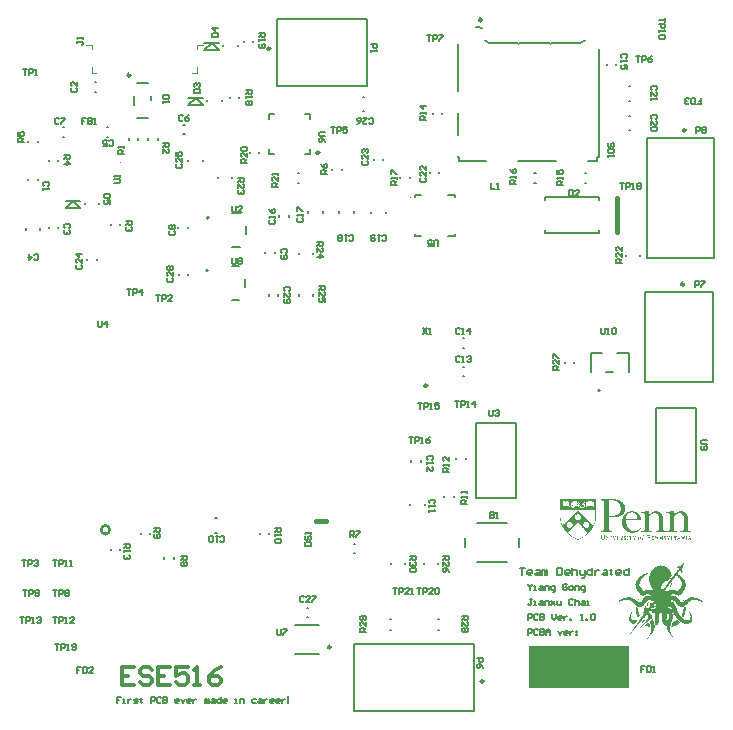
<source format=gto>
G04*
G04 #@! TF.GenerationSoftware,Altium Limited,Altium Designer,23.1.1 (15)*
G04*
G04 Layer_Color=65535*
%FSLAX25Y25*%
%MOIN*%
G70*
G04*
G04 #@! TF.SameCoordinates,04E93CFA-C197-41A2-BC49-AEE8B521008C*
G04*
G04*
G04 #@! TF.FilePolarity,Positive*
G04*
G01*
G75*
%ADD10C,0.00600*%
%ADD11C,0.00984*%
%ADD12C,0.00787*%
%ADD13C,0.00394*%
%ADD14C,0.01000*%
%ADD15C,0.00800*%
%ADD16C,0.00500*%
%ADD17C,0.01575*%
%ADD18C,0.01200*%
%ADD19R,0.33625X0.14437*%
G36*
X206761Y68739D02*
X206773Y68735D01*
X206817Y68729D01*
X206900Y68725D01*
X206925Y68721D01*
X206975Y68717D01*
X207000Y68712D01*
X207054Y68708D01*
X207092Y68704D01*
X207125Y68691D01*
X207148Y68685D01*
X207165Y68681D01*
X207219Y68677D01*
X207240Y68669D01*
X207292Y68662D01*
X207336Y68644D01*
X207352Y68639D01*
X207425Y68625D01*
X207459Y68612D01*
X207482Y68602D01*
X207511Y68598D01*
X207544Y68589D01*
X207598Y68564D01*
X207621Y68558D01*
X207638Y68554D01*
X207659Y68550D01*
X207719Y68519D01*
X207746Y68512D01*
X207763Y68508D01*
X207784Y68500D01*
X207799Y68489D01*
X207828Y68477D01*
X207844Y68473D01*
X207865Y68464D01*
X207894Y68443D01*
X207946Y68425D01*
X207957Y68414D01*
X207965Y68410D01*
X208003Y68393D01*
X208032Y68377D01*
X208045Y68364D01*
X208065Y68356D01*
X208092Y68345D01*
X208118Y68329D01*
X208174Y68297D01*
X208182Y68289D01*
X208190Y68285D01*
X208228Y68268D01*
X208249Y68256D01*
X208270Y68235D01*
X208307Y68214D01*
X208315Y68206D01*
X208345Y68189D01*
X208351Y68183D01*
X208355Y68175D01*
X208370Y68160D01*
X208393Y68154D01*
X208413Y68145D01*
X208422Y68137D01*
X208426Y68129D01*
X208445Y68110D01*
X208474Y68093D01*
X208482Y68085D01*
X208491Y68081D01*
X208513Y68062D01*
X208541Y68035D01*
X208549Y68031D01*
X208570Y68010D01*
X208578Y68006D01*
X208607Y67989D01*
X208645Y67952D01*
X208653Y67947D01*
X208659Y67941D01*
X208664Y67933D01*
X208682Y67914D01*
X208691Y67910D01*
X208705Y67895D01*
X208709Y67887D01*
X208720Y67876D01*
X208728Y67872D01*
X208739Y67866D01*
X208743Y67858D01*
X208770Y67831D01*
X208778Y67826D01*
X208799Y67797D01*
X208807Y67793D01*
X208826Y67774D01*
X208830Y67766D01*
X208845Y67751D01*
X208853Y67747D01*
X208864Y67737D01*
X208868Y67729D01*
X208901Y67695D01*
X208922Y67658D01*
X208947Y67633D01*
X208951Y67624D01*
X208960Y67616D01*
X208962Y67610D01*
X208970Y67606D01*
X208976Y67599D01*
X208980Y67591D01*
X209001Y67562D01*
X209022Y67541D01*
X209039Y67512D01*
X209060Y67491D01*
X209068Y67470D01*
X209081Y67449D01*
X209101Y67428D01*
X209122Y67391D01*
X209139Y67374D01*
X209156Y67332D01*
X209180Y67307D01*
X209197Y67262D01*
X209216Y67239D01*
X209226Y67216D01*
X209237Y67189D01*
X209247Y67174D01*
X209256Y67166D01*
X209264Y67145D01*
X209278Y67105D01*
X209289Y67095D01*
X209293Y67086D01*
X209310Y67049D01*
X209316Y67026D01*
X209326Y67011D01*
X209343Y66986D01*
X209353Y66939D01*
X209362Y66918D01*
X209368Y66911D01*
X209381Y66882D01*
X209385Y66865D01*
X209395Y66818D01*
X209403Y66797D01*
X209422Y66753D01*
X209426Y66736D01*
X209441Y66672D01*
X209449Y66651D01*
X209460Y66615D01*
X209468Y66582D01*
X209472Y66515D01*
X209489Y66478D01*
X209493Y66461D01*
X209497Y66420D01*
X209504Y66380D01*
X209508Y66355D01*
X209512Y66276D01*
X209516Y65967D01*
X209518Y65936D01*
X209506Y65915D01*
X209495Y65905D01*
X209474Y65900D01*
X209462Y65905D01*
X209420Y65909D01*
X209383Y65905D01*
X209370Y65909D01*
X204645Y65907D01*
X204593Y65909D01*
X204580Y65905D01*
X204563Y65900D01*
X204553Y65890D01*
X204545Y65869D01*
X204549Y65544D01*
X204553Y65531D01*
X204557Y65361D01*
X204561Y65348D01*
X204566Y65294D01*
X204570Y65223D01*
X204574Y65210D01*
X204578Y65194D01*
X204582Y65165D01*
X204589Y65029D01*
X204593Y65004D01*
X204605Y64954D01*
X204609Y64912D01*
X204618Y64862D01*
X204622Y64842D01*
X204628Y64785D01*
X204632Y64735D01*
X204636Y64723D01*
X204649Y64694D01*
X204659Y64633D01*
X204664Y64612D01*
X204676Y64537D01*
X204684Y64516D01*
X204695Y64489D01*
X204699Y64460D01*
X204703Y64443D01*
X204709Y64404D01*
X204714Y64379D01*
X204722Y64358D01*
X204732Y64335D01*
X204741Y64302D01*
X204747Y64262D01*
X204751Y64241D01*
X204759Y64220D01*
X204778Y64177D01*
X204782Y64160D01*
X204793Y64116D01*
X204801Y64095D01*
X204820Y64052D01*
X204830Y64004D01*
X204839Y63983D01*
X204845Y63977D01*
X204857Y63947D01*
X204866Y63914D01*
X204891Y63868D01*
X204903Y63839D01*
X204912Y63801D01*
X204924Y63781D01*
X204945Y63735D01*
X204955Y63708D01*
X204962Y63701D01*
X204966Y63693D01*
X204974Y63685D01*
X204987Y63643D01*
X205003Y63614D01*
X205020Y63589D01*
X205024Y63572D01*
X205045Y63535D01*
X205053Y63526D01*
X205062Y63505D01*
X205083Y63468D01*
X205095Y63455D01*
X205103Y63435D01*
X205120Y63405D01*
X205141Y63376D01*
X205151Y63349D01*
X205158Y63343D01*
X205162Y63335D01*
X205178Y63318D01*
X205189Y63291D01*
X205216Y63264D01*
X205241Y63218D01*
X205258Y63201D01*
X205262Y63193D01*
Y63189D01*
X205280Y63161D01*
X205289Y63157D01*
X205320Y63114D01*
X205341Y63093D01*
X205345Y63084D01*
X205379Y63051D01*
X205399Y63013D01*
X205420Y62993D01*
X205424Y62984D01*
X205433Y62976D01*
X205437Y62968D01*
X205447Y62957D01*
X205456Y62953D01*
X205462Y62947D01*
X205466Y62938D01*
X205474Y62930D01*
X205479Y62922D01*
X205493Y62911D01*
X205508Y62897D01*
X205512Y62888D01*
X205522Y62878D01*
X205531Y62874D01*
X205633Y62772D01*
X205637Y62763D01*
X205652Y62753D01*
X205670Y62738D01*
X205675Y62730D01*
X205685Y62720D01*
X205693Y62715D01*
X205731Y62678D01*
X205752Y62670D01*
X205772Y62657D01*
X205783Y62647D01*
X205787Y62638D01*
X205798Y62628D01*
X205806Y62624D01*
X205848Y62594D01*
X205856Y62590D01*
X205870Y62580D01*
X205875Y62572D01*
X205889Y62557D01*
X205910Y62549D01*
X205939Y62532D01*
X205948Y62520D01*
X205956Y62515D01*
X205995Y62488D01*
X206006Y62478D01*
X206046Y62463D01*
X206060Y62453D01*
X206073Y62440D01*
X206102Y62428D01*
X206110Y62424D01*
X206152Y62394D01*
X206175Y62388D01*
X206208Y62367D01*
X206214Y62361D01*
X206266Y62342D01*
X206281Y62332D01*
X206289Y62324D01*
X206310Y62315D01*
X206327Y62311D01*
X206354Y62301D01*
X206360Y62294D01*
X206369Y62290D01*
X206406Y62274D01*
X206429Y62267D01*
X206450Y62259D01*
X206485Y62240D01*
X206519Y62232D01*
X206542Y62226D01*
X206585Y62207D01*
X206608Y62201D01*
X206644Y62190D01*
X206683Y62184D01*
X206704Y62176D01*
X206711Y62169D01*
X206731Y62161D01*
X206777Y62157D01*
X206798Y62148D01*
X206840Y62144D01*
X206856Y62140D01*
X206892Y62134D01*
X206919Y62124D01*
X206936Y62119D01*
X206977Y62115D01*
X207100Y62105D01*
X207461Y62103D01*
X207473Y62107D01*
X207578Y62111D01*
X207590Y62115D01*
X207678Y62119D01*
X207690Y62124D01*
X207711Y62132D01*
X207744Y62140D01*
X207786Y62144D01*
X207821Y62151D01*
X207844Y62157D01*
X207874Y62161D01*
X207899Y62165D01*
X207907Y62173D01*
X207936Y62182D01*
X207953Y62186D01*
X207997Y62196D01*
X208013Y62201D01*
X208047Y62213D01*
X208082Y62228D01*
X208099Y62232D01*
X208122Y62238D01*
X208136Y62244D01*
X208161Y62261D01*
X208178Y62265D01*
X208215Y62282D01*
X208278Y62311D01*
X208299Y62319D01*
X208322Y62338D01*
X208345Y62349D01*
X208382Y62369D01*
X208407Y62386D01*
X208424Y62390D01*
X208453Y62411D01*
X208461Y62419D01*
X208507Y62445D01*
X208524Y62461D01*
X208561Y62482D01*
X208574Y62494D01*
X208582Y62499D01*
X208611Y62515D01*
X208630Y62534D01*
X208632Y62540D01*
X208641Y62545D01*
X208670Y62561D01*
X208693Y62580D01*
X208699Y62586D01*
X208707Y62590D01*
X208716Y62599D01*
X208724Y62603D01*
X208757Y62636D01*
X208766Y62640D01*
X208789Y62659D01*
X208814Y62676D01*
X208845Y62707D01*
X208853Y62711D01*
X208872Y62730D01*
X208876Y62738D01*
X208882Y62745D01*
X208891Y62749D01*
X208910Y62763D01*
X208914Y62772D01*
X208928Y62786D01*
X208937Y62791D01*
X208960Y62809D01*
X208974Y62824D01*
X208982Y62828D01*
X209003Y62849D01*
X209010Y62851D01*
X209014Y62859D01*
X209020Y62866D01*
X209028Y62870D01*
X209083Y62924D01*
X209091Y62928D01*
X209101Y62943D01*
X209301Y63143D01*
X209306Y63151D01*
X209347Y63193D01*
X209351Y63201D01*
X209385Y63235D01*
X209397Y63255D01*
X209426Y63284D01*
X209431Y63293D01*
X209449Y63312D01*
X209458Y63316D01*
X209468Y63326D01*
X209472Y63335D01*
X209487Y63349D01*
X209495Y63353D01*
X209506Y63364D01*
X209510Y63372D01*
X209520Y63387D01*
X209529Y63391D01*
X209547Y63410D01*
X209552Y63418D01*
X209572Y63439D01*
X209577Y63447D01*
X209597Y63476D01*
X209604Y63482D01*
X209620Y63487D01*
X209637Y63482D01*
X209639Y63430D01*
X209635Y63418D01*
X209637Y63045D01*
X209633Y63020D01*
X209625Y62999D01*
X209614Y62984D01*
X209597Y62968D01*
X209593Y62959D01*
X209572Y62922D01*
X209558Y62911D01*
X209543Y62897D01*
X209539Y62888D01*
X209533Y62878D01*
X209524Y62874D01*
X209510Y62859D01*
X209497Y62838D01*
X209468Y62809D01*
X209464Y62801D01*
X209431Y62768D01*
X209426Y62759D01*
X209393Y62726D01*
X209389Y62717D01*
X209381Y62709D01*
X209377Y62701D01*
X209351Y62676D01*
X209335Y62647D01*
X209320Y62632D01*
X209312Y62628D01*
X209306Y62622D01*
X209301Y62613D01*
X209256Y62567D01*
X209254Y62561D01*
X209245Y62557D01*
X209218Y62530D01*
X209214Y62522D01*
X209208Y62515D01*
X209199Y62511D01*
X209180Y62492D01*
X209176Y62484D01*
X209166Y62474D01*
X209158Y62470D01*
X209135Y62446D01*
X209133Y62440D01*
X209124Y62436D01*
X209101Y62413D01*
X209097Y62405D01*
X209091Y62399D01*
X209083Y62394D01*
X209060Y62376D01*
X209049Y62361D01*
X209041Y62357D01*
X209003Y62336D01*
X208993Y62322D01*
X208978Y62307D01*
X208970Y62303D01*
X208932Y62265D01*
X208924Y62261D01*
X208910Y62246D01*
X208905Y62238D01*
X208899Y62232D01*
X208891Y62228D01*
X208839Y62192D01*
X208830Y62188D01*
X208826Y62180D01*
X208803Y62157D01*
X208764Y62142D01*
X208751Y62130D01*
X208747Y62121D01*
X208736Y62111D01*
X208728Y62107D01*
X208705Y62088D01*
X208699Y62082D01*
X208691Y62078D01*
X208653Y62057D01*
X208636Y62040D01*
X208616Y62032D01*
X208587Y62015D01*
X208570Y61998D01*
X208528Y61982D01*
X208505Y61963D01*
X208457Y61936D01*
X208449Y61927D01*
X208440Y61923D01*
X208403Y61907D01*
X208382Y61898D01*
X208353Y61878D01*
X208301Y61859D01*
X208286Y61848D01*
X208240Y61827D01*
X208170Y61794D01*
X208153Y61790D01*
X208113Y61775D01*
X208107Y61769D01*
X208086Y61761D01*
X208057Y61752D01*
X208040Y61748D01*
X207986Y61727D01*
X207932Y61711D01*
X207915Y61707D01*
X207861Y61690D01*
X207834Y61680D01*
X207799Y61669D01*
X207753Y61665D01*
X207707Y61644D01*
X207661Y61640D01*
X207648Y61636D01*
X207621Y61629D01*
X207588Y61625D01*
X207551Y61621D01*
X207530Y61613D01*
X207507Y61607D01*
X207448Y61598D01*
X207390Y61594D01*
X207378Y61590D01*
X207323Y61586D01*
X207263Y61579D01*
X207184Y61575D01*
X207163Y61571D01*
X207113Y61567D01*
X207088Y61563D01*
X207044Y61561D01*
X207031Y61565D01*
X206950Y61559D01*
X206748Y61557D01*
X206735Y61561D01*
X206665Y61565D01*
X206652Y61561D01*
X206588Y61567D01*
X206537Y61571D01*
X206487Y61579D01*
X206408Y61584D01*
X206350Y61588D01*
X206294Y61594D01*
X206264Y61598D01*
X206206Y61602D01*
X206193Y61607D01*
X206152Y61619D01*
X206123Y61623D01*
X206070Y61629D01*
X206046Y61634D01*
X206025Y61638D01*
X205991Y61642D01*
X205966Y61646D01*
X205923Y61665D01*
X205873Y61669D01*
X205860Y61673D01*
X205827Y61682D01*
X205798Y61690D01*
X205756Y61702D01*
X205739Y61707D01*
X205695Y61717D01*
X205672Y61723D01*
X205633Y61738D01*
X205606Y61748D01*
X205566Y61755D01*
X205549Y61759D01*
X205489Y61786D01*
X205472Y61790D01*
X205435Y61798D01*
X205401Y61819D01*
X205368Y61827D01*
X205341Y61834D01*
X205316Y61846D01*
X205285Y61865D01*
X205262Y61871D01*
X205228Y61884D01*
X205203Y61900D01*
X205149Y61921D01*
X205124Y61938D01*
X205097Y61948D01*
X205080Y61953D01*
X205035Y61977D01*
X205005Y61990D01*
X204976Y62007D01*
X204968Y62015D01*
X204960Y62019D01*
X204930Y62032D01*
X204909Y62040D01*
X204893Y62057D01*
X204885Y62061D01*
X204855Y62073D01*
X204835Y62086D01*
X204822Y62098D01*
X204814Y62103D01*
X204776Y62124D01*
X204759Y62140D01*
X204751Y62144D01*
X204730Y62153D01*
X204709Y62165D01*
X204693Y62182D01*
X204684Y62186D01*
X204664Y62194D01*
X204643Y62207D01*
X204618Y62232D01*
X204609Y62236D01*
X204580Y62257D01*
X204551Y62274D01*
X204541Y62280D01*
X204536Y62288D01*
X204518Y62307D01*
X204480Y62328D01*
X204455Y62353D01*
X204447Y62357D01*
X204428Y62371D01*
X204424Y62380D01*
X204418Y62386D01*
X204409Y62390D01*
X204334Y62449D01*
X204272Y62511D01*
X204263Y62515D01*
X204253Y62526D01*
X204249Y62534D01*
X204242Y62540D01*
X204234Y62545D01*
X204103Y62676D01*
X204099Y62684D01*
X204053Y62730D01*
X204049Y62738D01*
X204034Y62749D01*
X204028Y62755D01*
X204024Y62763D01*
X204005Y62791D01*
X203996Y62795D01*
X203990Y62801D01*
X203986Y62809D01*
X203967Y62832D01*
X203959Y62840D01*
X203953Y62843D01*
X203949Y62851D01*
X203930Y62878D01*
X203922Y62882D01*
X203915Y62888D01*
X203911Y62897D01*
X203890Y62934D01*
X203880Y62945D01*
X203871Y62949D01*
X203853Y62980D01*
X203849Y62989D01*
X203828Y63009D01*
X203807Y63047D01*
X203794Y63059D01*
X203790Y63068D01*
X203769Y63105D01*
X203763Y63112D01*
X203755Y63116D01*
X203744Y63134D01*
X203728Y63164D01*
X203709Y63187D01*
X203696Y63220D01*
X203686Y63235D01*
X203678Y63243D01*
X203673Y63251D01*
X203644Y63305D01*
X203632Y63318D01*
X203623Y63339D01*
X203619Y63355D01*
X203603Y63384D01*
X203594Y63393D01*
X203586Y63414D01*
X203575Y63441D01*
X203561Y63464D01*
X203553Y63472D01*
X203544Y63493D01*
X203538Y63516D01*
X203530Y63537D01*
X203511Y63556D01*
X203502Y63585D01*
X203498Y63601D01*
X203482Y63630D01*
X203465Y63668D01*
X203455Y63712D01*
X203440Y63735D01*
X203423Y63772D01*
X203417Y63808D01*
X203404Y63841D01*
X203386Y63885D01*
X203373Y63943D01*
X203348Y63997D01*
X203344Y64014D01*
X203334Y64079D01*
X203325Y64100D01*
X203307Y64143D01*
X203302Y64173D01*
X203298Y64189D01*
X203294Y64243D01*
X203277Y64281D01*
X203269Y64314D01*
X203263Y64362D01*
X203259Y64387D01*
X203252Y64443D01*
X203246Y64483D01*
X203242Y64500D01*
X203232Y64527D01*
X203227Y64569D01*
X203223Y64623D01*
X203219Y64698D01*
X203215Y64710D01*
X203209Y64825D01*
X203204Y64912D01*
X203202Y65252D01*
X203206Y65265D01*
X203211Y65419D01*
X203215Y65431D01*
X203219Y65507D01*
X203223Y65519D01*
X203227Y65632D01*
X203232Y65644D01*
X203236Y65677D01*
X203244Y65698D01*
X203252Y65732D01*
X203259Y65800D01*
X203271Y65884D01*
X203275Y65905D01*
X203286Y65927D01*
X203294Y65957D01*
X203298Y65986D01*
X203305Y66026D01*
X203309Y66046D01*
X203313Y66063D01*
X203325Y66096D01*
X203334Y66117D01*
X203338Y66134D01*
X203342Y66167D01*
X203346Y66188D01*
X203350Y66205D01*
X203363Y66230D01*
X203371Y66251D01*
X203375Y66267D01*
X203384Y66309D01*
X203396Y66342D01*
X203415Y66386D01*
X203419Y66403D01*
X203425Y66434D01*
X203438Y66467D01*
X203444Y66474D01*
X203452Y66495D01*
X203461Y66528D01*
X203467Y66551D01*
X203482Y66574D01*
X203498Y66611D01*
X203505Y66638D01*
X203515Y66665D01*
X203536Y66695D01*
X203542Y66717D01*
X203555Y66751D01*
X203571Y66776D01*
X203582Y66803D01*
X203588Y66826D01*
X203615Y66865D01*
X203619Y66882D01*
X203630Y66909D01*
X203636Y66916D01*
X203640Y66924D01*
X203657Y66941D01*
X203663Y66963D01*
X203671Y66984D01*
X203690Y67003D01*
X203703Y67032D01*
X203713Y67059D01*
X203736Y67082D01*
X203744Y67103D01*
X203761Y67132D01*
X203773Y67145D01*
X203782Y67166D01*
X203799Y67195D01*
X203819Y67216D01*
X203830Y67243D01*
X203840Y67253D01*
X203842Y67260D01*
X203849Y67262D01*
X203853Y67270D01*
X203874Y67307D01*
X203899Y67332D01*
X203915Y67362D01*
X203932Y67378D01*
X203953Y67416D01*
X203978Y67441D01*
X203982Y67449D01*
X204001Y67472D01*
X204015Y67487D01*
X204019Y67495D01*
X204038Y67518D01*
X204057Y67537D01*
X204061Y67545D01*
X204080Y67568D01*
X204099Y67587D01*
X204119Y67624D01*
X204126Y67630D01*
X204134Y67635D01*
X204145Y67645D01*
X204149Y67653D01*
X204168Y67672D01*
X204176Y67676D01*
X204182Y67683D01*
X204186Y67691D01*
X204209Y67714D01*
X204218Y67718D01*
X204238Y67747D01*
X204247Y67751D01*
X204261Y67766D01*
X204265Y67774D01*
X204284Y67793D01*
X204292Y67797D01*
X204311Y67816D01*
X204315Y67824D01*
X204330Y67835D01*
X204368Y67872D01*
X204376Y67876D01*
X204382Y67883D01*
X204386Y67891D01*
X204405Y67910D01*
X204434Y67927D01*
X204455Y67947D01*
X204463Y67952D01*
X204493Y67972D01*
X204503Y67987D01*
X204509Y67993D01*
X204518Y67997D01*
X204559Y68039D01*
X204589Y68056D01*
X204626Y68085D01*
X204632Y68091D01*
X204636Y68099D01*
X204659Y68110D01*
X204680Y68118D01*
X204689Y68123D01*
X204699Y68133D01*
X204703Y68141D01*
X204714Y68152D01*
X204751Y68173D01*
X204764Y68185D01*
X204793Y68202D01*
X204809Y68218D01*
X204818Y68222D01*
X204847Y68235D01*
X204876Y68252D01*
X204889Y68264D01*
X204897Y68268D01*
X204943Y68293D01*
X204951Y68302D01*
X204972Y68310D01*
X205010Y68331D01*
X205022Y68343D01*
X205043Y68352D01*
X205070Y68362D01*
X205085Y68373D01*
X205110Y68389D01*
X205133Y68396D01*
X205153Y68404D01*
X205160Y68410D01*
X205168Y68414D01*
X205176Y68423D01*
X205197Y68431D01*
X205224Y68441D01*
X205256Y68460D01*
X205276Y68468D01*
X205304Y68475D01*
X205324Y68483D01*
X205339Y68489D01*
X205360Y68502D01*
X205381Y68510D01*
X205410Y68519D01*
X205443Y68531D01*
X205468Y68548D01*
X205497Y68552D01*
X205514Y68556D01*
X205554Y68571D01*
X205560Y68577D01*
X205576Y68581D01*
X205589Y68585D01*
X205606Y68589D01*
X205654Y68600D01*
X205697Y68619D01*
X205741Y68629D01*
X205760Y68635D01*
X205818Y68644D01*
X205843Y68660D01*
X205895Y68666D01*
X205937Y68675D01*
X205954Y68679D01*
X206004Y68683D01*
X206025Y68687D01*
X206073Y68702D01*
X206089Y68706D01*
X206143Y68710D01*
X206196Y68717D01*
X206250Y68721D01*
X206287Y68725D01*
X206366Y68729D01*
X206383Y68733D01*
X206408Y68737D01*
X206410Y68739D01*
X206423Y68735D01*
X206481Y68739D01*
X206494Y68744D01*
X206761Y68739D01*
D02*
G37*
G36*
X196117Y72746D02*
X200111Y72742D01*
X200124Y72737D01*
X200178Y72742D01*
X200370Y72737D01*
X200382Y72733D01*
X200499Y72729D01*
X200511Y72725D01*
X200645Y72721D01*
X200657Y72716D01*
X200782Y72712D01*
X200795Y72708D01*
X200862Y72704D01*
X200874Y72700D01*
X200891Y72696D01*
X200945Y72692D01*
X201016Y72683D01*
X201032Y72679D01*
X201139Y72669D01*
X201164Y72664D01*
X201181Y72660D01*
X201203Y72654D01*
X201220Y72650D01*
X201249Y72646D01*
X201297Y72639D01*
X201318Y72635D01*
X201351Y72631D01*
X201393Y72627D01*
X201410Y72623D01*
X201445Y72608D01*
X201462Y72604D01*
X201514Y72598D01*
X201535Y72594D01*
X201552Y72589D01*
X201606Y72581D01*
X201637Y72562D01*
X201691Y72558D01*
X201720Y72546D01*
X201760Y72539D01*
X201781Y72531D01*
X201787Y72525D01*
X201845Y72516D01*
X201900Y72496D01*
X201927Y72489D01*
X201954Y72479D01*
X201971Y72475D01*
X201998Y72469D01*
X202014Y72464D01*
X202045Y72446D01*
X202073Y72439D01*
X202093Y72435D01*
X202110Y72431D01*
X202131Y72423D01*
X202183Y72400D01*
X202210Y72393D01*
X202227Y72389D01*
X202248Y72381D01*
X202275Y72366D01*
X202316Y72350D01*
X202350Y72337D01*
X202396Y72316D01*
X202419Y72310D01*
X202452Y72289D01*
X202479Y72279D01*
X202502Y72273D01*
X202535Y72252D01*
X202558Y72241D01*
X202585Y72231D01*
X202619Y72210D01*
X202642Y72200D01*
X202662Y72191D01*
X202708Y72162D01*
X202748Y72148D01*
X202763Y72137D01*
X202775Y72125D01*
X202829Y72095D01*
X202838Y72087D01*
X202892Y72058D01*
X202917Y72041D01*
X202946Y72025D01*
X202963Y72008D01*
X202971Y72004D01*
X203017Y71979D01*
X203033Y71962D01*
X203071Y71941D01*
X203088Y71925D01*
X203096Y71920D01*
X203104Y71912D01*
X203113Y71908D01*
X203134Y71887D01*
X203154Y71879D01*
X203175Y71866D01*
X203190Y71851D01*
X203194Y71843D01*
X203219Y71826D01*
X203234Y71816D01*
X203246Y71804D01*
X203255Y71799D01*
X203284Y71779D01*
X203313Y71749D01*
X203321Y71745D01*
X203350Y71716D01*
X203359Y71712D01*
X203400Y71670D01*
X203409Y71666D01*
X203415Y71660D01*
X203419Y71651D01*
X203442Y71628D01*
X203450Y71624D01*
X203461Y71610D01*
X203480Y71591D01*
X203488Y71587D01*
X203498Y71576D01*
X203502Y71568D01*
X203517Y71553D01*
X203525Y71549D01*
X203540Y71535D01*
X203544Y71526D01*
X203559Y71512D01*
X203567Y71508D01*
X203578Y71497D01*
X203582Y71489D01*
X203601Y71466D01*
X203619Y71447D01*
X203623Y71439D01*
X203657Y71405D01*
X203661Y71397D01*
X203690Y71360D01*
X203698Y71351D01*
X203711Y71330D01*
X203740Y71301D01*
X203757Y71272D01*
X203773Y71255D01*
X203778Y71247D01*
X203794Y71218D01*
X203815Y71197D01*
X203836Y71159D01*
X203857Y71139D01*
X203871Y71099D01*
X203878Y71093D01*
X203882Y71084D01*
X203899Y71068D01*
X203909Y71041D01*
X203919Y71026D01*
X203928Y71018D01*
X203932Y71009D01*
X203944Y70980D01*
X203961Y70951D01*
X203969Y70943D01*
X203974Y70934D01*
X203986Y70905D01*
X203999Y70884D01*
X204015Y70868D01*
X204024Y70838D01*
X204028Y70822D01*
X204038Y70795D01*
X204045Y70788D01*
X204049Y70780D01*
X204065Y70743D01*
X204072Y70720D01*
X204088Y70695D01*
X204099Y70672D01*
X204103Y70655D01*
X204109Y70628D01*
X204117Y70607D01*
X204128Y70592D01*
X204140Y70563D01*
X204151Y70515D01*
X204159Y70495D01*
X204178Y70451D01*
X204186Y70417D01*
X204192Y70378D01*
X204203Y70351D01*
X204211Y70330D01*
X204220Y70297D01*
X204226Y70265D01*
X204234Y70215D01*
X204238Y70199D01*
X204253Y70151D01*
X204257Y70134D01*
X204261Y70080D01*
X204265Y70063D01*
X204272Y70011D01*
X204276Y69965D01*
X204280Y69911D01*
X204284Y69890D01*
X204290Y69867D01*
X204295Y69850D01*
X204299Y69734D01*
X204303Y69579D01*
X204299Y69567D01*
X204295Y69346D01*
X204290Y69333D01*
X204282Y69304D01*
X204278Y69288D01*
X204274Y69200D01*
X204270Y69188D01*
X204265Y69121D01*
X204261Y69108D01*
X204255Y69048D01*
X204247Y69027D01*
X204236Y69000D01*
X204222Y68906D01*
X204218Y68881D01*
X204209Y68848D01*
X204190Y68804D01*
X204180Y68744D01*
X204168Y68710D01*
X204149Y68666D01*
X204136Y68608D01*
X204111Y68566D01*
X204103Y68533D01*
X204097Y68510D01*
X204082Y68487D01*
X204065Y68450D01*
X204061Y68433D01*
X204040Y68396D01*
X204024Y68358D01*
X204003Y68321D01*
X203994Y68312D01*
X203986Y68291D01*
X203976Y68264D01*
X203955Y68239D01*
X203934Y68198D01*
X203913Y68173D01*
X203886Y68125D01*
X203874Y68112D01*
X203869Y68104D01*
X203853Y68075D01*
X203832Y68054D01*
X203828Y68045D01*
X203811Y68016D01*
X203790Y67995D01*
X203773Y67966D01*
X203748Y67941D01*
X203744Y67933D01*
X203726Y67910D01*
X203717Y67906D01*
X203707Y67895D01*
X203703Y67887D01*
X203665Y67849D01*
X203661Y67841D01*
X203646Y67826D01*
X203638Y67822D01*
X203632Y67816D01*
X203628Y67808D01*
X203530Y67710D01*
X203521Y67706D01*
X203507Y67691D01*
X203502Y67683D01*
X203496Y67676D01*
X203488Y67672D01*
X203465Y67653D01*
X203461Y67645D01*
X203450Y67635D01*
X203442Y67630D01*
X203409Y67597D01*
X203371Y67576D01*
X203359Y67564D01*
X203350Y67560D01*
X203334Y67543D01*
X203325Y67539D01*
X203305Y67518D01*
X203275Y67501D01*
X203259Y67485D01*
X203250Y67480D01*
X203213Y67460D01*
X203204Y67451D01*
X203196Y67447D01*
X203188Y67439D01*
X203179Y67435D01*
X203150Y67418D01*
X203142Y67410D01*
X203088Y67380D01*
X203079Y67372D01*
X203071Y67368D01*
X203063Y67360D01*
X203023Y67345D01*
X203017Y67339D01*
X203009Y67335D01*
X203000Y67326D01*
X202946Y67297D01*
X202938Y67289D01*
X202908Y67276D01*
X202881Y67266D01*
X202856Y67249D01*
X202833Y67239D01*
X202806Y67228D01*
X202773Y67216D01*
X202767Y67210D01*
X202729Y67193D01*
X202690Y67178D01*
X202683Y67172D01*
X202646Y67155D01*
X202602Y67145D01*
X202569Y67124D01*
X202521Y67109D01*
X202481Y67095D01*
X202446Y67080D01*
X202429Y67076D01*
X202364Y67053D01*
X202342Y67043D01*
X202314Y67036D01*
X202298Y67032D01*
X202277Y67028D01*
X202260Y67024D01*
X202227Y67011D01*
X202200Y67001D01*
X202171Y66997D01*
X202137Y66988D01*
X202108Y66980D01*
X202091Y66976D01*
X202064Y66966D01*
X202041Y66959D01*
X201983Y66951D01*
X201956Y66945D01*
X201935Y66936D01*
X201918Y66932D01*
X201893Y66928D01*
X201877Y66924D01*
X201854Y66918D01*
X201837Y66913D01*
X201772Y66907D01*
X201752Y66903D01*
X201725Y66893D01*
X201691Y66884D01*
X201637Y66880D01*
X201624Y66876D01*
X201595Y66872D01*
X201579Y66868D01*
X201503Y66864D01*
X201483Y66855D01*
X201466Y66851D01*
X201437Y66847D01*
X201420Y66843D01*
X201343Y66836D01*
X201306Y66832D01*
X201210Y66824D01*
X201135Y66820D01*
X201110Y66816D01*
X201093Y66811D01*
X200993Y66803D01*
X200905Y66799D01*
X200780Y66795D01*
X200580Y66790D01*
X200261Y66788D01*
X200249Y66793D01*
X199886Y66797D01*
X199873Y66801D01*
X199707Y66805D01*
X199694Y66809D01*
X199623Y66818D01*
X199611Y66822D01*
X199486Y66826D01*
X199473Y66830D01*
X199373Y66834D01*
X199361Y66838D01*
X199252Y66843D01*
X199240Y66847D01*
X199188Y66853D01*
X199163Y66857D01*
X199146Y66861D01*
X199123Y66868D01*
X199002Y66872D01*
X198990Y66876D01*
X198935Y66880D01*
X198923Y66884D01*
X198844Y66888D01*
X198815Y66901D01*
X198773Y66897D01*
X198754Y66878D01*
X198750Y66861D01*
Y64231D01*
Y64227D01*
X198754Y63701D01*
X198758Y63689D01*
X198756Y63562D01*
X198760Y63520D01*
X198767Y63439D01*
X198771Y63426D01*
X198775Y63372D01*
X198781Y63262D01*
X198787Y63172D01*
X198792Y63159D01*
X198798Y63112D01*
X198811Y63049D01*
X198817Y63026D01*
X198821Y62997D01*
X198827Y62945D01*
X198831Y62924D01*
X198854Y62851D01*
X198867Y62801D01*
X198873Y62778D01*
X198896Y62726D01*
X198902Y62703D01*
X198906Y62686D01*
X198927Y62653D01*
X198938Y62626D01*
X198942Y62609D01*
X198963Y62580D01*
X198984Y62534D01*
X198996Y62513D01*
X199009Y62501D01*
X199013Y62492D01*
X199029Y62463D01*
X199046Y62446D01*
X199050Y62438D01*
X199058Y62430D01*
X199071Y62409D01*
X199104Y62376D01*
X199109Y62367D01*
X199123Y62353D01*
X199144Y62340D01*
X199169Y62315D01*
X199177Y62311D01*
X199200Y62292D01*
X199211Y62282D01*
X199219Y62278D01*
X199265Y62253D01*
X199277Y62240D01*
X199286Y62236D01*
X199365Y62199D01*
X199417Y62180D01*
X199461Y62161D01*
X199492Y62155D01*
X199515Y62148D01*
X199532Y62144D01*
X199580Y62138D01*
X199613Y62125D01*
X199636Y62119D01*
X199665Y62115D01*
X199740Y62111D01*
X199753Y62107D01*
X199932Y62103D01*
X199974Y62098D01*
X199988Y62084D01*
X199992Y62055D01*
X199990Y61857D01*
X199992Y61796D01*
X199978Y61773D01*
X199969Y61769D01*
X199957Y61765D01*
X199865Y61769D01*
X196082Y61767D01*
X196067Y61777D01*
X196061Y61796D01*
X196057Y61813D01*
X196061Y61880D01*
X196059Y62065D01*
X196063Y62082D01*
X196074Y62096D01*
X196092Y62103D01*
X196220Y62100D01*
X196257Y62105D01*
X196311Y62109D01*
X196357Y62113D01*
X196424Y62117D01*
X196440Y62121D01*
X196461Y62130D01*
X196484Y62140D01*
X196530Y62144D01*
X196543Y62148D01*
X196576Y62157D01*
X196603Y62167D01*
X196626Y62178D01*
X196655Y62186D01*
X196672Y62190D01*
X196699Y62201D01*
X196730Y62224D01*
X196757Y62234D01*
X196778Y62242D01*
X196793Y62257D01*
X196801Y62261D01*
X196841Y62288D01*
X196851Y62299D01*
X196889Y62319D01*
X196895Y62326D01*
X196899Y62334D01*
X196905Y62344D01*
X196914Y62349D01*
X196922Y62357D01*
X196930Y62361D01*
X196937Y62367D01*
X196941Y62376D01*
X196959Y62394D01*
X196968Y62399D01*
X196974Y62405D01*
X196978Y62413D01*
X196997Y62436D01*
X197005Y62440D01*
X197012Y62446D01*
X197037Y62492D01*
X197053Y62509D01*
X197066Y62542D01*
X197084Y62565D01*
X197091Y62572D01*
X197110Y62624D01*
X197120Y62634D01*
X197124Y62643D01*
X197133Y62651D01*
X197139Y62674D01*
X197143Y62690D01*
X197151Y62711D01*
X197170Y62747D01*
X197174Y62763D01*
X197180Y62786D01*
X197193Y62820D01*
X197203Y62847D01*
X197216Y62888D01*
X197222Y62941D01*
X197226Y62961D01*
X197235Y62982D01*
X197245Y63009D01*
X197249Y63038D01*
X197256Y63078D01*
X197262Y63134D01*
X197266Y63189D01*
X197272Y63224D01*
X197281Y63245D01*
X197287Y63268D01*
X197291Y63310D01*
X197295Y63464D01*
X197299Y63480D01*
X197303Y63547D01*
X197299Y71039D01*
X197295Y71051D01*
X197289Y71253D01*
X197285Y71274D01*
X197272Y71307D01*
X197268Y71324D01*
X197262Y71380D01*
X197258Y71447D01*
X197253Y71460D01*
X197245Y71530D01*
X197224Y71576D01*
X197220Y71605D01*
X197210Y71666D01*
X197201Y71687D01*
X197195Y71693D01*
X197191Y71710D01*
X197183Y71731D01*
X197178Y71760D01*
X197174Y71776D01*
X197158Y71806D01*
X197141Y71843D01*
X197137Y71860D01*
X197126Y71887D01*
X197112Y71902D01*
X197108Y71910D01*
X197099Y71931D01*
X197089Y71958D01*
X197082Y71964D01*
X197078Y71972D01*
X197066Y71985D01*
X197057Y72006D01*
X197045Y72027D01*
X197024Y72047D01*
X197012Y72068D01*
X196982Y72097D01*
X196978Y72106D01*
X196964Y72120D01*
X196955Y72125D01*
X196945Y72135D01*
X196941Y72143D01*
X196922Y72162D01*
X196914Y72166D01*
X196903Y72177D01*
X196899Y72185D01*
X196889Y72195D01*
X196880Y72200D01*
X196868Y72212D01*
X196862Y72214D01*
X196859Y72220D01*
X196851Y72225D01*
X196843Y72233D01*
X196826Y72237D01*
X196818Y72246D01*
X196809Y72250D01*
X196793Y72266D01*
X196772Y72275D01*
X196755Y72279D01*
X196718Y72300D01*
X196709Y72308D01*
X196688Y72316D01*
X196661Y72323D01*
X196634Y72333D01*
X196609Y72350D01*
X196580Y72354D01*
X196563Y72358D01*
X196518Y72370D01*
X196501Y72375D01*
X196463Y72383D01*
X196443Y72391D01*
X196336Y72402D01*
X196278Y72406D01*
X196228Y72414D01*
X196176Y72416D01*
X196163Y72412D01*
X196076Y72416D01*
X196065Y72427D01*
X196057Y72456D01*
X196061Y72535D01*
X196059Y72708D01*
X196063Y72729D01*
X196069Y72735D01*
X196072Y72742D01*
X196101Y72750D01*
X196117Y72746D01*
D02*
G37*
G36*
X212107Y68733D02*
X212111Y68704D01*
X212109Y67430D01*
X212113Y67414D01*
X212118Y67405D01*
X212136Y67403D01*
X212157Y67412D01*
X212178Y67432D01*
X212199Y67470D01*
X212228Y67499D01*
X212232Y67507D01*
X212238Y67514D01*
X212247Y67518D01*
X212265Y67537D01*
X212270Y67545D01*
X212284Y67560D01*
X212293Y67564D01*
X212303Y67574D01*
X212307Y67583D01*
X212322Y67601D01*
X212330Y67606D01*
X212345Y67620D01*
X212349Y67628D01*
X212359Y67639D01*
X212368Y67643D01*
X212386Y67662D01*
X212390Y67670D01*
X212397Y67676D01*
X212405Y67681D01*
X212424Y67699D01*
X212428Y67708D01*
X212434Y67714D01*
X212443Y67718D01*
X212461Y67737D01*
X212466Y67745D01*
X212480Y67760D01*
X212489Y67764D01*
X212499Y67774D01*
X212503Y67783D01*
X212518Y67797D01*
X212526Y67801D01*
X212563Y67839D01*
X212572Y67843D01*
X212582Y67854D01*
X212586Y67862D01*
X212597Y67872D01*
X212605Y67876D01*
X212647Y67918D01*
X212655Y67922D01*
X212680Y67947D01*
X212701Y67960D01*
X212730Y67989D01*
X212739Y67993D01*
X212772Y68027D01*
X212780Y68031D01*
X212803Y68050D01*
X212822Y68068D01*
X212860Y68089D01*
X212870Y68104D01*
X212876Y68110D01*
X212884Y68114D01*
X212914Y68135D01*
X212922Y68143D01*
X212930Y68147D01*
X212960Y68168D01*
X212976Y68185D01*
X212985Y68189D01*
X213024Y68216D01*
X213035Y68227D01*
X213072Y68247D01*
X213081Y68256D01*
X213089Y68260D01*
X213114Y68277D01*
X213122Y68281D01*
X213145Y68300D01*
X213164Y68310D01*
X213193Y68327D01*
X213206Y68339D01*
X213214Y68343D01*
X213268Y68373D01*
X213276Y68381D01*
X213297Y68389D01*
X213335Y68410D01*
X213347Y68423D01*
X213368Y68431D01*
X213395Y68441D01*
X213418Y68456D01*
X213464Y68477D01*
X213502Y68498D01*
X213531Y68510D01*
X213570Y68525D01*
X213614Y68548D01*
X213679Y68571D01*
X213722Y68589D01*
X213739Y68594D01*
X213762Y68600D01*
X213783Y68608D01*
X213810Y68623D01*
X213843Y68631D01*
X213902Y68644D01*
X213939Y68660D01*
X213956Y68664D01*
X213987Y68671D01*
X214004Y68675D01*
X214025Y68679D01*
X214075Y68687D01*
X214091Y68691D01*
X214119Y68702D01*
X214135Y68706D01*
X214200Y68712D01*
X214256Y68719D01*
X214285Y68723D01*
X214350Y68729D01*
X214387Y68733D01*
X214442Y68737D01*
X214475Y68742D01*
X214665Y68744D01*
X214677Y68739D01*
X214748Y68735D01*
X214760Y68731D01*
X214777Y68727D01*
X214831Y68723D01*
X214906Y68719D01*
X214919Y68714D01*
X214971Y68708D01*
X215013Y68704D01*
X215054Y68687D01*
X215071Y68683D01*
X215138Y68675D01*
X215173Y68664D01*
X215200Y68658D01*
X215221Y68650D01*
X215244Y68639D01*
X215313Y68625D01*
X215334Y68616D01*
X215365Y68598D01*
X215405Y68591D01*
X215421Y68587D01*
X215482Y68556D01*
X215509Y68550D01*
X215530Y68541D01*
X215582Y68514D01*
X215609Y68504D01*
X215623Y68493D01*
X215669Y68473D01*
X215699Y68456D01*
X215723Y68439D01*
X215761Y68418D01*
X215774Y68406D01*
X215794Y68398D01*
X215822Y68387D01*
X215849Y68360D01*
X215869Y68352D01*
X215886Y68348D01*
X215915Y68318D01*
X215924Y68314D01*
X215945Y68302D01*
X215967Y68283D01*
X215982Y68273D01*
X215997Y68258D01*
X216001Y68250D01*
X216007Y68243D01*
X216015Y68239D01*
X216044Y68222D01*
X216065Y68202D01*
X216074Y68198D01*
X216103Y68177D01*
X216113Y68162D01*
X216124Y68152D01*
X216132Y68147D01*
X216170Y68110D01*
X216178Y68106D01*
X216188Y68095D01*
X216193Y68087D01*
X216207Y68072D01*
X216215Y68068D01*
X216226Y68058D01*
X216230Y68050D01*
X216268Y68012D01*
X216272Y68004D01*
X216286Y67989D01*
X216295Y67985D01*
X216305Y67975D01*
X216326Y67937D01*
X216347Y67916D01*
X216359Y67895D01*
X216389Y67866D01*
X216405Y67837D01*
X216426Y67816D01*
X216451Y67770D01*
X216463Y67758D01*
X216482Y67718D01*
X216491Y67714D01*
X216501Y67703D01*
X216513Y67674D01*
X216518Y67666D01*
X216536Y67643D01*
X216543Y67637D01*
X216551Y67616D01*
X216557Y67593D01*
X216568Y67578D01*
X216576Y67570D01*
X216580Y67562D01*
X216589Y67541D01*
X216601Y67507D01*
X216620Y67485D01*
X216630Y67457D01*
X216636Y67435D01*
X216657Y67401D01*
X216668Y67378D01*
X216674Y67339D01*
X216682Y67318D01*
X216697Y67303D01*
X216705Y67282D01*
X216709Y67266D01*
X216716Y67230D01*
X216726Y67203D01*
X216747Y67157D01*
X216751Y67128D01*
X216762Y67084D01*
X216770Y67064D01*
X216785Y67016D01*
X216789Y66999D01*
X216793Y66970D01*
X216797Y66916D01*
X216818Y66870D01*
X216822Y66840D01*
X216828Y66784D01*
X216832Y66751D01*
X216837Y66684D01*
X216841Y66613D01*
X216853Y66580D01*
X216858Y66563D01*
X216862Y66492D01*
X216866Y66326D01*
X216870Y62949D01*
X216874Y62911D01*
X216878Y62836D01*
X216882Y62795D01*
X216887Y62778D01*
X216895Y62757D01*
X216905Y62730D01*
X216912Y62678D01*
X216920Y62628D01*
X216928Y62607D01*
X216935Y62601D01*
X216947Y62572D01*
X216953Y62545D01*
X216964Y62517D01*
X216972Y62509D01*
X216976Y62501D01*
X216989Y62472D01*
X216993Y62455D01*
X217007Y62436D01*
X217016Y62432D01*
X217035Y62401D01*
X217039Y62392D01*
X217068Y62363D01*
X217072Y62355D01*
X217083Y62344D01*
X217091Y62340D01*
X217101Y62330D01*
X217106Y62322D01*
X217120Y62307D01*
X217128Y62303D01*
X217166Y62265D01*
X217187Y62253D01*
X217195Y62244D01*
X217203Y62240D01*
X217241Y62224D01*
X217249Y62219D01*
X217279Y62199D01*
X217302Y62192D01*
X217335Y62184D01*
X217379Y62161D01*
X217420Y62157D01*
X217441Y62148D01*
X217529Y62136D01*
X217566Y62119D01*
X217583Y62115D01*
X217708Y62111D01*
X217720Y62107D01*
X217812Y62103D01*
X217825Y62098D01*
X217941Y62103D01*
X218371Y62107D01*
X218383Y62111D01*
X218477Y62117D01*
X218515Y62121D01*
X218531Y62125D01*
X218552Y62134D01*
X218575Y62140D01*
X218604Y62144D01*
X218621Y62148D01*
X218667Y62161D01*
X218721Y62186D01*
X218738Y62190D01*
X218775Y62211D01*
X218783Y62219D01*
X218792Y62224D01*
X218821Y62240D01*
X218846Y62265D01*
X218854Y62269D01*
X218869Y62280D01*
X218873Y62288D01*
X218906Y62322D01*
X218923Y62351D01*
X218944Y62371D01*
X218973Y62426D01*
X218986Y62446D01*
X218994Y62476D01*
X219004Y62503D01*
X219023Y62547D01*
X219027Y62563D01*
X219038Y62615D01*
X219044Y62638D01*
X219052Y62668D01*
X219061Y62701D01*
X219065Y62730D01*
X219077Y62855D01*
X219082Y62884D01*
X219090Y62976D01*
X219094Y62993D01*
X219098Y63084D01*
X219105Y63149D01*
X219107Y67378D01*
X219102Y67391D01*
X219098Y67457D01*
X219092Y67506D01*
X219075Y67618D01*
X219071Y67643D01*
X219063Y67697D01*
X219059Y67714D01*
X219042Y67756D01*
X219029Y67801D01*
X219019Y67829D01*
X219002Y67854D01*
X218994Y67874D01*
X218973Y67912D01*
X218956Y67929D01*
X218944Y67949D01*
X218919Y67975D01*
X218915Y67983D01*
X218888Y68010D01*
X218882Y68012D01*
X218877Y68020D01*
X218867Y68031D01*
X218859Y68035D01*
X218829Y68056D01*
X218804Y68072D01*
X218777Y68083D01*
X218752Y68099D01*
X218729Y68110D01*
X218713Y68114D01*
X218673Y68129D01*
X218650Y68139D01*
X218633Y68143D01*
X218590Y68154D01*
X218569Y68158D01*
X218535Y68162D01*
X218510Y68166D01*
X218490Y68170D01*
X218467Y68177D01*
X218433Y68185D01*
X218379Y68189D01*
X218277Y68195D01*
X218154Y68202D01*
X218098Y68200D01*
X218010Y68204D01*
X217989Y68212D01*
X217977Y68241D01*
X217973Y68258D01*
X217977Y68275D01*
X217975Y68502D01*
X217996Y68527D01*
X218016Y68535D01*
X218046Y68539D01*
X218100Y68543D01*
X218192Y68552D01*
X218315Y68562D01*
X218356Y68566D01*
X218410Y68575D01*
X218456Y68579D01*
X218513Y68585D01*
X218636Y68596D01*
X218702Y68600D01*
X218736Y68604D01*
X218792Y68610D01*
X218809Y68614D01*
X218850Y68619D01*
X218867Y68623D01*
X218952Y68629D01*
X219052Y68637D01*
X219119Y68642D01*
X219152Y68646D01*
X219177Y68650D01*
X219232Y68658D01*
X219265Y68662D01*
X219315Y68666D01*
X219361Y68671D01*
X219419Y68675D01*
X219569Y68687D01*
X219611Y68696D01*
X219667Y68702D01*
X219709Y68706D01*
X219738Y68710D01*
X219830Y68714D01*
X219842Y68719D01*
X219926Y68723D01*
X219938Y68727D01*
X220009Y68731D01*
X220022Y68735D01*
X220051Y68739D01*
X220068Y68744D01*
X220374Y68746D01*
X220395Y68729D01*
X220399Y68700D01*
X220397Y67439D01*
X220401Y67422D01*
X220418Y67414D01*
X220455Y67435D01*
X220470Y67449D01*
X220486Y67478D01*
X220524Y67516D01*
X220526Y67522D01*
X220534Y67526D01*
X220541Y67533D01*
X220545Y67541D01*
X220591Y67587D01*
X220595Y67595D01*
X220645Y67645D01*
X220649Y67653D01*
X220655Y67660D01*
X220664Y67664D01*
X220797Y67797D01*
X220805Y67801D01*
X220880Y67876D01*
X220889Y67881D01*
X220918Y67910D01*
X220926Y67914D01*
X220949Y67933D01*
X220960Y67947D01*
X220968Y67952D01*
X220991Y67970D01*
X221001Y67985D01*
X221010Y67989D01*
X221033Y68008D01*
X221056Y68031D01*
X221076Y68043D01*
X221097Y68064D01*
X221106Y68068D01*
X221135Y68089D01*
X221156Y68110D01*
X221164Y68114D01*
X221193Y68135D01*
X221201Y68143D01*
X221231Y68160D01*
X221256Y68185D01*
X221285Y68202D01*
X221308Y68220D01*
X221318Y68231D01*
X221356Y68252D01*
X221368Y68264D01*
X221414Y68289D01*
X221431Y68306D01*
X221477Y68331D01*
X221485Y68339D01*
X221493Y68343D01*
X221547Y68373D01*
X221556Y68381D01*
X221585Y68393D01*
X221614Y68410D01*
X221627Y68423D01*
X221656Y68435D01*
X221683Y68445D01*
X221689Y68452D01*
X221697Y68456D01*
X221706Y68464D01*
X221727Y68473D01*
X221754Y68483D01*
X221779Y68500D01*
X221802Y68510D01*
X221829Y68516D01*
X221850Y68525D01*
X221875Y68541D01*
X221952Y68568D01*
X221998Y68589D01*
X222014Y68594D01*
X222037Y68600D01*
X222071Y68612D01*
X222077Y68619D01*
X222123Y68631D01*
X222139Y68635D01*
X222171Y68642D01*
X222192Y68650D01*
X222215Y68660D01*
X222231Y68664D01*
X222267Y68671D01*
X222283Y68675D01*
X222304Y68679D01*
X222329Y68683D01*
X222350Y68687D01*
X222398Y68702D01*
X222415Y68706D01*
X222456Y68710D01*
X222508Y68717D01*
X222550Y68721D01*
X222625Y68729D01*
X222667Y68733D01*
X222717Y68737D01*
X222754Y68742D01*
X222944Y68744D01*
X222956Y68739D01*
X223027Y68735D01*
X223048Y68727D01*
X223077Y68723D01*
X223186Y68719D01*
X223198Y68714D01*
X223269Y68706D01*
X223313Y68700D01*
X223348Y68685D01*
X223382Y68677D01*
X223432Y68673D01*
X223453Y68664D01*
X223492Y68650D01*
X223519Y68639D01*
X223549Y68635D01*
X223565Y68631D01*
X223588Y68625D01*
X223609Y68616D01*
X223653Y68598D01*
X223680Y68591D01*
X223701Y68583D01*
X223736Y68564D01*
X223753Y68560D01*
X223780Y68554D01*
X223801Y68546D01*
X223807Y68539D01*
X223815Y68535D01*
X223824Y68527D01*
X223845Y68519D01*
X223867Y68512D01*
X223890Y68498D01*
X223915Y68481D01*
X223938Y68475D01*
X223959Y68466D01*
X223974Y68456D01*
X224036Y68423D01*
X224057Y68402D01*
X224099Y68385D01*
X224128Y68364D01*
X224149Y68352D01*
X224163Y68341D01*
X224168Y68333D01*
X224178Y68323D01*
X224218Y68308D01*
X224249Y68277D01*
X224278Y68260D01*
X224289Y68245D01*
X224320Y68227D01*
X224328Y68222D01*
X224370Y68181D01*
X224378Y68177D01*
X224386Y68164D01*
X224395Y68160D01*
X224412Y68143D01*
X224420Y68139D01*
X224426Y68133D01*
X224430Y68125D01*
X224441Y68114D01*
X224449Y68110D01*
X224495Y68064D01*
X224503Y68060D01*
X224514Y68045D01*
X224551Y68008D01*
X224555Y68000D01*
X224585Y67970D01*
X224589Y67962D01*
X224607Y67939D01*
X224612Y67931D01*
X224618Y67929D01*
X224622Y67920D01*
X224630Y67912D01*
X224647Y67883D01*
X224653Y67876D01*
X224662Y67872D01*
X224672Y67862D01*
X224689Y67833D01*
X224703Y67822D01*
X224734Y67766D01*
X224747Y67753D01*
X224770Y67710D01*
X224778Y67706D01*
X224785Y67699D01*
X224793Y67678D01*
X224803Y67651D01*
X224826Y67628D01*
X224835Y67608D01*
X224845Y67580D01*
X224851Y67574D01*
X224855Y67566D01*
X224868Y67553D01*
X224876Y67520D01*
X224885Y67499D01*
X224901Y67483D01*
X224905Y67474D01*
X224914Y67453D01*
X224920Y67426D01*
X224935Y67403D01*
X224951Y67366D01*
X224956Y67349D01*
X224962Y67322D01*
X224978Y67297D01*
X224989Y67274D01*
X224993Y67245D01*
X224997Y67228D01*
X225003Y67205D01*
X225022Y67170D01*
X225030Y67149D01*
X225037Y67109D01*
X225041Y67076D01*
X225045Y67055D01*
X225068Y67011D01*
X225072Y66982D01*
X225079Y66930D01*
X225083Y66913D01*
X225091Y66847D01*
X225099Y66826D01*
X225110Y66799D01*
X225114Y66757D01*
X225118Y66657D01*
X225122Y66645D01*
X225131Y66586D01*
X225135Y66511D01*
X225139Y66499D01*
X225143Y66269D01*
X225141Y63107D01*
X225145Y63082D01*
X225149Y63066D01*
X225153Y62982D01*
X225158Y62836D01*
X225164Y62797D01*
X225176Y62768D01*
X225181Y62751D01*
X225185Y62713D01*
X225193Y62692D01*
X225199Y62628D01*
X225203Y62611D01*
X225214Y62597D01*
X225226Y62576D01*
X225231Y62559D01*
X225241Y62515D01*
X225268Y62480D01*
X225274Y62457D01*
X225281Y62442D01*
X225310Y62413D01*
X225331Y62376D01*
X225360Y62347D01*
X225364Y62338D01*
X225406Y62296D01*
X225410Y62288D01*
X225416Y62282D01*
X225437Y62274D01*
X225475Y62253D01*
X225483Y62240D01*
X225529Y62215D01*
X225566Y62199D01*
X225583Y62194D01*
X225612Y62186D01*
X225633Y62178D01*
X225662Y62165D01*
X225706Y62155D01*
X225733Y62144D01*
X225785Y62138D01*
X225852Y62121D01*
X225889Y62117D01*
X225989Y62109D01*
X226073Y62105D01*
X226277Y62100D01*
X226298Y62092D01*
X226302Y62084D01*
X226306Y62071D01*
X226310Y62055D01*
X226306Y61988D01*
X226308Y61802D01*
X226300Y61782D01*
X226292Y61773D01*
X226258Y61765D01*
X226154Y61769D01*
X222709Y61767D01*
X222688Y61775D01*
X222679Y61784D01*
X222675Y61800D01*
X222677Y61865D01*
X222675Y62076D01*
X222686Y62094D01*
X222706Y62103D01*
X223007Y62107D01*
X223019Y62111D01*
X223117Y62117D01*
X223159Y62121D01*
X223180Y62125D01*
X223215Y62136D01*
X223232Y62140D01*
X223301Y62151D01*
X223334Y62159D01*
X223355Y62163D01*
X223388Y62176D01*
X223415Y62186D01*
X223438Y62192D01*
X223471Y62205D01*
X223503Y62224D01*
X223530Y62234D01*
X223553Y62248D01*
X223561Y62257D01*
X223615Y62286D01*
X223622Y62292D01*
X223626Y62301D01*
X223644Y62315D01*
X223653Y62319D01*
X223667Y62334D01*
X223672Y62342D01*
X223701Y62371D01*
X223705Y62380D01*
X223713Y62388D01*
X223730Y62417D01*
X223751Y62446D01*
X223765Y62486D01*
X223776Y62501D01*
X223792Y62538D01*
X223799Y62565D01*
X223803Y62586D01*
X223826Y62659D01*
X223830Y62688D01*
X223834Y62743D01*
X223842Y62826D01*
X223838Y66665D01*
X223834Y66678D01*
X223830Y66765D01*
X223826Y66778D01*
X223819Y66818D01*
X223809Y66853D01*
X223801Y66903D01*
X223797Y66920D01*
X223792Y66949D01*
X223788Y66966D01*
X223782Y66988D01*
X223774Y67009D01*
X223763Y67032D01*
X223755Y67066D01*
X223749Y67093D01*
X223740Y67114D01*
X223726Y67141D01*
X223717Y67162D01*
X223711Y67189D01*
X223705Y67203D01*
X223680Y67241D01*
X223665Y67280D01*
X223649Y67305D01*
X223642Y67312D01*
X223628Y67351D01*
X223622Y67357D01*
X223617Y67366D01*
X223605Y67378D01*
X223601Y67387D01*
X223580Y67424D01*
X223559Y67445D01*
X223546Y67466D01*
X223521Y67491D01*
X223517Y67499D01*
X223499Y67522D01*
X223484Y67537D01*
X223480Y67545D01*
X223461Y67568D01*
X223457Y67576D01*
X223448Y67580D01*
X223438Y67591D01*
X223434Y67599D01*
X223403Y67630D01*
X223394Y67635D01*
X223361Y67668D01*
X223353Y67672D01*
X223344Y67681D01*
X223336Y67685D01*
X223311Y67710D01*
X223303Y67714D01*
X223273Y67735D01*
X223261Y67747D01*
X223223Y67768D01*
X223202Y67789D01*
X223148Y67818D01*
X223140Y67826D01*
X223119Y67835D01*
X223073Y67860D01*
X223036Y67876D01*
X222956Y67914D01*
X222940Y67918D01*
X222913Y67929D01*
X222890Y67939D01*
X222861Y67947D01*
X222844Y67952D01*
X222815Y67960D01*
X222798Y67964D01*
X222744Y67985D01*
X222727Y67989D01*
X222679Y67995D01*
X222663Y68000D01*
X222642Y68004D01*
X222604Y68008D01*
X222571Y68016D01*
X222550Y68020D01*
X222494Y68027D01*
X222452Y68031D01*
X222225Y68033D01*
X222192Y68029D01*
X222166Y68024D01*
X222100Y68016D01*
X222054Y68008D01*
X222037Y68004D01*
X222014Y67997D01*
X221985Y67993D01*
X221946Y67987D01*
X221929Y67983D01*
X221908Y67975D01*
X221864Y67956D01*
X221848Y67952D01*
X221814Y67947D01*
X221785Y67931D01*
X221756Y67918D01*
X221727Y67910D01*
X221700Y67899D01*
X221689Y67889D01*
X221660Y67876D01*
X221643Y67872D01*
X221616Y67862D01*
X221598Y67843D01*
X221577Y67835D01*
X221550Y67824D01*
X221514Y67797D01*
X221487Y67787D01*
X221462Y67766D01*
X221456Y67760D01*
X221439Y67756D01*
X221399Y67729D01*
X221389Y67718D01*
X221362Y67708D01*
X221345Y67691D01*
X221343Y67685D01*
X221335Y67681D01*
X221289Y67655D01*
X221264Y67630D01*
X221256Y67626D01*
X221231Y67601D01*
X221201Y67585D01*
X221172Y67555D01*
X221164Y67551D01*
X221145Y67533D01*
X221141Y67524D01*
X221135Y67518D01*
X221114Y67506D01*
X221093Y67485D01*
X221085Y67480D01*
X221047Y67460D01*
X221037Y67445D01*
X221018Y67422D01*
X221010Y67418D01*
X221003Y67412D01*
X220999Y67403D01*
X220989Y67393D01*
X220981Y67389D01*
X220916Y67324D01*
X220912Y67316D01*
X220901Y67305D01*
X220893Y67301D01*
X220883Y67291D01*
X220878Y67282D01*
X220832Y67237D01*
X220828Y67228D01*
X220818Y67218D01*
X220810Y67214D01*
X220803Y67207D01*
X220799Y67199D01*
X220782Y67170D01*
X220768Y67155D01*
X220760Y67151D01*
X220743Y67126D01*
X220730Y67114D01*
X220722Y67109D01*
X220716Y67103D01*
X220712Y67095D01*
X220697Y67076D01*
X220689Y67072D01*
X220674Y67057D01*
X220670Y67049D01*
X220651Y67026D01*
X220645Y67024D01*
X220641Y67016D01*
X220632Y67007D01*
X220620Y66986D01*
X220595Y66961D01*
X220591Y66953D01*
X220572Y66930D01*
X220562Y66920D01*
X220541Y66882D01*
X220530Y66872D01*
X220522Y66868D01*
X220501Y66834D01*
X220493Y66830D01*
X220474Y66811D01*
X220457Y66782D01*
X220449Y66774D01*
X220445Y66765D01*
X220428Y66749D01*
X220424Y66741D01*
X220411Y66728D01*
X220407Y66720D01*
X220395Y66690D01*
X220399Y66611D01*
X220403Y62959D01*
X220416Y62930D01*
X220424Y62901D01*
X220428Y62834D01*
X220432Y62780D01*
X220436Y62738D01*
X220441Y62726D01*
X220445Y62680D01*
X220462Y62651D01*
X220470Y62622D01*
X220474Y62605D01*
X220478Y62572D01*
X220499Y62538D01*
X220507Y62517D01*
X220512Y62501D01*
X220522Y62474D01*
X220532Y62459D01*
X220545Y62446D01*
X220551Y62424D01*
X220566Y62401D01*
X220591Y62376D01*
X220603Y62355D01*
X220628Y62330D01*
X220632Y62322D01*
X220659Y62294D01*
X220662Y62292D01*
X220672Y62282D01*
X220680Y62278D01*
X220709Y62261D01*
X220716Y62255D01*
X220720Y62246D01*
X220730Y62236D01*
X220757Y62226D01*
X220778Y62217D01*
X220810Y62199D01*
X220832Y62192D01*
X220866Y62180D01*
X220897Y62161D01*
X220943Y62157D01*
X220964Y62148D01*
X220993Y62144D01*
X221010Y62140D01*
X221056Y62136D01*
X221064Y62128D01*
X221093Y62119D01*
X221110Y62115D01*
X221231Y62111D01*
X221243Y62107D01*
X221335Y62103D01*
X221347Y62098D01*
X221464Y62103D01*
X221535Y62098D01*
X221545Y62088D01*
X221550Y62071D01*
X221554Y62042D01*
X221550Y62030D01*
X221552Y61807D01*
X221547Y61786D01*
X221541Y61779D01*
X221539Y61773D01*
X221518Y61765D01*
X221439Y61769D01*
X217944Y61767D01*
X214485Y61769D01*
X214473Y61765D01*
X214427Y61769D01*
X214404Y61784D01*
X214396Y61813D01*
X214400Y61880D01*
X214398Y62065D01*
X214406Y62086D01*
X214419Y62098D01*
X214448Y62103D01*
X214727Y62107D01*
X214740Y62111D01*
X214846Y62117D01*
X214896Y62125D01*
X214913Y62130D01*
X214936Y62136D01*
X214969Y62144D01*
X215023Y62148D01*
X215044Y62157D01*
X215079Y62163D01*
X215100Y62171D01*
X215107Y62178D01*
X215136Y62186D01*
X215169Y62194D01*
X215257Y62236D01*
X215265Y62240D01*
X215307Y62269D01*
X215336Y62286D01*
X215346Y62301D01*
X215353Y62307D01*
X215361Y62311D01*
X215384Y62330D01*
X215388Y62338D01*
X215425Y62376D01*
X215430Y62384D01*
X215459Y62422D01*
X215492Y62484D01*
X215509Y62522D01*
X215515Y62553D01*
X215532Y62594D01*
X215538Y62617D01*
X215542Y62634D01*
X215550Y62705D01*
X215555Y62734D01*
X215563Y62826D01*
X215567Y62843D01*
X215563Y66632D01*
X215559Y66645D01*
X215553Y66722D01*
X215548Y66759D01*
X215544Y66805D01*
X215536Y66855D01*
X215530Y66878D01*
X215517Y66920D01*
X215505Y66991D01*
X215500Y67007D01*
X215480Y67053D01*
X215471Y67082D01*
X215465Y67109D01*
X215457Y67130D01*
X215438Y67166D01*
X215430Y67195D01*
X215419Y67222D01*
X215413Y67228D01*
X215409Y67237D01*
X215401Y67245D01*
X215392Y67266D01*
X215382Y67293D01*
X215371Y67307D01*
X215363Y67316D01*
X215359Y67324D01*
X215346Y67353D01*
X215342Y67362D01*
X215323Y67385D01*
X215317Y67391D01*
X215292Y67437D01*
X215284Y67441D01*
X215280Y67449D01*
X215250Y67487D01*
X215238Y67499D01*
X215234Y67507D01*
X215205Y67545D01*
X215179Y67570D01*
X215175Y67578D01*
X215169Y67585D01*
X215161Y67589D01*
X215146Y67603D01*
X215142Y67612D01*
X215119Y67635D01*
X215111Y67639D01*
X215082Y67668D01*
X215073Y67672D01*
X215050Y67691D01*
X215027Y67714D01*
X215019Y67718D01*
X215011Y67726D01*
X215002Y67731D01*
X214990Y67743D01*
X214944Y67768D01*
X214923Y67789D01*
X214877Y67814D01*
X214852Y67831D01*
X214825Y67841D01*
X214811Y67852D01*
X214786Y67868D01*
X214763Y67874D01*
X214742Y67883D01*
X214710Y67901D01*
X214690Y67910D01*
X214667Y67916D01*
X214633Y67929D01*
X214606Y67943D01*
X214573Y67952D01*
X214548Y67956D01*
X214535Y67960D01*
X214496Y67975D01*
X214475Y67983D01*
X214452Y67989D01*
X214400Y67995D01*
X214367Y68004D01*
X214333Y68008D01*
X214287Y68016D01*
X214266Y68020D01*
X214242Y68024D01*
X214204Y68029D01*
X213987Y68033D01*
X213956Y68035D01*
X213943Y68031D01*
X213885Y68027D01*
X213873Y68022D01*
X213833Y68016D01*
X213808Y68012D01*
X213770Y68008D01*
X213722Y67993D01*
X213672Y67989D01*
X213635Y67972D01*
X213602Y67964D01*
X213581Y67956D01*
X213564Y67952D01*
X213520Y67941D01*
X213510Y67931D01*
X213502Y67927D01*
X213481Y67918D01*
X213431Y67906D01*
X213402Y67889D01*
X213381Y67876D01*
X213353Y67866D01*
X213320Y67845D01*
X213253Y67812D01*
X213247Y67806D01*
X213239Y67801D01*
X213201Y67781D01*
X213176Y67764D01*
X213147Y67747D01*
X213135Y67735D01*
X213126Y67731D01*
X213118Y67722D01*
X213091Y67712D01*
X213070Y67695D01*
X213066Y67687D01*
X213035Y67668D01*
X213026Y67664D01*
X213016Y67658D01*
X213012Y67649D01*
X212987Y67633D01*
X212939Y67597D01*
X212930Y67593D01*
X212912Y67578D01*
X212908Y67570D01*
X212884Y67547D01*
X212876Y67543D01*
X212851Y67518D01*
X212843Y67514D01*
X212820Y67495D01*
X212805Y67480D01*
X212797Y67476D01*
X212778Y67457D01*
X212774Y67449D01*
X212768Y67443D01*
X212759Y67439D01*
X212751Y67430D01*
X212743Y67426D01*
X212662Y67345D01*
X212657Y67337D01*
X212578Y67257D01*
X212574Y67249D01*
X212568Y67243D01*
X212559Y67239D01*
X212541Y67220D01*
X212537Y67212D01*
X212526Y67201D01*
X212518Y67197D01*
X212511Y67191D01*
X212507Y67182D01*
X212474Y67149D01*
X212457Y67120D01*
X212428Y67091D01*
X212424Y67082D01*
X212409Y67068D01*
X212401Y67064D01*
X212395Y67057D01*
X212390Y67049D01*
X212372Y67026D01*
X212363Y67022D01*
X212353Y67011D01*
X212336Y66982D01*
X212320Y66966D01*
X212316Y66957D01*
X212307Y66949D01*
X212295Y66928D01*
X212270Y66903D01*
X212265Y66895D01*
X212247Y66872D01*
X212232Y66857D01*
X212217Y66830D01*
X212209Y66826D01*
X212195Y66811D01*
X212170Y66765D01*
X212157Y66757D01*
X212153Y66749D01*
X212145Y66741D01*
X212132Y66720D01*
X212115Y66703D01*
X212111Y66686D01*
X212115Y63305D01*
X212120Y63293D01*
X212124Y63264D01*
X212128Y63055D01*
X212132Y63043D01*
X212138Y62903D01*
X212142Y62878D01*
X212147Y62857D01*
X212151Y62807D01*
X212155Y62736D01*
X212159Y62720D01*
X212174Y62692D01*
X212178Y62676D01*
X212190Y62605D01*
X212195Y62588D01*
X212203Y62567D01*
X212220Y62542D01*
X212224Y62526D01*
X212234Y62482D01*
X212241Y62476D01*
X212245Y62467D01*
X212257Y62455D01*
X212286Y62401D01*
X212303Y62384D01*
X212316Y62363D01*
X212349Y62330D01*
X212353Y62322D01*
X212359Y62315D01*
X212368Y62311D01*
X212376Y62303D01*
X212382Y62301D01*
X212386Y62292D01*
X212395Y62284D01*
X212397Y62278D01*
X212405Y62274D01*
X212443Y62244D01*
X212451Y62236D01*
X212478Y62226D01*
X212493Y62219D01*
X212518Y62203D01*
X212539Y62194D01*
X212582Y62184D01*
X212618Y62165D01*
X212651Y62157D01*
X212678Y62151D01*
X212699Y62146D01*
X212724Y62142D01*
X212757Y62138D01*
X212774Y62134D01*
X212797Y62124D01*
X212814Y62119D01*
X212843Y62115D01*
X212951Y62111D01*
X212964Y62107D01*
X213064Y62103D01*
X213076Y62098D01*
X213168Y62103D01*
X213245Y62105D01*
X213262Y62096D01*
X213270Y62076D01*
X213266Y61784D01*
X213251Y61765D01*
X213233Y61763D01*
X213208Y61767D01*
X209766Y61769D01*
X209754Y61765D01*
X209716Y61769D01*
X209710Y61775D01*
X209702Y61796D01*
X209697Y61825D01*
X209702Y61867D01*
X209700Y62061D01*
X209704Y62082D01*
X209714Y62096D01*
X209720Y62103D01*
X210091Y62107D01*
X210104Y62111D01*
X210210Y62117D01*
X210235Y62121D01*
X210269Y62134D01*
X210292Y62140D01*
X210331Y62146D01*
X210348Y62151D01*
X210371Y62157D01*
X210387Y62161D01*
X210442Y62186D01*
X210458Y62190D01*
X210496Y62211D01*
X210504Y62219D01*
X210542Y62240D01*
X210552Y62255D01*
X210562Y62265D01*
X210592Y62282D01*
X210619Y62309D01*
X210623Y62317D01*
X210644Y62347D01*
X210661Y62363D01*
X210685Y62409D01*
X210702Y62434D01*
X210708Y62461D01*
X210721Y62494D01*
X210740Y62526D01*
X210746Y62557D01*
X210750Y62582D01*
X210754Y62599D01*
X210767Y62632D01*
X210773Y62655D01*
X210777Y62672D01*
X210781Y62701D01*
X210786Y62743D01*
X210790Y62759D01*
X210800Y62845D01*
X210804Y62882D01*
X210808Y62907D01*
X210813Y62928D01*
X210817Y62961D01*
X210821Y63057D01*
X210825Y63203D01*
X210827Y67337D01*
X210823Y67349D01*
X210819Y67507D01*
X210815Y67520D01*
X210810Y67553D01*
X210806Y67566D01*
X210802Y67583D01*
X210796Y67626D01*
X210792Y67643D01*
X210779Y67718D01*
X210775Y67735D01*
X210767Y67756D01*
X210748Y67799D01*
X210744Y67816D01*
X210736Y67837D01*
X210715Y67866D01*
X210704Y67893D01*
X210690Y67916D01*
X210677Y67929D01*
X210673Y67937D01*
X210652Y67966D01*
X210631Y67987D01*
X210627Y67995D01*
X210596Y68027D01*
X210550Y68052D01*
X210533Y68068D01*
X210506Y68079D01*
X210473Y68099D01*
X210450Y68110D01*
X210433Y68114D01*
X210394Y68129D01*
X210358Y68143D01*
X210342Y68147D01*
X210308Y68152D01*
X210287Y68160D01*
X210210Y68170D01*
X210162Y68185D01*
X210121Y68189D01*
X210002Y68195D01*
X209935Y68200D01*
X209837Y68202D01*
X209825Y68198D01*
X209808Y68202D01*
X209760Y68204D01*
X209724Y68202D01*
X209706Y68216D01*
X209702Y68233D01*
X209697Y68266D01*
X209702Y68279D01*
X209700Y68498D01*
X209708Y68519D01*
X209716Y68527D01*
X209737Y68535D01*
X209793Y68541D01*
X209835Y68546D01*
X209881Y68550D01*
X209993Y68558D01*
X210031Y68562D01*
X210081Y68566D01*
X210106Y68571D01*
X210139Y68575D01*
X210189Y68579D01*
X210214Y68583D01*
X210260Y68587D01*
X210302Y68591D01*
X210360Y68596D01*
X210427Y68600D01*
X210452Y68604D01*
X210485Y68608D01*
X210523Y68612D01*
X210544Y68616D01*
X210581Y68621D01*
X210635Y68625D01*
X210673Y68629D01*
X210723Y68633D01*
X210781Y68637D01*
X210852Y68642D01*
X210894Y68650D01*
X210919Y68654D01*
X211013Y68664D01*
X211088Y68669D01*
X211100Y68673D01*
X211190Y68679D01*
X211261Y68683D01*
X211298Y68687D01*
X211332Y68696D01*
X211357Y68700D01*
X211407Y68704D01*
X211444Y68708D01*
X211515Y68712D01*
X211557Y68717D01*
X211615Y68721D01*
X211657Y68725D01*
X211715Y68729D01*
X211740Y68733D01*
X211773Y68742D01*
X212061Y68746D01*
X212088Y68748D01*
X212107Y68733D01*
D02*
G37*
G36*
X210771Y60806D02*
X210804Y60798D01*
X210867Y60794D01*
X210898Y60779D01*
X210906Y60758D01*
X210902Y60687D01*
X210898Y60675D01*
X210888Y60648D01*
X210877Y60633D01*
X210858Y60610D01*
X210846Y60606D01*
X210834Y60610D01*
X210817Y60627D01*
X210808Y60631D01*
X210798Y60641D01*
X210794Y60650D01*
X210786Y60658D01*
X210781Y60666D01*
X210775Y60673D01*
X210767Y60677D01*
X210744Y60696D01*
X210738Y60702D01*
X210717Y60710D01*
X210700Y60714D01*
X210671Y60723D01*
X210642Y60727D01*
X210610Y60721D01*
X210577Y60712D01*
X210556Y60708D01*
X210535Y60700D01*
X210529Y60694D01*
X210521Y60689D01*
X210512Y60681D01*
X210504Y60677D01*
X210475Y60656D01*
X210465Y60646D01*
X210460Y60637D01*
X210439Y60616D01*
X210435Y60608D01*
X210427Y60587D01*
X210417Y60560D01*
X210406Y60545D01*
X210398Y60537D01*
X210389Y60508D01*
X210385Y60475D01*
X210377Y60454D01*
X210356Y60408D01*
X210352Y60391D01*
X210346Y60356D01*
X210344Y60320D01*
X210358Y60302D01*
X210375Y60298D01*
X210640Y60300D01*
X210652Y60291D01*
X210656Y60275D01*
X210640Y60245D01*
X210621Y60227D01*
X210567Y60202D01*
X210490Y60204D01*
X210408Y60202D01*
X210396Y60206D01*
X210333Y60202D01*
X210310Y60187D01*
X210302Y60166D01*
X210298Y60124D01*
X210281Y60087D01*
X210269Y60016D01*
X210264Y59987D01*
X210260Y59949D01*
X210252Y59929D01*
X210239Y59899D01*
X210235Y59870D01*
X210231Y59854D01*
X210221Y59785D01*
X210216Y59768D01*
X210198Y59724D01*
X210193Y59708D01*
X210189Y59649D01*
X210185Y59637D01*
X210179Y59614D01*
X210175Y59597D01*
X210158Y59551D01*
X210152Y59528D01*
X210146Y59476D01*
X210141Y59460D01*
X210116Y59389D01*
X210112Y59372D01*
X210104Y59318D01*
X210096Y59297D01*
X210089Y59278D01*
X210081Y59249D01*
X210068Y59207D01*
X210062Y59159D01*
X210058Y59143D01*
X210035Y59091D01*
X210029Y59064D01*
X210018Y58995D01*
X210002Y58965D01*
X209993Y58945D01*
X209989Y58916D01*
X209985Y58899D01*
X209981Y58874D01*
X209964Y58845D01*
X209952Y58815D01*
X209946Y58776D01*
X209941Y58759D01*
X209933Y58738D01*
X209927Y58732D01*
X209925Y58726D01*
X209916Y58722D01*
X209895Y58713D01*
X209879Y58709D01*
X209841Y58713D01*
X209827Y58728D01*
X209825Y58747D01*
X209829Y58767D01*
X209833Y58784D01*
X209852Y58845D01*
X209858Y58884D01*
X209862Y58905D01*
X209868Y58961D01*
X209879Y59005D01*
X209887Y59026D01*
X209893Y59049D01*
X209906Y59136D01*
X209910Y59153D01*
X209925Y59222D01*
X209935Y59249D01*
X209939Y59291D01*
X209943Y59307D01*
X209948Y59349D01*
X209952Y59362D01*
X209960Y59395D01*
X209966Y59422D01*
X209973Y59445D01*
X209979Y59472D01*
X209987Y59539D01*
X209991Y59560D01*
X210000Y59593D01*
X210006Y59616D01*
X210014Y59649D01*
X210023Y59699D01*
X210027Y59741D01*
X210031Y59758D01*
X210037Y59789D01*
X210044Y59812D01*
X210052Y59841D01*
X210056Y59858D01*
X210064Y59916D01*
X210068Y59958D01*
X210073Y59974D01*
X210079Y59997D01*
X210087Y60022D01*
X210089Y60024D01*
X210096Y60052D01*
X210100Y60076D01*
X210104Y60110D01*
X210108Y60131D01*
X210114Y60154D01*
X210119Y60170D01*
X210110Y60191D01*
X210100Y60202D01*
X210071Y60206D01*
X210020Y60202D01*
X210008Y60206D01*
X209996Y60202D01*
X209937Y60206D01*
X209923Y60220D01*
X209918Y60237D01*
X209929Y60264D01*
X209950Y60293D01*
X209970Y60302D01*
X210062Y60298D01*
X210125Y60302D01*
X210143Y60316D01*
X210152Y60345D01*
X210164Y60379D01*
X210181Y60416D01*
X210198Y60462D01*
X210219Y60491D01*
X210227Y60512D01*
X210244Y60541D01*
X210256Y60554D01*
X210260Y60562D01*
X210273Y60583D01*
X210302Y60612D01*
X210306Y60621D01*
X210325Y60639D01*
X210333Y60644D01*
X210339Y60650D01*
X210344Y60658D01*
X210358Y60673D01*
X210387Y60689D01*
X210396Y60698D01*
X210442Y60723D01*
X210454Y60735D01*
X210483Y60748D01*
X210510Y60758D01*
X210546Y60777D01*
X210562Y60781D01*
X210592Y60789D01*
X210608Y60794D01*
X210650Y60798D01*
X210685Y60804D01*
X210706Y60808D01*
X210758Y60810D01*
X210771Y60806D01*
D02*
G37*
G36*
X224907Y60389D02*
X224914Y60383D01*
X224918Y60366D01*
X224914Y60350D01*
X224907Y60339D01*
X224887Y60331D01*
X224857Y60327D01*
X224853D01*
X224830Y60320D01*
X224810Y60312D01*
X224797Y60304D01*
X224789Y60283D01*
X224785Y60266D01*
X224780Y60220D01*
X224785Y60208D01*
X224782Y59347D01*
X224787Y59322D01*
X224799Y59289D01*
X224812Y59276D01*
X224841Y59272D01*
X224895Y59268D01*
X224903Y59259D01*
X224910Y59257D01*
X224914Y59241D01*
X224910Y59216D01*
X224899Y59205D01*
X224883Y59201D01*
X224833Y59214D01*
X224532Y59209D01*
X224520Y59205D01*
X224491Y59209D01*
X224480Y59220D01*
X224476Y59237D01*
X224480Y59253D01*
X224491Y59264D01*
X224520Y59268D01*
X224574Y59272D01*
X224601Y59291D01*
X224605Y59299D01*
X224614Y59307D01*
X224622Y59328D01*
X224626Y59345D01*
X224622Y60270D01*
X224605Y60300D01*
X224595Y60310D01*
X224566Y60322D01*
X224532Y60331D01*
X224499Y60335D01*
X224476Y60354D01*
X224480Y60383D01*
X224486Y60389D01*
X224528Y60393D01*
X224541Y60389D01*
X224647Y60387D01*
X224737Y60389D01*
X224749Y60385D01*
X224841Y60389D01*
X224883Y60393D01*
X224907Y60389D01*
D02*
G37*
G36*
X224186D02*
X224197Y60383D01*
X224201Y60366D01*
X224197Y60350D01*
X224186Y60339D01*
X224166Y60331D01*
X224149Y60327D01*
X224126Y60320D01*
X224093Y60308D01*
X224078Y60298D01*
X224053Y60235D01*
X224049Y60197D01*
X224047Y60145D01*
X224051Y60133D01*
X224049Y59285D01*
X224051Y59241D01*
X224032Y59218D01*
X224015Y59209D01*
X223970Y59234D01*
X223963Y59241D01*
X223959Y59249D01*
X223940Y59272D01*
X223917Y59295D01*
X223913Y59303D01*
X223895Y59326D01*
X223880Y59341D01*
X223876Y59349D01*
X223867Y59357D01*
X223863Y59366D01*
X223857Y59372D01*
X223855Y59374D01*
X223834Y59395D01*
X223830Y59403D01*
X223797Y59437D01*
X223792Y59445D01*
X223774Y59468D01*
X223759Y59483D01*
X223755Y59491D01*
X223736Y59514D01*
X223717Y59532D01*
X223713Y59541D01*
X223694Y59564D01*
X223676Y59583D01*
X223672Y59591D01*
X223653Y59614D01*
X223638Y59628D01*
X223634Y59637D01*
X223615Y59660D01*
X223592Y59683D01*
X223580Y59703D01*
X223565Y59714D01*
X223559Y59720D01*
X223555Y59728D01*
X223536Y59751D01*
X223517Y59770D01*
X223513Y59778D01*
X223503Y59793D01*
X223494Y59797D01*
X223484Y59808D01*
X223480Y59816D01*
X223461Y59839D01*
X223446Y59854D01*
X223442Y59862D01*
X223434Y59870D01*
X223430Y59878D01*
X223411Y59901D01*
X223396Y59916D01*
X223392Y59924D01*
X223373Y59947D01*
X223351Y59970D01*
X223346Y59979D01*
X223317Y60008D01*
X223313Y60016D01*
X223275Y60054D01*
X223271Y60062D01*
X223253Y60085D01*
X223242Y60095D01*
X223221Y60133D01*
X223215Y60139D01*
X223198Y60143D01*
X223178Y60139D01*
X223171Y60133D01*
X223167Y60116D01*
X223171Y60058D01*
X223175Y60045D01*
X223180Y59374D01*
X223188Y59353D01*
X223194Y59326D01*
X223209Y59303D01*
X223242Y59282D01*
X223269Y59272D01*
X223311Y59268D01*
X223336Y59264D01*
X223346Y59257D01*
X223355Y59232D01*
X223340Y59205D01*
X223323Y59201D01*
X223301Y59207D01*
X223280Y59211D01*
X223027Y59214D01*
X223015Y59209D01*
X222986Y59205D01*
X222969Y59209D01*
X222959Y59220D01*
X222954Y59237D01*
X222959Y59253D01*
X222969Y59264D01*
X222986Y59268D01*
X223025Y59274D01*
X223046Y59282D01*
X223061Y59293D01*
X223075Y59307D01*
X223079Y59316D01*
X223100Y59362D01*
X223105Y59378D01*
X223109Y60187D01*
X223113Y60199D01*
X223105Y60224D01*
X223086Y60247D01*
X223065Y60273D01*
X223057Y60281D01*
X223048Y60285D01*
X223027Y60306D01*
X222988Y60320D01*
X222961Y60331D01*
X222921Y60345D01*
X222913Y60366D01*
X222917Y60383D01*
X222940Y60393D01*
X223086Y60385D01*
X223098Y60389D01*
X223215Y60385D01*
X223234Y60366D01*
X223238Y60358D01*
X223267Y60329D01*
X223271Y60320D01*
X223290Y60298D01*
X223309Y60279D01*
X223313Y60270D01*
X223321Y60262D01*
X223325Y60254D01*
X223346Y60233D01*
X223351Y60224D01*
X223371Y60195D01*
X223386Y60185D01*
X223392Y60179D01*
X223405Y60158D01*
X223415Y60147D01*
X223423Y60143D01*
X223430Y60137D01*
X223442Y60116D01*
X223467Y60091D01*
X223488Y60054D01*
X223517Y60024D01*
X223521Y60016D01*
X223555Y59983D01*
X223559Y59974D01*
X223567Y59966D01*
X223569Y59960D01*
X223578Y59956D01*
X223609Y59912D01*
X223623Y59901D01*
X223630Y59895D01*
X223642Y59874D01*
X223657Y59860D01*
X223663Y59858D01*
X223667Y59849D01*
X223688Y59812D01*
X223717Y59783D01*
X223722Y59774D01*
X223759Y59737D01*
X223763Y59728D01*
X223792Y59699D01*
X223809Y59670D01*
X223834Y59645D01*
X223838Y59637D01*
X223872Y59603D01*
X223882Y59576D01*
X223905Y59553D01*
X223909Y59545D01*
X223930Y59516D01*
X223936Y59510D01*
X223957Y59501D01*
X223978Y59505D01*
X223984Y59512D01*
X223988Y59528D01*
X223984Y59570D01*
X223980Y59583D01*
X223976Y60212D01*
X223972Y60224D01*
X223965Y60252D01*
X223957Y60273D01*
X223940Y60302D01*
X223911Y60314D01*
X223884Y60320D01*
X223849Y60331D01*
X223805Y60341D01*
X223797Y60350D01*
X223792Y60366D01*
X223797Y60383D01*
X223819Y60393D01*
X223911Y60389D01*
X223972Y60387D01*
X224045Y60389D01*
X224057Y60385D01*
X224124Y60389D01*
X224166Y60393D01*
X224186Y60389D01*
D02*
G37*
G36*
X221620Y60383D02*
X221625Y60366D01*
X221620Y60358D01*
X221606Y60343D01*
X221577Y60327D01*
X221522Y60298D01*
X221499Y60262D01*
X221491Y60254D01*
X221487Y60245D01*
X221479Y60237D01*
X221472Y60214D01*
X221468Y60193D01*
X221458Y60166D01*
X221441Y60141D01*
X221433Y60112D01*
X221425Y60079D01*
X221404Y60045D01*
X221395Y60024D01*
X221389Y59997D01*
X221381Y59977D01*
X221370Y59966D01*
X221366Y59958D01*
X221354Y59929D01*
X221347Y59893D01*
X221341Y59878D01*
X221322Y59856D01*
X221312Y59820D01*
X221308Y59795D01*
X221279Y59749D01*
X221270Y59716D01*
X221264Y59689D01*
X221249Y59666D01*
X221237Y59637D01*
X221233Y59620D01*
X221222Y59593D01*
X221212Y59578D01*
X221203Y59570D01*
X221195Y59549D01*
X221189Y59514D01*
X221181Y59493D01*
X221164Y59468D01*
X221158Y59449D01*
X221153Y59432D01*
X221147Y59405D01*
X221141Y59391D01*
X221124Y59374D01*
X221116Y59353D01*
X221108Y59316D01*
X221087Y59286D01*
X221078Y59266D01*
X221072Y59243D01*
X221058Y59220D01*
X221051Y59214D01*
X221035Y59209D01*
X221006Y59214D01*
X220976Y59230D01*
X220962Y59245D01*
X220953Y59278D01*
X220947Y59310D01*
X220935Y59334D01*
X220920Y59370D01*
X220912Y59403D01*
X220897Y59443D01*
X220878Y59487D01*
X220872Y59514D01*
X220866Y59537D01*
X220858Y59557D01*
X220853Y59566D01*
X220837Y59603D01*
X220830Y59631D01*
X220826Y59647D01*
X220818Y59668D01*
X220799Y59712D01*
X220795Y59728D01*
X220789Y59755D01*
X220776Y59789D01*
X220770Y59795D01*
X220760Y59822D01*
X220753Y59845D01*
X220747Y59872D01*
X220739Y59893D01*
X220720Y59937D01*
X220712Y59966D01*
X220705Y59989D01*
X220697Y60010D01*
X220682Y60037D01*
X220678Y60054D01*
X220670Y60083D01*
X220666Y60100D01*
X220641Y60154D01*
X220637Y60170D01*
X220622Y60210D01*
X220616Y60216D01*
X220612Y60224D01*
X220603Y60233D01*
X220595Y60254D01*
X220582Y60275D01*
X220543Y60314D01*
X220474Y60350D01*
X220470Y60366D01*
X220474Y60383D01*
X220480Y60389D01*
X220509Y60393D01*
X220551Y60389D01*
X220605Y60385D01*
X220618Y60389D01*
X220899Y60391D01*
X220912Y60383D01*
X220914Y60364D01*
X220907Y60350D01*
X220901Y60343D01*
X220880Y60335D01*
X220853Y60325D01*
X220830Y60314D01*
X220801Y60298D01*
X220795Y60279D01*
X220799Y60179D01*
X220828Y60133D01*
X220835Y60085D01*
X220839Y60064D01*
X220851Y60039D01*
X220858Y60033D01*
X220866Y60012D01*
X220870Y59995D01*
X220876Y59956D01*
X220885Y59935D01*
X220903Y59899D01*
X220912Y59866D01*
X220918Y59831D01*
X220920Y59829D01*
Y59824D01*
X220949Y59762D01*
X220953Y59733D01*
X220957Y59716D01*
X220964Y59693D01*
X220970Y59687D01*
X220974Y59678D01*
X220983Y59670D01*
X220991Y59649D01*
X220997Y59601D01*
X221006Y59580D01*
X221024Y59545D01*
X221028Y59528D01*
X221033Y59499D01*
X221037Y59466D01*
X221047Y59451D01*
X221070Y59445D01*
X221085Y59451D01*
X221095Y59462D01*
X221108Y59491D01*
X221116Y59545D01*
X221158Y59633D01*
X221164Y59655D01*
X221191Y59708D01*
X221195Y59724D01*
X221201Y59747D01*
X221208Y59762D01*
X221233Y59816D01*
X221241Y59845D01*
X221274Y59916D01*
X221281Y59943D01*
X221289Y59964D01*
X221308Y59995D01*
X221314Y60018D01*
X221318Y60035D01*
X221331Y60068D01*
X221337Y60075D01*
X221349Y60104D01*
X221358Y60137D01*
X221391Y60208D01*
X221395Y60224D01*
X221399Y60254D01*
X221395Y60266D01*
X221391Y60283D01*
X221372Y60306D01*
X221310Y60335D01*
X221287Y60341D01*
X221266Y60358D01*
X221270Y60379D01*
X221281Y60389D01*
X221310Y60393D01*
X221364Y60389D01*
X221408Y60387D01*
X221493Y60389D01*
X221506Y60385D01*
X221570Y60391D01*
X221598Y60393D01*
X221620Y60383D01*
D02*
G37*
G36*
X219190Y60379D02*
X219186Y60350D01*
X219180Y60343D01*
X219100Y60306D01*
X219092Y60302D01*
X219077Y60287D01*
X219067Y60260D01*
X219052Y60237D01*
X219044Y60229D01*
X219040Y60220D01*
X219032Y60199D01*
X219021Y60172D01*
X219011Y60158D01*
X218998Y60145D01*
X218990Y60124D01*
X218973Y60095D01*
X218956Y60070D01*
X218942Y60031D01*
X218923Y60012D01*
X218919Y60004D01*
X218915Y59991D01*
X218902Y59958D01*
X218877Y59933D01*
X218869Y59904D01*
X218852Y59874D01*
X218840Y59862D01*
X218831Y59841D01*
X218821Y59814D01*
X218811Y59799D01*
X218802Y59791D01*
X218794Y59770D01*
X218783Y59743D01*
X218769Y59720D01*
X218761Y59712D01*
X218752Y59678D01*
X218756Y59307D01*
X218771Y59289D01*
X218779Y59285D01*
X218800Y59276D01*
X218817Y59272D01*
X218859Y59268D01*
X218882Y59249D01*
X218883Y59230D01*
X218877Y59216D01*
X218871Y59209D01*
X218854Y59205D01*
X218809Y59209D01*
X218796Y59214D01*
X218517Y59209D01*
X218504Y59205D01*
X218471Y59209D01*
X218452Y59224D01*
X218448Y59241D01*
X218462Y59259D01*
X218492Y59268D01*
X218537Y59272D01*
X218575Y59293D01*
X218581Y59299D01*
X218590Y59320D01*
X218594Y59349D01*
X218590Y59403D01*
X218592Y59664D01*
X218585Y59699D01*
X218556Y59741D01*
X218550Y59764D01*
X218542Y59785D01*
X218535Y59791D01*
X218531Y59799D01*
X218523Y59808D01*
X218515Y59829D01*
X218502Y59862D01*
X218481Y59891D01*
X218473Y59912D01*
X218462Y59939D01*
X218452Y59954D01*
X218435Y59979D01*
X218429Y60001D01*
X218408Y60035D01*
X218390Y60079D01*
X218381Y60100D01*
X218360Y60129D01*
X218342Y60181D01*
X218331Y60195D01*
X218323Y60204D01*
X218310Y60233D01*
X218298Y60254D01*
X218273Y60279D01*
X218269Y60287D01*
X218250Y60306D01*
X218162Y60352D01*
X218156Y60358D01*
X218160Y60383D01*
X218187Y60393D01*
X218242Y60389D01*
X218283Y60385D01*
X218300Y60389D01*
X218477Y60387D01*
X218510Y60391D01*
X218554Y60393D01*
X218575Y60381D01*
X218581Y60362D01*
X218573Y60354D01*
X218571Y60347D01*
X218542Y60339D01*
X218504Y60318D01*
X218477Y60300D01*
X218473Y60283D01*
X218477Y60245D01*
X218498Y60216D01*
X218506Y60195D01*
X218521Y60156D01*
X218542Y60131D01*
X218552Y60095D01*
X218563Y60068D01*
X218577Y60054D01*
X218590Y60024D01*
X218596Y60001D01*
X218602Y59987D01*
X218619Y59970D01*
X218627Y59949D01*
X218636Y59916D01*
Y59912D01*
X218638Y59910D01*
X218644Y59895D01*
X218665Y59866D01*
X218673Y59837D01*
X218681Y59816D01*
X218692Y59806D01*
X218717Y59797D01*
X218738Y59810D01*
X218744Y59816D01*
X218752Y59845D01*
X218759Y59868D01*
X218765Y59874D01*
X218769Y59883D01*
X218781Y59895D01*
X218786Y59904D01*
X218794Y59924D01*
X218811Y59954D01*
X218831Y59983D01*
X218838Y60006D01*
X218852Y60029D01*
X218869Y60054D01*
X218886Y60095D01*
X218894Y60104D01*
X218898Y60112D01*
X218906Y60120D01*
X218917Y60147D01*
X218923Y60162D01*
X218944Y60191D01*
X218956Y60220D01*
X218965Y60250D01*
X218961Y60287D01*
X218942Y60310D01*
X218921Y60318D01*
X218875Y60339D01*
X218859Y60343D01*
X218848Y60350D01*
X218844Y60366D01*
X218848Y60383D01*
X218867Y60389D01*
X218896Y60393D01*
X218925Y60389D01*
X219004Y60385D01*
X219017Y60389D01*
X219100Y60385D01*
X219113Y60389D01*
X219171Y60393D01*
X219190Y60379D01*
D02*
G37*
G36*
X216878Y60381D02*
X216885Y60375D01*
X216880Y60350D01*
X216866Y60335D01*
X216845Y60327D01*
X216828Y60322D01*
X216801Y60312D01*
X216776Y60291D01*
X216755Y60270D01*
X216747Y60237D01*
X216741Y60197D01*
X216737Y60177D01*
X216735Y60150D01*
X216739Y60137D01*
X216737Y59285D01*
X216739Y59237D01*
X216720Y59214D01*
X216699Y59209D01*
X216678Y59222D01*
X216639Y59262D01*
X216634Y59270D01*
X216616Y59293D01*
X216589Y59320D01*
X216584Y59328D01*
X216566Y59351D01*
X216551Y59366D01*
X216547Y59374D01*
X216513Y59407D01*
X216509Y59416D01*
X216495Y59434D01*
X216486Y59439D01*
X216480Y59445D01*
X216476Y59453D01*
X216447Y59491D01*
X216434Y59503D01*
X216430Y59512D01*
X216411Y59535D01*
X216393Y59553D01*
X216389Y59562D01*
X216370Y59585D01*
X216361Y59589D01*
X216347Y59608D01*
X216343Y59616D01*
X216313Y59645D01*
X216309Y59653D01*
X216290Y59676D01*
X216272Y59695D01*
X216268Y59703D01*
X216238Y59733D01*
X216234Y59741D01*
X216205Y59778D01*
X216193Y59791D01*
X216188Y59799D01*
X216170Y59822D01*
X216159Y59829D01*
X216155Y59837D01*
X216147Y59845D01*
X216143Y59854D01*
X216113Y59883D01*
X216109Y59891D01*
X216090Y59914D01*
X216076Y59929D01*
X216072Y59937D01*
X216053Y59960D01*
X216034Y59979D01*
X216030Y59987D01*
X215997Y60020D01*
X215992Y60029D01*
X215984Y60037D01*
X215980Y60045D01*
X215955Y60070D01*
X215938Y60100D01*
X215917Y60120D01*
X215913Y60129D01*
X215903Y60143D01*
X215886Y60147D01*
X215874Y60143D01*
X215867Y60137D01*
X215863Y60112D01*
X215867Y60100D01*
X215872Y60045D01*
X215876Y59328D01*
X215895Y59310D01*
X215903Y59305D01*
X215913Y59295D01*
X215917Y59286D01*
X215924Y59280D01*
X215957Y59272D01*
X216011Y59268D01*
X216040Y59251D01*
X216047Y59232D01*
X216032Y59209D01*
X216015Y59205D01*
X215965Y59209D01*
X215953Y59214D01*
X215694Y59209D01*
X215682Y59205D01*
X215655Y59216D01*
X215646Y59224D01*
X215651Y59253D01*
X215657Y59259D01*
X215686Y59268D01*
X215722Y59274D01*
X215755Y59295D01*
X215784Y59324D01*
X215792Y59357D01*
X215796Y59449D01*
Y59583D01*
Y59587D01*
X215794Y60160D01*
X215796Y60216D01*
X215788Y60237D01*
X215784Y60245D01*
X215774Y60260D01*
X215765Y60264D01*
X215728Y60302D01*
X215719Y60306D01*
X215690Y60318D01*
X215651Y60333D01*
X215617Y60345D01*
X215605Y60358D01*
X215609Y60379D01*
X215615Y60385D01*
X215649Y60393D01*
X215715Y60389D01*
X215744Y60385D01*
X215811Y60389D01*
X215824Y60385D01*
X215890Y60389D01*
X215899Y60385D01*
X215928Y60356D01*
X215936Y60352D01*
X215947Y60341D01*
X215959Y60320D01*
X215974Y60306D01*
X215982Y60302D01*
X216005Y60266D01*
X216026Y60245D01*
X216030Y60237D01*
X216049Y60214D01*
X216072Y60191D01*
X216076Y60183D01*
X216101Y60158D01*
X216105Y60150D01*
X216122Y60120D01*
X216136Y60110D01*
X216147Y60100D01*
X216159Y60079D01*
X216174Y60064D01*
X216180Y60062D01*
X216184Y60054D01*
X216193Y60045D01*
X216197Y60037D01*
X216226Y60008D01*
X216243Y59979D01*
X216263Y59958D01*
X216268Y59949D01*
X216276Y59941D01*
X216280Y59933D01*
X216309Y59904D01*
X216313Y59895D01*
X216332Y59872D01*
X216347Y59858D01*
X216351Y59849D01*
X216366Y59831D01*
X216374Y59826D01*
X216384Y59816D01*
X216389Y59808D01*
X216407Y59785D01*
X216416Y59781D01*
X216426Y59770D01*
X216443Y59741D01*
X216459Y59724D01*
X216463Y59716D01*
X216484Y59687D01*
X216509Y59662D01*
X216513Y59653D01*
X216524Y59639D01*
X216532Y59635D01*
X216547Y59620D01*
X216564Y59591D01*
X216574Y59580D01*
X216582Y59576D01*
X216599Y59551D01*
X216609Y59541D01*
X216614Y59532D01*
X216622Y59524D01*
X216626Y59516D01*
X216636Y59505D01*
X216653Y59501D01*
X216668Y59516D01*
X216672Y59532D01*
X216668Y59612D01*
X216664Y60258D01*
X216647Y60275D01*
X216643Y60283D01*
X216634Y60291D01*
X216630Y60300D01*
X216612Y60310D01*
X216595Y60314D01*
X216553Y60327D01*
X216536Y60331D01*
X216497Y60345D01*
X216484Y60358D01*
X216489Y60379D01*
X216495Y60385D01*
X216528Y60393D01*
X216607Y60389D01*
X216682Y60385D01*
X216695Y60389D01*
X216782Y60385D01*
X216795Y60389D01*
X216858Y60393D01*
X216878Y60381D01*
D02*
G37*
G36*
X215382Y60389D02*
X215388Y60383D01*
X215392Y60362D01*
X215373Y60339D01*
X215332Y60322D01*
X215292Y60308D01*
X215278Y60298D01*
X215271Y60291D01*
X215238Y60220D01*
X215234Y60191D01*
Y60091D01*
Y60087D01*
X215230Y59228D01*
X215215Y59209D01*
X215190Y59214D01*
X215159Y59237D01*
X215155Y59245D01*
X215136Y59268D01*
X215113Y59291D01*
X215109Y59299D01*
X215090Y59322D01*
X215071Y59341D01*
X215067Y59349D01*
X215059Y59357D01*
X215054Y59366D01*
X215034Y59387D01*
X215029Y59395D01*
X215011Y59418D01*
X214988Y59441D01*
X214984Y59449D01*
X214950Y59483D01*
X214946Y59491D01*
X214927Y59514D01*
X214913Y59528D01*
X214909Y59537D01*
X214890Y59560D01*
X214871Y59578D01*
X214867Y59587D01*
X214859Y59595D01*
X214854Y59603D01*
X214842Y59612D01*
X214838Y59620D01*
X214825Y59633D01*
X214821Y59641D01*
X214804Y59658D01*
X214800Y59666D01*
X214792Y59674D01*
X214779Y59695D01*
X214769Y59706D01*
X214760Y59710D01*
X214754Y59716D01*
X214750Y59724D01*
X214731Y59747D01*
X214708Y59770D01*
X214704Y59778D01*
X214686Y59801D01*
X214671Y59816D01*
X214667Y59824D01*
X214658Y59833D01*
X214654Y59841D01*
X214633Y59862D01*
X214629Y59870D01*
X214621Y59878D01*
X214617Y59887D01*
X214592Y59912D01*
X214587Y59920D01*
X214569Y59943D01*
X214550Y59962D01*
X214546Y59970D01*
X214508Y60008D01*
X214504Y60016D01*
X214471Y60049D01*
X214467Y60058D01*
X214458Y60066D01*
X214454Y60075D01*
X214433Y60095D01*
X214423Y60122D01*
X214406Y60143D01*
X214385Y60152D01*
X214365Y60147D01*
X214358Y60141D01*
X214354Y60112D01*
X214358Y60033D01*
X214362Y59428D01*
X214367Y59416D01*
X214371Y59399D01*
X214375Y59353D01*
X214383Y59332D01*
X214400Y59303D01*
X214410Y59293D01*
X214419Y59289D01*
X214456Y59272D01*
X214485Y59268D01*
X214535Y59264D01*
X214546Y59253D01*
X214550Y59232D01*
X214535Y59205D01*
X214510Y59201D01*
X214498Y59205D01*
X214481Y59209D01*
X214402Y59214D01*
X214198Y59209D01*
X214185Y59205D01*
X214164Y59209D01*
X214154Y59220D01*
X214150Y59237D01*
X214154Y59253D01*
X214164Y59264D01*
X214181Y59268D01*
X214221Y59274D01*
X214262Y59299D01*
X214266Y59307D01*
X214275Y59316D01*
X214279Y59324D01*
X214292Y59353D01*
X214296Y59370D01*
X214300Y59437D01*
X214302Y60214D01*
X214292Y60229D01*
X214279Y60241D01*
X214275Y60250D01*
X214266Y60258D01*
X214264Y60264D01*
X214256Y60268D01*
X214233Y60287D01*
X214219Y60306D01*
X214198Y60314D01*
X214169Y60327D01*
X214139Y60335D01*
X214119Y60343D01*
X214108Y60354D01*
X214104Y60370D01*
X214108Y60379D01*
X214119Y60389D01*
X214135Y60393D01*
X214214Y60389D01*
X214269Y60385D01*
X214285Y60389D01*
X214315Y60385D01*
X214356Y60389D01*
X214402Y60385D01*
X214410Y60377D01*
X214419Y60373D01*
X214429Y60358D01*
X214462Y60325D01*
X214467Y60316D01*
X214488Y60287D01*
X214500Y60275D01*
X214504Y60266D01*
X214523Y60239D01*
X214531Y60235D01*
X214550Y60216D01*
X214554Y60208D01*
X214587Y60175D01*
X214600Y60154D01*
X214617Y60137D01*
X214621Y60129D01*
X214629Y60120D01*
X214633Y60112D01*
X214642Y60104D01*
X214646Y60095D01*
X214667Y60075D01*
X214671Y60066D01*
X214683Y60054D01*
X214686Y60047D01*
X214694Y60043D01*
X214710Y60018D01*
X214721Y60004D01*
X214750Y59974D01*
X214754Y59966D01*
X214788Y59933D01*
X214792Y59924D01*
X214806Y59906D01*
X214815Y59901D01*
X214821Y59895D01*
X214825Y59887D01*
X214842Y59858D01*
X214871Y59829D01*
X214875Y59820D01*
X214883Y59812D01*
X214886Y59806D01*
X214894Y59801D01*
X214900Y59795D01*
X214904Y59787D01*
X214927Y59755D01*
X214936Y59751D01*
X214942Y59745D01*
X214946Y59737D01*
X214965Y59714D01*
X214988Y59691D01*
X214992Y59683D01*
X215025Y59649D01*
X215046Y59612D01*
X215067Y59591D01*
X215071Y59583D01*
X215090Y59560D01*
X215105Y59545D01*
X215109Y59537D01*
X215127Y59514D01*
X215148Y59505D01*
X215159Y59503D01*
X215171Y59512D01*
X215175Y59528D01*
X215171Y59578D01*
X215167Y59591D01*
X215171Y59708D01*
X215167Y60224D01*
X215163Y60237D01*
X215152Y60264D01*
X215132Y60298D01*
X215123Y60306D01*
X215102Y60314D01*
X215036Y60331D01*
X215009Y60337D01*
X214992Y60345D01*
X214984Y60366D01*
X214996Y60387D01*
X215015Y60393D01*
X215094Y60389D01*
X215163Y60387D01*
X215227Y60389D01*
X215240Y60385D01*
X215319Y60389D01*
X215361Y60393D01*
X215382Y60389D01*
D02*
G37*
G36*
X207819D02*
X207830Y60379D01*
X207834Y60362D01*
X207815Y60339D01*
X207790Y60322D01*
X207769Y60314D01*
X207749Y60302D01*
X207709Y60262D01*
X207698Y60235D01*
X207682Y60210D01*
X207676Y60204D01*
X207659Y60166D01*
X207655Y60158D01*
X207636Y60135D01*
X207626Y60112D01*
X207613Y60079D01*
X207600Y60066D01*
X207596Y60058D01*
X207580Y60020D01*
X207563Y59991D01*
X207555Y59983D01*
X207542Y59954D01*
X207525Y59924D01*
X207517Y59916D01*
X207505Y59887D01*
X207484Y59849D01*
X207475Y59841D01*
X207467Y59820D01*
X207457Y59793D01*
X207450Y59787D01*
X207446Y59778D01*
X207434Y59766D01*
X207421Y59737D01*
X207396Y59683D01*
X207394Y59393D01*
X207396Y59370D01*
X207392Y59357D01*
X207396Y59320D01*
X207423Y59285D01*
X207432Y59280D01*
X207453Y59272D01*
X207507Y59268D01*
X207528Y59259D01*
X207538Y59249D01*
X207534Y59216D01*
X207523Y59205D01*
X207442Y59211D01*
X207186Y59214D01*
X207173Y59209D01*
X207132Y59205D01*
X207115Y59209D01*
X207104Y59220D01*
X207100Y59241D01*
X207113Y59262D01*
X207136Y59268D01*
X207186Y59272D01*
X207215Y59289D01*
X207225Y59299D01*
X207234Y59320D01*
X207238Y59337D01*
X207240Y59647D01*
X207236Y59672D01*
X207232Y59689D01*
X207215Y59735D01*
X207200Y59749D01*
X207196Y59758D01*
X207184Y59787D01*
X207173Y59814D01*
X207159Y59829D01*
X207154Y59837D01*
X207146Y59858D01*
X207132Y59897D01*
X207117Y59912D01*
X207109Y59933D01*
X207094Y59972D01*
X207088Y59979D01*
X207084Y59987D01*
X207071Y59999D01*
X207065Y60022D01*
X207056Y60043D01*
X207042Y60066D01*
X207034Y60075D01*
X207025Y60095D01*
X207019Y60118D01*
X206998Y60152D01*
X206992Y60158D01*
X206988Y60175D01*
X206977Y60202D01*
X206967Y60216D01*
X206959Y60224D01*
X206954Y60233D01*
X206938Y60262D01*
X206894Y60306D01*
X206840Y60335D01*
X206817Y60350D01*
X206813Y60358D01*
X206808Y60370D01*
X206819Y60385D01*
X206840Y60393D01*
X206886Y60389D01*
X206898Y60385D01*
X207002Y60389D01*
X207117Y60387D01*
X207167Y60391D01*
X207207Y60393D01*
X207221Y60383D01*
X207225Y60366D01*
X207213Y60345D01*
X207159Y60325D01*
X207152Y60318D01*
X207144Y60314D01*
X207121Y60295D01*
X207113Y60275D01*
X207123Y60247D01*
X207134Y60237D01*
X207146Y60208D01*
X207152Y60185D01*
X207163Y60170D01*
X207179Y60145D01*
X207188Y60112D01*
X207205Y60083D01*
X207221Y60058D01*
X207227Y60031D01*
X207248Y59997D01*
X207255Y59991D01*
X207263Y59970D01*
X207267Y59954D01*
X207273Y59931D01*
X207284Y59916D01*
X207300Y59891D01*
X207309Y59858D01*
X207334Y59812D01*
X207348Y59797D01*
X207361Y59793D01*
X207382Y59806D01*
X207392Y59833D01*
X207400Y59849D01*
Y59854D01*
X207409Y59862D01*
X207413Y59870D01*
X207442Y59924D01*
X207459Y59949D01*
X207469Y59977D01*
X207490Y60010D01*
X207496Y60016D01*
X207505Y60037D01*
X207515Y60064D01*
X207525Y60075D01*
X207530Y60083D01*
X207538Y60091D01*
X207555Y60137D01*
X207573Y60160D01*
X207580Y60166D01*
X207588Y60187D01*
X207617Y60250D01*
X207613Y60287D01*
X207594Y60306D01*
X207586Y60310D01*
X207532Y60335D01*
X207503Y60352D01*
X207496Y60370D01*
X207503Y60385D01*
X207523Y60393D01*
X207636Y60385D01*
X207648Y60389D01*
X207753Y60385D01*
X207765Y60389D01*
X207794Y60393D01*
X207819Y60389D01*
D02*
G37*
G36*
X206554Y60370D02*
X206562Y60350D01*
X206567Y60333D01*
X206573Y60306D01*
X206577Y60289D01*
X206581Y60268D01*
X206585Y60235D01*
X206594Y60189D01*
X206598Y60172D01*
X206600Y60137D01*
X206594Y60131D01*
X206569Y60135D01*
X206550Y60150D01*
X206542Y60170D01*
X206531Y60197D01*
X206525Y60204D01*
X206521Y60212D01*
X206500Y60250D01*
Y60254D01*
X206481Y60273D01*
X206473Y60277D01*
X206444Y60306D01*
X206415Y60314D01*
X206381Y60322D01*
X206339Y60327D01*
X206198Y60322D01*
X206183Y60312D01*
X206175Y60291D01*
X206179Y60175D01*
X206177Y59347D01*
X206181Y59322D01*
X206191Y59295D01*
X206206Y59280D01*
X206229Y59274D01*
X206298Y59264D01*
X206312Y59249D01*
X206316Y59232D01*
X206302Y59209D01*
X206285Y59205D01*
X206239Y59209D01*
X206227Y59214D01*
X205939Y59209D01*
X205927Y59205D01*
X205893Y59209D01*
X205879Y59220D01*
X205875Y59237D01*
X205879Y59253D01*
X205902Y59264D01*
X205931Y59268D01*
X205971Y59274D01*
X205991Y59282D01*
X205998Y59289D01*
X206006Y59293D01*
X206012Y59299D01*
X206020Y59320D01*
X206023Y59347D01*
X206020Y60262D01*
X206025Y60275D01*
X206018Y60306D01*
X206006Y60318D01*
X205977Y60327D01*
X205806Y60322D01*
X205793Y60318D01*
X205777Y60314D01*
X205747Y60298D01*
X205731Y60281D01*
X205722Y60277D01*
X205699Y60254D01*
X205687Y60233D01*
X205679Y60224D01*
X205675Y60216D01*
X205666Y60195D01*
X205660Y60172D01*
X205654Y60158D01*
X205635Y60139D01*
X205627Y60135D01*
X205606Y60127D01*
X205591Y60141D01*
X205595Y60183D01*
X205608Y60212D01*
X205616Y60245D01*
X205625Y60316D01*
X205629Y60358D01*
X205647Y60381D01*
X205677Y60389D01*
X205754Y60387D01*
X206052Y60389D01*
X206064Y60385D01*
X206094Y60389D01*
X206150Y60387D01*
X206439Y60389D01*
X206452Y60385D01*
X206531Y60389D01*
X206554Y60370D01*
D02*
G37*
G36*
X205349Y60375D02*
X205345Y60350D01*
X205335Y60339D01*
X205306Y60331D01*
X205274Y60325D01*
X205258Y60320D01*
X205224Y60308D01*
X205212Y60295D01*
X205203Y60275D01*
X205199Y60245D01*
X205203Y60154D01*
X205201Y59330D01*
X205210Y59310D01*
X205220Y59295D01*
X205239Y59276D01*
X205268Y59272D01*
X205285Y59268D01*
X205335Y59264D01*
X205341Y59257D01*
X205345Y59241D01*
X205341Y59216D01*
X205331Y59205D01*
X205310Y59201D01*
X205297Y59205D01*
X205280Y59209D01*
X205258Y59211D01*
X205256Y59209D01*
X205243Y59214D01*
X204964Y59209D01*
X204951Y59205D01*
X204918Y59209D01*
X204907Y59220D01*
X204903Y59245D01*
X204918Y59264D01*
X204947Y59268D01*
X205001Y59272D01*
X205030Y59289D01*
X205049Y59307D01*
X205053Y59324D01*
X205058Y59353D01*
X205053Y59370D01*
X205055Y60243D01*
X205051Y60268D01*
X205045Y60283D01*
X205026Y60306D01*
X205018Y60314D01*
X204995Y60320D01*
X204978Y60325D01*
X204958Y60329D01*
X204924Y60337D01*
X204909Y60347D01*
X204903Y60354D01*
X204907Y60383D01*
X204914Y60389D01*
X204930Y60393D01*
X205010Y60389D01*
X205083Y60387D01*
X205172Y60389D01*
X205185Y60385D01*
X205251Y60389D01*
X205260D01*
X205331Y60393D01*
X205349Y60375D01*
D02*
G37*
G36*
X201264Y60379D02*
X201260Y60350D01*
X201208Y60318D01*
X201181Y60308D01*
X201166Y60298D01*
X201151Y60283D01*
X201139Y60254D01*
X201101Y60175D01*
X201095Y60152D01*
X201087Y60131D01*
X201068Y60095D01*
X201045Y60031D01*
X201039Y60024D01*
X201022Y59983D01*
X201016Y59960D01*
X201007Y59939D01*
X200985Y59895D01*
X200978Y59868D01*
X200966Y59835D01*
X200959Y59829D01*
X200943Y59791D01*
X200937Y59768D01*
X200928Y59747D01*
X200905Y59699D01*
X200901Y59683D01*
X200891Y59655D01*
X200868Y59612D01*
X200859Y59578D01*
X200822Y59499D01*
X200818Y59474D01*
X200793Y59428D01*
X200784Y59407D01*
X200780Y59391D01*
X200774Y59368D01*
X200747Y59316D01*
X200739Y59282D01*
X200718Y59245D01*
X200697Y59224D01*
X200695Y59218D01*
X200686Y59214D01*
X200666Y59205D01*
X200643Y59211D01*
X200622Y59232D01*
X200609Y59262D01*
X200584Y59316D01*
X200574Y59364D01*
X200566Y59385D01*
X200559Y59391D01*
X200547Y59420D01*
X200543Y59437D01*
X200532Y59480D01*
X200524Y59501D01*
X200505Y59545D01*
X200501Y59562D01*
X200495Y59589D01*
X200486Y59610D01*
X200463Y59662D01*
X200457Y59689D01*
X200453Y59710D01*
X200449Y59726D01*
X200443Y59733D01*
X200438Y59741D01*
X200430Y59749D01*
X200422Y59770D01*
X200415Y59806D01*
X200411Y59822D01*
X200388Y59866D01*
X200380Y59899D01*
X200370Y59943D01*
X200347Y59991D01*
X200338Y60024D01*
X200332Y60052D01*
X200315Y60076D01*
X200305Y60100D01*
X200301Y60129D01*
X200297Y60145D01*
X200286Y60172D01*
X200268Y60204D01*
X200263Y60220D01*
X200236Y60260D01*
X200226Y60270D01*
X200209Y60300D01*
X200199Y60310D01*
X200136Y60339D01*
X200115Y60352D01*
X200109Y60358D01*
X200113Y60383D01*
X200119Y60389D01*
X200161Y60393D01*
X200174Y60389D01*
X200240Y60385D01*
X200253Y60389D01*
X200463Y60387D01*
X200497Y60391D01*
X200532Y60393D01*
X200559Y60379D01*
X200564Y60362D01*
X200545Y60343D01*
X200522Y60337D01*
X200478Y60314D01*
X200470Y60310D01*
X200451Y60295D01*
X200443Y60275D01*
X200438Y60258D01*
X200434Y60237D01*
X200438Y60224D01*
X200449Y60197D01*
X200459Y60162D01*
X200463Y60145D01*
X200470Y60118D01*
X200478Y60097D01*
X200497Y60054D01*
X200501Y60037D01*
X200507Y60010D01*
X200511Y59993D01*
X200534Y59945D01*
X200536Y59939D01*
X200538Y59937D01*
X200545Y59897D01*
X200549Y59876D01*
X200564Y59845D01*
X200576Y59816D01*
X200580Y59799D01*
X200591Y59755D01*
X200599Y59735D01*
X200618Y59691D01*
X200628Y59639D01*
X200636Y59618D01*
X200651Y59591D01*
X200659Y59570D01*
X200666Y59543D01*
X200670Y59522D01*
X200678Y59489D01*
X200684Y59474D01*
X200703Y59451D01*
X200718Y59445D01*
X200739Y59462D01*
X200745Y59489D01*
X200749Y59505D01*
X200780Y59574D01*
X200784Y59591D01*
X200797Y59624D01*
X200814Y59649D01*
X200820Y59672D01*
X200824Y59693D01*
X200855Y59754D01*
X200862Y59781D01*
X200874Y59814D01*
X200880Y59820D01*
X200885Y59829D01*
X200897Y59858D01*
X200901Y59874D01*
X200907Y59901D01*
X200918Y59916D01*
X200930Y59937D01*
X200939Y59966D01*
X200943Y59983D01*
X200953Y60010D01*
X200970Y60035D01*
X200980Y60062D01*
X200991Y60106D01*
X201009Y60137D01*
X201018Y60158D01*
X201024Y60181D01*
X201028Y60197D01*
X201047Y60233D01*
X201051Y60250D01*
X201047Y60266D01*
X201018Y60304D01*
X201012Y60310D01*
X200972Y60325D01*
X200966Y60331D01*
X200939Y60341D01*
X200918Y60350D01*
X200909Y60370D01*
X200914Y60379D01*
X200924Y60389D01*
X200953Y60393D01*
X201014Y60387D01*
X201070Y60385D01*
X201082Y60389D01*
X201166Y60385D01*
X201178Y60389D01*
X201245Y60393D01*
X201264Y60379D01*
D02*
G37*
G36*
X217668Y60400D02*
X217743Y60391D01*
X217764Y60387D01*
X217785Y60379D01*
X217802Y60362D01*
X217810Y60341D01*
X217814Y60325D01*
X217806Y60275D01*
X217814Y60191D01*
X217818Y60179D01*
X217814Y60154D01*
X217804Y60143D01*
X217785Y60141D01*
X217770Y60147D01*
X217756Y60162D01*
X217745Y60231D01*
X217725Y60264D01*
X217714Y60275D01*
X217702Y60295D01*
X217691Y60306D01*
X217612Y60343D01*
X217533Y60347D01*
X217504Y60343D01*
X217483Y60331D01*
X217475Y60322D01*
X217466Y60318D01*
X217412Y60289D01*
X217402Y60279D01*
X217393Y60258D01*
X217385Y60224D01*
X217374Y60197D01*
X217368Y60179D01*
X217372Y60154D01*
X217385Y60124D01*
X217389Y60108D01*
X217406Y60079D01*
X217422Y60062D01*
X217426Y60054D01*
X217445Y60031D01*
X217454Y60022D01*
X217462Y60018D01*
X217468Y60012D01*
X217472Y60004D01*
X217483Y59993D01*
X217491Y59989D01*
X217520Y59968D01*
X217537Y59952D01*
X217545Y59947D01*
X217556Y59937D01*
X217560Y59929D01*
X217570Y59918D01*
X217612Y59901D01*
X217631Y59883D01*
X217635Y59874D01*
X217641Y59868D01*
X217679Y59847D01*
X217716Y59818D01*
X217727Y59803D01*
X217733Y59797D01*
X217741Y59793D01*
X217764Y59774D01*
X217802Y59737D01*
X217806Y59728D01*
X217831Y59703D01*
X217843Y59683D01*
X217864Y59662D01*
X217873Y59633D01*
X217877Y59599D01*
X217885Y59578D01*
X217893Y59549D01*
X217898Y59520D01*
X217893Y59457D01*
X217877Y59420D01*
X217873Y59391D01*
X217866Y59368D01*
X217835Y59337D01*
X217823Y59316D01*
X217812Y59305D01*
X217804Y59301D01*
X217789Y59286D01*
X217785Y59278D01*
X217762Y59268D01*
X217735Y59257D01*
X217725Y59247D01*
X217716Y59243D01*
X217708Y59234D01*
X217675Y59226D01*
X217652Y59220D01*
X217616Y59201D01*
X217566Y59193D01*
X217499Y59189D01*
X217424Y59193D01*
X217420D01*
X217379Y59197D01*
X217345Y59201D01*
X217333Y59205D01*
X217312Y59214D01*
X217283Y59222D01*
X217239Y59232D01*
X217224Y59239D01*
X217201Y59257D01*
X217193Y59278D01*
X217189Y59307D01*
X217193Y59320D01*
X217195Y59347D01*
X217187Y59455D01*
X217185Y59491D01*
X217199Y59510D01*
X217216Y59514D01*
X217235Y59499D01*
X217241Y59472D01*
X217245Y59455D01*
X217264Y59412D01*
X217268Y59395D01*
X217279Y59368D01*
X217310Y59337D01*
X217322Y59316D01*
X217356Y59295D01*
X217364Y59286D01*
X217366Y59280D01*
X217387Y59272D01*
X217424Y59268D01*
X217454Y59255D01*
X217554Y59259D01*
X217566Y59264D01*
X217604Y59272D01*
X217627Y59291D01*
X217637Y59301D01*
X217666Y59318D01*
X217683Y59343D01*
X217693Y59353D01*
X217698Y59362D01*
X217714Y59399D01*
X217720Y59434D01*
X217723Y59499D01*
X217718Y59512D01*
X217714Y59528D01*
X217708Y59555D01*
X217693Y59578D01*
X217681Y59591D01*
X217664Y59620D01*
X217635Y59649D01*
X217631Y59658D01*
X217612Y59676D01*
X217604Y59680D01*
X217579Y59706D01*
X217570Y59710D01*
X217547Y59728D01*
X217529Y59747D01*
X217499Y59764D01*
X217479Y59785D01*
X217441Y59806D01*
X217433Y59814D01*
X217424Y59818D01*
X217387Y59839D01*
X217362Y59864D01*
X217324Y59885D01*
X217314Y59895D01*
X217310Y59904D01*
X217299Y59914D01*
X217291Y59918D01*
X217276Y59933D01*
X217256Y59970D01*
X217243Y59983D01*
X217231Y60012D01*
X217224Y60039D01*
X217220Y60056D01*
X217216Y60076D01*
X217212Y60110D01*
X217210Y60154D01*
X217214Y60166D01*
X217226Y60212D01*
X217237Y60239D01*
X217247Y60254D01*
X217264Y60270D01*
X217268Y60279D01*
X217287Y60302D01*
X217324Y60331D01*
X217337Y60343D01*
X217364Y60354D01*
X217397Y60375D01*
X217433Y60385D01*
X217460Y60391D01*
X217483Y60398D01*
X217499Y60402D01*
X217577Y60404D01*
X217668Y60400D01*
D02*
G37*
G36*
X204297Y60402D02*
X204401Y60398D01*
X204413Y60393D01*
X204472Y60389D01*
X204501Y60373D01*
X204507Y60366D01*
X204516Y60337D01*
X204514Y60273D01*
X204518Y60206D01*
X204522Y60185D01*
X204524Y60166D01*
X204511Y60145D01*
X204493Y60139D01*
X204474Y60150D01*
X204466Y60170D01*
X204461Y60199D01*
X204455Y60227D01*
X204449Y60241D01*
X204428Y60270D01*
X204420Y60279D01*
X204415Y60287D01*
X204405Y60298D01*
X204397Y60302D01*
X204351Y60327D01*
X204326Y60343D01*
X204259Y60347D01*
X204242Y60343D01*
X204201Y60339D01*
X204176Y60322D01*
X204122Y60293D01*
X204115Y60287D01*
X204111Y60279D01*
X204099Y60250D01*
X204074Y60195D01*
X204078Y60141D01*
X204115Y60070D01*
X204136Y60049D01*
X204140Y60041D01*
X204159Y60022D01*
X204168Y60018D01*
X204182Y60004D01*
X204186Y59995D01*
X204197Y59985D01*
X204205Y59981D01*
X204247Y59952D01*
X204255Y59947D01*
X204270Y59933D01*
X204274Y59924D01*
X204284Y59914D01*
X204305Y59906D01*
X204326Y59893D01*
X204355Y59864D01*
X204363Y59860D01*
X204372Y59851D01*
X204380Y59847D01*
X204388Y59839D01*
X204426Y59818D01*
X204432Y59812D01*
X204436Y59803D01*
X204443Y59797D01*
X204451Y59793D01*
X204470Y59774D01*
X204474Y59766D01*
X204480Y59760D01*
X204488Y59755D01*
X204507Y59737D01*
X204511Y59728D01*
X204545Y59695D01*
X204549Y59678D01*
X204578Y59633D01*
X204586Y59599D01*
X204591Y59545D01*
X204595Y59532D01*
X204599Y59516D01*
X204595Y59462D01*
X204591Y59449D01*
X204586Y59420D01*
X204582Y59403D01*
X204566Y59374D01*
X204557Y59366D01*
X204553Y59357D01*
X204530Y59314D01*
X204522Y59310D01*
X204499Y59291D01*
X204484Y59276D01*
X204438Y59251D01*
X204430Y59243D01*
X204401Y59230D01*
X204376Y59226D01*
X204363Y59222D01*
X204334Y59209D01*
X204307Y59199D01*
X204284Y59193D01*
X204205Y59189D01*
X204105Y59193D01*
X204092Y59197D01*
X204042Y59201D01*
X203996Y59222D01*
X203955Y59226D01*
X203917Y59247D01*
X203907Y59266D01*
X203903Y59282D01*
X203905Y59372D01*
X203901Y59414D01*
X203899Y59495D01*
X203913Y59510D01*
X203938Y59505D01*
X203944Y59499D01*
X203949Y59470D01*
X203955Y59434D01*
X203978Y59391D01*
X203988Y59364D01*
X203999Y59349D01*
X204024Y59324D01*
X204028Y59316D01*
X204063Y59297D01*
X204101Y59272D01*
X204130Y59264D01*
X204157Y59257D01*
X204242Y59255D01*
X204255Y59259D01*
X204286Y59266D01*
X204303Y59270D01*
X204326Y59285D01*
X204351Y59310D01*
X204359Y59314D01*
X204382Y59337D01*
X204386Y59345D01*
X204411Y59370D01*
X204420Y59391D01*
X204426Y59426D01*
X204430Y59443D01*
X204432Y59491D01*
X204428Y59503D01*
X204420Y59537D01*
X204409Y59564D01*
X204399Y59574D01*
X204395Y59583D01*
X204393Y59585D01*
X204386Y59591D01*
X204382Y59599D01*
X204363Y59622D01*
X204349Y59637D01*
X204345Y59645D01*
X204326Y59668D01*
X204299Y59687D01*
X204295Y59695D01*
X204265Y59716D01*
X204261Y59724D01*
X204253Y59733D01*
X204251Y59739D01*
X204242Y59743D01*
X204205Y59764D01*
X204188Y59781D01*
X204180Y59785D01*
X204151Y59806D01*
X204142Y59810D01*
X204134Y59818D01*
X204126Y59822D01*
X204097Y59839D01*
X204080Y59856D01*
X204072Y59860D01*
X204034Y59881D01*
X204028Y59887D01*
X204024Y59895D01*
X204005Y59914D01*
X203996Y59918D01*
X203986Y59929D01*
X203982Y59937D01*
X203963Y59960D01*
X203953Y59970D01*
X203944Y59991D01*
X203936Y60024D01*
X203928Y60062D01*
X203919Y60083D01*
X203915Y60100D01*
X203911Y60129D01*
X203915Y60170D01*
X203932Y60208D01*
X203949Y60254D01*
X203982Y60287D01*
X203986Y60295D01*
X204001Y60310D01*
X204022Y60322D01*
X204042Y60343D01*
X204063Y60352D01*
X204092Y60368D01*
X204113Y60381D01*
X204147Y60389D01*
X204195Y60400D01*
X204284Y60406D01*
X204297Y60402D01*
D02*
G37*
G36*
X213101Y60389D02*
X213160Y60385D01*
X213172Y60389D01*
X213249Y60387D01*
X213606Y60389D01*
X213618Y60385D01*
X213698Y60389D01*
X213716Y60370D01*
X213718Y60339D01*
X213716Y60233D01*
X213720Y60220D01*
X213722Y60147D01*
X213714Y60127D01*
X213693Y60118D01*
X213674Y60129D01*
X213666Y60162D01*
X213662Y60224D01*
X213641Y60262D01*
X213633Y60270D01*
X213629Y60279D01*
X213610Y60302D01*
X213602Y60306D01*
X213572Y60318D01*
X213545Y60325D01*
X213314Y60327D01*
X213285Y60310D01*
X213279Y60304D01*
X213274Y60287D01*
X213279Y60158D01*
X213276Y59876D01*
X213287Y59862D01*
X213310Y59856D01*
X213489Y59860D01*
X213493D01*
X213537Y59883D01*
X213541Y59891D01*
X213562Y59920D01*
X213570Y59941D01*
X213575Y59958D01*
X213585Y59985D01*
X213593Y59993D01*
X213622Y59989D01*
X213629Y59970D01*
X213633Y59945D01*
X213629Y59933D01*
X213625Y59878D01*
X213627Y59660D01*
X213618Y59643D01*
X213602Y59639D01*
X213583Y59653D01*
X213577Y59680D01*
X213572Y59697D01*
X213564Y59718D01*
X213539Y59760D01*
X213527Y59772D01*
X213518Y59776D01*
X213510Y59785D01*
X213481Y59789D01*
X213347Y59793D01*
X213335Y59789D01*
X213293Y59785D01*
X213279Y59774D01*
X213274Y59758D01*
X213279Y59591D01*
X213276Y59385D01*
X213285Y59364D01*
X213295Y59353D01*
X213320Y59307D01*
X213335Y59293D01*
X213343Y59289D01*
X213381Y59272D01*
X213643Y59276D01*
X213702Y59310D01*
X213725Y59328D01*
X213729Y59337D01*
X213745Y59353D01*
X213760Y59393D01*
X213783Y59445D01*
X213789Y59480D01*
X213797Y59501D01*
X213827Y59514D01*
X213848Y59505D01*
X213854Y59487D01*
X213850Y59462D01*
X213837Y59432D01*
X213833Y59403D01*
X213829Y59387D01*
X213823Y59318D01*
X213814Y59285D01*
X213797Y59239D01*
X213785Y59218D01*
X213764Y59209D01*
X213698Y59214D01*
X213443Y59209D01*
X213276Y59214D01*
X213043Y59209D01*
X213031Y59205D01*
X212997Y59209D01*
X212991Y59216D01*
X212987Y59232D01*
X212991Y59257D01*
X212997Y59264D01*
X213026Y59268D01*
X213081Y59272D01*
X213101Y59285D01*
X213116Y59299D01*
X213128Y59341D01*
X213124Y59407D01*
X213126Y60264D01*
X213122Y60285D01*
X213110Y60306D01*
X213101Y60310D01*
X213081Y60318D01*
X213051Y60327D01*
X213035Y60331D01*
X213005Y60335D01*
X212987Y60350D01*
X212983Y60366D01*
X212987Y60383D01*
X213010Y60393D01*
X213101Y60389D01*
D02*
G37*
G36*
X201654D02*
X201708Y60385D01*
X201720Y60389D01*
X201802Y60387D01*
X202150Y60389D01*
X202162Y60385D01*
X202246Y60389D01*
X202264Y60379D01*
X202273Y60358D01*
X202271Y60277D01*
X202275Y60189D01*
X202277Y60137D01*
X202267Y60122D01*
X202250Y60118D01*
X202237Y60122D01*
X202227Y60133D01*
X202223Y60150D01*
X202219Y60191D01*
X202212Y60218D01*
X202204Y60239D01*
X202175Y60285D01*
X202158Y60302D01*
X202137Y60310D01*
X202079Y60327D01*
X201854Y60322D01*
X201845Y60314D01*
X201837Y60310D01*
X201827Y60283D01*
X201831Y60216D01*
X201829Y59885D01*
X201835Y59870D01*
X201845Y59860D01*
X201875Y59856D01*
X202010Y59854D01*
X202027Y59858D01*
X202050Y59864D01*
X202077Y59874D01*
X202089Y59883D01*
X202093Y59891D01*
X202123Y59954D01*
X202133Y59981D01*
X202141Y59989D01*
X202162Y59993D01*
X202173Y59987D01*
X202177Y59979D01*
X202181Y59966D01*
X202177Y59920D01*
X202173Y59908D01*
X202168Y59891D01*
X202173Y59720D01*
X202177Y59708D01*
X202181Y59691D01*
X202177Y59658D01*
X202171Y59647D01*
X202154Y59643D01*
X202135Y59653D01*
X202110Y59712D01*
X202100Y59739D01*
X202085Y59762D01*
X202070Y59776D01*
X202062Y59781D01*
X202041Y59789D01*
X201887Y59793D01*
X201875Y59789D01*
X201845Y59785D01*
X201835Y59778D01*
X201827Y59758D01*
X201831Y59691D01*
X201835Y59357D01*
X201856Y59324D01*
X201860Y59316D01*
X201879Y59297D01*
X201887Y59293D01*
X201933Y59272D01*
X202187Y59276D01*
X202216Y59293D01*
X202254Y59314D01*
X202289Y59349D01*
X202294Y59357D01*
X202302Y59378D01*
X202304Y59385D01*
X202306Y59387D01*
X202310Y59403D01*
X202331Y59437D01*
X202335Y59453D01*
X202339Y59483D01*
X202348Y59503D01*
X202358Y59514D01*
X202387Y59510D01*
X202394Y59503D01*
X202398Y59487D01*
X202387Y59434D01*
X202383Y59401D01*
X202379Y59385D01*
X202373Y59362D01*
X202369Y59345D01*
X202364Y59316D01*
X202360Y59299D01*
X202356Y59257D01*
X202335Y59220D01*
X202312Y59209D01*
X202258Y59214D01*
X201954Y59209D01*
X201900Y59214D01*
X201595Y59209D01*
X201583Y59205D01*
X201566Y59201D01*
X201545Y59214D01*
X201539Y59220D01*
X201537Y59239D01*
X201545Y59259D01*
X201566Y59268D01*
X201620Y59272D01*
X201656Y59291D01*
X201668Y59320D01*
X201672Y59349D01*
X201668Y60287D01*
X201649Y60310D01*
X201626Y60316D01*
X201579Y60331D01*
X201562Y60335D01*
X201541Y60347D01*
X201535Y60366D01*
X201539Y60383D01*
X201545Y60389D01*
X201562Y60393D01*
X201654Y60389D01*
D02*
G37*
G36*
X211659Y60735D02*
X212226Y60731D01*
X212238Y60727D01*
X212295Y60721D01*
X212316Y60716D01*
X212349Y60712D01*
X212388Y60706D01*
X212426Y60689D01*
X212468Y60673D01*
X212495Y60662D01*
X212518Y60648D01*
X212547Y60627D01*
X212555Y60623D01*
X212612Y60566D01*
X212616Y60558D01*
X212624Y60550D01*
X212639Y60510D01*
X212655Y60485D01*
X212666Y60458D01*
X212670Y60416D01*
X212674Y60387D01*
X212678Y60308D01*
X212674Y60295D01*
X212668Y60214D01*
X212664Y60193D01*
X212636Y60141D01*
X212632Y60124D01*
X212622Y60097D01*
X212616Y60091D01*
X212612Y60083D01*
X212595Y60066D01*
X212576Y60031D01*
X212568Y60027D01*
X212559Y60018D01*
X212551Y60014D01*
X212530Y59993D01*
X212493Y59972D01*
X212480Y59960D01*
X212472Y59956D01*
X212434Y59935D01*
X212409Y59918D01*
X212380Y59910D01*
X212363Y59906D01*
X212309Y59885D01*
X212293Y59881D01*
X212265Y59874D01*
X212245Y59870D01*
X212211Y59866D01*
X212161Y59862D01*
X212120Y59858D01*
X212097Y59856D01*
X212076Y59868D01*
X212070Y59874D01*
X212074Y59904D01*
X212080Y59910D01*
X212097Y59914D01*
X212188Y59918D01*
X212209Y59926D01*
X212247Y59943D01*
X212274Y59949D01*
X212295Y59958D01*
X212305Y59968D01*
X212313Y59972D01*
X212322Y59981D01*
X212330Y59985D01*
X212353Y60004D01*
X212357Y60012D01*
X212368Y60022D01*
X212376Y60027D01*
X212386Y60037D01*
X212390Y60045D01*
X212428Y60100D01*
X212434Y60131D01*
X212443Y60152D01*
X212453Y60175D01*
X212461Y60208D01*
X212466Y60250D01*
X212461Y60421D01*
X212457Y60433D01*
X212432Y60487D01*
X212418Y60527D01*
X212395Y60550D01*
X212390Y60558D01*
X212382Y60566D01*
X212378Y60575D01*
X212372Y60581D01*
X212343Y60598D01*
X212318Y60623D01*
X212284Y60631D01*
X212243Y60648D01*
X212226Y60652D01*
X212197Y60656D01*
X212180Y60660D01*
X212138Y60664D01*
X212049Y60662D01*
X212001Y60664D01*
X211978Y60650D01*
X211969Y60629D01*
X211974Y60512D01*
X211972Y59385D01*
X211976Y59351D01*
X211986Y59324D01*
X211992Y59314D01*
X212001Y59310D01*
X212040Y59282D01*
X212063Y59276D01*
X212138Y59272D01*
X212153Y59257D01*
X212149Y59224D01*
X212134Y59209D01*
X212017Y59214D01*
X211607Y59211D01*
X211590Y59220D01*
X211582Y59241D01*
X211586Y59257D01*
X211592Y59268D01*
X211613Y59276D01*
X211688Y59280D01*
X211721Y59301D01*
X211742Y59314D01*
X211753Y59324D01*
X211761Y59357D01*
X211765Y59432D01*
X211769Y59445D01*
Y59620D01*
Y59624D01*
X211765Y60554D01*
X211761Y60566D01*
X211757Y60604D01*
X211742Y60631D01*
X211734Y60635D01*
X211671Y60664D01*
X211630Y60668D01*
X211596Y60673D01*
X211582Y60687D01*
X211586Y60721D01*
X211600Y60735D01*
X211630Y60739D01*
X211659Y60735D01*
D02*
G37*
G36*
X198773Y60389D02*
X198831Y60385D01*
X198844Y60389D01*
X198935Y60385D01*
X198948Y60389D01*
X199038Y60391D01*
X199052Y60381D01*
X199058Y60375D01*
X199054Y60354D01*
X199048Y60343D01*
X199019Y60331D01*
X198998Y60322D01*
X198946Y60304D01*
X198938Y60295D01*
X198933Y60287D01*
X198913Y60258D01*
X198908Y60241D01*
X198904Y60100D01*
Y59820D01*
Y59816D01*
X198902Y59430D01*
X198904Y59307D01*
X198900Y59295D01*
X198904Y59282D01*
X198900Y59232D01*
X198890Y59214D01*
X198873Y59209D01*
X198827Y59234D01*
X198817Y59249D01*
X198811Y59259D01*
X198802Y59264D01*
X198783Y59282D01*
X198767Y59312D01*
X198746Y59332D01*
X198742Y59341D01*
X198729Y59353D01*
X198727Y59360D01*
X198719Y59364D01*
X198708Y59374D01*
X198704Y59382D01*
X198685Y59405D01*
X198671Y59420D01*
X198667Y59428D01*
X198637Y59466D01*
X198625Y59474D01*
X198621Y59483D01*
X198602Y59505D01*
X198579Y59528D01*
X198575Y59537D01*
X198542Y59570D01*
X198525Y59599D01*
X198504Y59620D01*
X198500Y59628D01*
X198467Y59662D01*
X198462Y59670D01*
X198446Y59687D01*
X198442Y59695D01*
X198425Y59712D01*
X198408Y59741D01*
X198402Y59747D01*
X198394Y59751D01*
X198383Y59762D01*
X198379Y59770D01*
X198364Y59789D01*
X198356Y59793D01*
X198342Y59808D01*
X198329Y59829D01*
X198308Y59849D01*
X198304Y59858D01*
X198275Y59895D01*
X198262Y59908D01*
X198258Y59916D01*
X198250Y59924D01*
X198246Y59933D01*
X198239Y59939D01*
X198231Y59943D01*
X198221Y59954D01*
X198216Y59962D01*
X198204Y59974D01*
X198200Y59983D01*
X198183Y59999D01*
X198170Y60020D01*
X198160Y60031D01*
X198152Y60035D01*
X198145Y60041D01*
X198141Y60049D01*
X198123Y60072D01*
X198104Y60091D01*
X198079Y60137D01*
X198073Y60143D01*
X198052Y60152D01*
X198039Y60147D01*
X198029Y60137D01*
X198025Y60120D01*
X198031Y60072D01*
X198035Y59380D01*
X198039Y59364D01*
X198056Y59318D01*
X198062Y59312D01*
X198066Y59303D01*
X198073Y59297D01*
X198081Y59293D01*
X198127Y59272D01*
X198156Y59268D01*
X198202Y59264D01*
X198216Y59253D01*
X198212Y59216D01*
X198206Y59209D01*
X198189Y59205D01*
X198120Y59211D01*
X197885Y59214D01*
X197872Y59209D01*
X197856Y59205D01*
X197843Y59201D01*
X197825Y59211D01*
X197816Y59241D01*
X197829Y59262D01*
X197847Y59268D01*
X197883Y59274D01*
X197925Y59299D01*
X197937Y59307D01*
X197941Y59316D01*
X197954Y59345D01*
X197962Y59366D01*
X197970Y59399D01*
X197973Y60206D01*
X197966Y60220D01*
X197948Y60243D01*
X197931Y60268D01*
X197923Y60273D01*
X197914Y60281D01*
X197908Y60283D01*
X197904Y60291D01*
X197885Y60310D01*
X197862Y60316D01*
X197845Y60320D01*
X197791Y60341D01*
X197779Y60354D01*
X197775Y60370D01*
X197785Y60389D01*
X197802Y60393D01*
X197893Y60389D01*
X197910Y60385D01*
X197979Y60387D01*
X197997Y60385D01*
X198010Y60389D01*
X198068Y60385D01*
X198091Y60366D01*
X198120Y60329D01*
X198133Y60316D01*
X198137Y60308D01*
X198156Y60281D01*
X198164Y60277D01*
X198175Y60266D01*
X198179Y60258D01*
X198198Y60235D01*
X198212Y60224D01*
X198216Y60216D01*
X198239Y60185D01*
X198248Y60181D01*
X198264Y60156D01*
X198287Y60133D01*
X198291Y60124D01*
X198300Y60116D01*
X198304Y60108D01*
X198333Y60079D01*
X198350Y60049D01*
X198379Y60020D01*
X198391Y59999D01*
X198398Y59993D01*
X198406Y59989D01*
X198416Y59979D01*
X198421Y59970D01*
X198439Y59947D01*
X198454Y59933D01*
X198458Y59924D01*
X198477Y59901D01*
X198492Y59887D01*
X198496Y59878D01*
X198514Y59856D01*
X198537Y59833D01*
X198542Y59824D01*
X198571Y59787D01*
X198579Y59778D01*
X198583Y59770D01*
X198617Y59737D01*
X198629Y59716D01*
X198635Y59710D01*
X198644Y59706D01*
X198654Y59695D01*
X198675Y59658D01*
X198700Y59633D01*
X198704Y59624D01*
X198713Y59616D01*
X198717Y59608D01*
X198723Y59601D01*
X198731Y59597D01*
X198742Y59583D01*
X198763Y59562D01*
X198767Y59553D01*
X198775Y59545D01*
X198783Y59524D01*
X198787Y59516D01*
X198802Y59501D01*
X198823Y59493D01*
X198840Y59497D01*
X198846Y59503D01*
X198850Y59532D01*
X198846Y59624D01*
X198842Y60170D01*
X198833Y60191D01*
X198829Y60233D01*
X198823Y60264D01*
X198815Y60285D01*
X198804Y60300D01*
X198769Y60314D01*
X198719Y60327D01*
X198692Y60333D01*
X198671Y60341D01*
X198662Y60345D01*
X198654Y60366D01*
X198658Y60383D01*
X198665Y60389D01*
X198681Y60393D01*
X198773Y60389D01*
D02*
G37*
G36*
X197185Y60735D02*
X197595Y60737D01*
X197620Y60716D01*
X197616Y60683D01*
X197606Y60673D01*
X197576Y60668D01*
X197541Y60662D01*
X197520Y60654D01*
X197506Y60644D01*
X197476Y60627D01*
X197462Y60612D01*
X197458Y60604D01*
X197433Y60562D01*
X197429Y60545D01*
X197422Y60498D01*
X197418Y59743D01*
X197414Y59697D01*
X197406Y59643D01*
X197397Y59622D01*
X197387Y59587D01*
X197383Y59570D01*
X197372Y59526D01*
X197358Y59503D01*
X197341Y59466D01*
X197330Y59439D01*
X197303Y59412D01*
X197287Y59382D01*
X197262Y59357D01*
X197258Y59349D01*
X197249Y59341D01*
X197245Y59332D01*
X197235Y59322D01*
X197226Y59318D01*
X197187Y59291D01*
X197172Y59276D01*
X197151Y59268D01*
X197122Y59251D01*
X197114Y59243D01*
X197105Y59239D01*
X197084Y59230D01*
X197068Y59226D01*
X197043Y59222D01*
X197010Y59201D01*
X196939Y59193D01*
X196922Y59189D01*
X196830Y59184D01*
X196734Y59189D01*
X196722Y59193D01*
X196655Y59197D01*
X196630Y59201D01*
X196605Y59218D01*
X196572Y59226D01*
X196543Y59230D01*
X196505Y59251D01*
X196451Y59280D01*
X196430Y59301D01*
X196422Y59305D01*
X196413Y59314D01*
X196405Y59318D01*
X196382Y59341D01*
X196378Y59349D01*
X196345Y59382D01*
X196324Y59420D01*
X196307Y59437D01*
X196299Y59466D01*
X196295Y59495D01*
X196270Y59549D01*
X196261Y59583D01*
X196257Y59612D01*
X196253Y59666D01*
X196249Y60545D01*
X196240Y60566D01*
X196236Y60600D01*
X196220Y60629D01*
X196209Y60644D01*
X196201Y60648D01*
X196172Y60660D01*
X196136Y60666D01*
X196067Y60673D01*
X196061Y60679D01*
X196057Y60696D01*
X196061Y60725D01*
X196072Y60735D01*
X196088Y60739D01*
X196155Y60735D01*
X196318D01*
X196599Y60737D01*
X196616Y60733D01*
X196632Y60716D01*
X196636Y60700D01*
X196632Y60683D01*
X196614Y60673D01*
X196597Y60668D01*
X196534Y60664D01*
X196472Y60631D01*
X196457Y60616D01*
X196451Y60589D01*
X196449Y59724D01*
X196453Y59712D01*
X196463Y59618D01*
X196472Y59572D01*
X196495Y59520D01*
X196501Y59497D01*
X196509Y59476D01*
X196520Y59466D01*
X196524Y59457D01*
X196545Y59428D01*
X196549Y59420D01*
X196599Y59370D01*
X196603Y59362D01*
X196618Y59351D01*
X196672Y59322D01*
X196701Y59310D01*
X196718Y59305D01*
X196757Y59299D01*
X196778Y59295D01*
X196834Y59289D01*
X196851Y59293D01*
X196895Y59291D01*
X196937Y59295D01*
X197012Y59307D01*
X197053Y59324D01*
X197101Y59347D01*
X197122Y59360D01*
X197137Y59374D01*
X197141Y59382D01*
X197147Y59389D01*
X197155Y59393D01*
X197174Y59407D01*
X197178Y59416D01*
X197189Y59430D01*
X197197Y59434D01*
X197216Y59453D01*
X197231Y59493D01*
X197249Y59512D01*
X197258Y59532D01*
X197264Y59560D01*
X197272Y59580D01*
X197283Y59591D01*
X197291Y59612D01*
X197295Y59653D01*
X197299Y59683D01*
X197303Y59699D01*
X197310Y59793D01*
X197312Y59841D01*
X197308Y59854D01*
X197310Y60456D01*
X197306Y60498D01*
X197301Y60544D01*
X197295Y60583D01*
X197274Y60612D01*
X197256Y60631D01*
X197235Y60639D01*
X197189Y60660D01*
X197160Y60668D01*
X197126Y60673D01*
X197112Y60683D01*
X197108Y60700D01*
X197112Y60716D01*
X197126Y60731D01*
X197143Y60735D01*
X197172Y60739D01*
X197185Y60735D01*
D02*
G37*
G36*
X225779Y60402D02*
X225808Y60381D01*
X225818Y60370D01*
X225831Y60341D01*
X225837Y60302D01*
X225841Y60281D01*
X225850Y60260D01*
X225856Y60254D01*
X225860Y60245D01*
X225869Y60224D01*
X225873Y60208D01*
X225883Y60160D01*
X225889Y60145D01*
X225914Y60091D01*
X225921Y60043D01*
X225929Y60022D01*
X225946Y59997D01*
X225952Y59974D01*
X225956Y59958D01*
X225962Y59918D01*
X225993Y59858D01*
X226000Y59810D01*
X226008Y59789D01*
X226027Y59758D01*
X226035Y59724D01*
X226042Y59697D01*
X226050Y59676D01*
X226064Y59649D01*
X226073Y59628D01*
X226077Y59587D01*
X226087Y59560D01*
X226094Y59553D01*
X226098Y59545D01*
X226106Y59537D01*
X226114Y59487D01*
X226125Y59460D01*
X226131Y59453D01*
X226144Y59424D01*
X226152Y59391D01*
X226165Y59357D01*
X226185Y59328D01*
X226202Y59299D01*
X226225Y59276D01*
X226254Y59268D01*
X226271Y59264D01*
X226294Y59253D01*
X226298Y59237D01*
X226285Y59216D01*
X226267Y59209D01*
X226137Y59214D01*
X225946Y59209D01*
X225933Y59205D01*
X225906Y59216D01*
X225898Y59224D01*
X225896Y59243D01*
X225906Y59257D01*
X225925Y59264D01*
X225941Y59268D01*
X225979Y59289D01*
X225989Y59299D01*
X225993Y59316D01*
X225989Y59374D01*
X225960Y59437D01*
X225946Y59501D01*
X225923Y59553D01*
X225912Y59580D01*
X225900Y59593D01*
X225871Y59597D01*
X225495Y59593D01*
X225472Y59574D01*
X225466Y59539D01*
X225458Y59518D01*
X225452Y59512D01*
X225447Y59503D01*
X225439Y59483D01*
X225435Y59466D01*
X225427Y59428D01*
X225414Y59407D01*
Y59403D01*
X225406Y59395D01*
X225397Y59366D01*
X225393Y59349D01*
X225397Y59316D01*
X225416Y59289D01*
X225425Y59285D01*
X225470Y59259D01*
X225481Y59249D01*
X225477Y59220D01*
X225462Y59205D01*
X225420Y59209D01*
X225408Y59214D01*
X225233Y59209D01*
X225220Y59205D01*
X225199Y59214D01*
X225193Y59220D01*
X225189Y59237D01*
X225193Y59253D01*
X225203Y59264D01*
X225220Y59268D01*
X225247Y59278D01*
X225262Y59289D01*
X225276Y59303D01*
X225281Y59312D01*
X225306Y59337D01*
X225310Y59345D01*
X225318Y59366D01*
X225324Y59389D01*
X225347Y59428D01*
X225356Y59457D01*
X225370Y59497D01*
X225393Y59545D01*
X225404Y59589D01*
X225420Y59614D01*
X225431Y59637D01*
X225437Y59668D01*
X225443Y59691D01*
X225460Y59728D01*
X225468Y59749D01*
X225481Y59791D01*
X225489Y59812D01*
X225506Y59849D01*
X225518Y59891D01*
X225529Y59918D01*
X225552Y59970D01*
X225558Y59993D01*
X225562Y60010D01*
X225570Y60031D01*
X225593Y60083D01*
X225600Y60110D01*
X225612Y60143D01*
X225635Y60195D01*
X225641Y60223D01*
X225650Y60243D01*
X225664Y60270D01*
X225673Y60300D01*
X225681Y60333D01*
X225706Y60379D01*
X225721Y60393D01*
X225729Y60398D01*
X225750Y60406D01*
X225779Y60402D01*
D02*
G37*
G36*
X222227Y60389D02*
X222237Y60362D01*
X222242Y60345D01*
X222267Y60291D01*
X222275Y60258D01*
X222281Y60227D01*
X222304Y60183D01*
X222308Y60166D01*
X222310Y60160D01*
X222312Y60158D01*
X222319Y60110D01*
X222327Y60089D01*
X222333Y60083D01*
X222337Y60075D01*
X222350Y60045D01*
X222356Y60006D01*
X222360Y59985D01*
X222373Y59960D01*
X222379Y59954D01*
X222388Y59933D01*
X222392Y59916D01*
X222398Y59872D01*
X222406Y59851D01*
X222425Y59820D01*
X222429Y59803D01*
X222433Y59774D01*
X222438Y59758D01*
X222471Y59687D01*
X222477Y59643D01*
X222481Y59626D01*
X222508Y59574D01*
X222515Y59547D01*
X222519Y59530D01*
X222527Y59510D01*
X222546Y59478D01*
X222554Y59428D01*
X222558Y59412D01*
X222575Y59382D01*
X222583Y59374D01*
X222592Y59345D01*
X222596Y59328D01*
X222600Y59320D01*
X222619Y59297D01*
X222636Y59280D01*
X222656Y59272D01*
X222686Y59255D01*
X222696Y59232D01*
X222684Y59211D01*
X222627Y59209D01*
X222615Y59214D01*
X222364Y59209D01*
X222352Y59205D01*
X222331Y59209D01*
X222317Y59224D01*
X222321Y59257D01*
X222344Y59268D01*
X222381Y59272D01*
X222408Y59299D01*
X222417Y59328D01*
X222412Y59357D01*
X222396Y59395D01*
X222385Y59439D01*
X222373Y59472D01*
X222362Y59495D01*
X222354Y59528D01*
X222348Y59555D01*
X222333Y59578D01*
X222327Y59585D01*
X222306Y59593D01*
X222289Y59597D01*
X222225Y59595D01*
X222002Y59597D01*
X221989Y59593D01*
X221935Y59597D01*
X221912Y59591D01*
X221889Y59576D01*
X221883Y59570D01*
X221877Y59543D01*
X221868Y59493D01*
X221858Y59466D01*
X221837Y59420D01*
X221833Y59403D01*
X221827Y59376D01*
X221812Y59341D01*
X221816Y59316D01*
X221843Y59280D01*
X221864Y59272D01*
X221891Y59262D01*
X221904Y59249D01*
X221900Y59211D01*
X221881Y59205D01*
X221846Y59211D01*
X221681Y59214D01*
X221668Y59209D01*
X221618Y59214D01*
X221608Y59224D01*
X221606Y59243D01*
X221610Y59255D01*
X221618Y59259D01*
X221639Y59268D01*
X221662Y59274D01*
X221668Y59280D01*
X221677Y59285D01*
X221685Y59293D01*
X221693Y59297D01*
X221712Y59316D01*
X221720Y59337D01*
X221737Y59366D01*
X221745Y59374D01*
X221768Y59439D01*
X221791Y59491D01*
X221798Y59514D01*
X221810Y59547D01*
X221833Y59599D01*
X221837Y59616D01*
X221846Y59637D01*
X221866Y59683D01*
X221879Y59733D01*
X221904Y59787D01*
X221931Y59864D01*
X221946Y59899D01*
X221954Y59933D01*
X221964Y59960D01*
X221987Y60012D01*
X221991Y60029D01*
X222000Y60058D01*
X222021Y60104D01*
X222029Y60133D01*
X222037Y60166D01*
X222058Y60204D01*
X222071Y60233D01*
X222075Y60250D01*
X222081Y60273D01*
X222089Y60293D01*
X222096Y60300D01*
X222108Y60329D01*
X222114Y60364D01*
X222123Y60385D01*
X222131Y60393D01*
X222160Y60398D01*
X222177Y60402D01*
X222198Y60406D01*
X222227Y60389D01*
D02*
G37*
G36*
X219567D02*
X219644Y60387D01*
X219738Y60389D01*
X219751Y60385D01*
X219769Y60387D01*
X219772Y60389D01*
X219899Y60391D01*
X219911Y60383D01*
X219915Y60366D01*
X219907Y60345D01*
X219901Y60339D01*
X219880Y60331D01*
X219832Y60325D01*
X219815Y60320D01*
X219794Y60312D01*
X219788Y60306D01*
X219780Y60302D01*
X219769Y60291D01*
X219761Y60262D01*
X219765Y60133D01*
X219763Y59372D01*
X219772Y59351D01*
X219790Y59316D01*
X219805Y59301D01*
X219813Y59297D01*
X219842Y59276D01*
X219872Y59272D01*
X220122Y59276D01*
X220193Y59314D01*
X220203Y59328D01*
X220224Y59349D01*
X220228Y59357D01*
X220240Y59387D01*
X220261Y59432D01*
X220270Y59466D01*
X220276Y59489D01*
X220286Y59503D01*
X220293Y59510D01*
X220309Y59514D01*
X220334Y59510D01*
X220341Y59491D01*
X220336Y59470D01*
X220324Y59457D01*
X220316Y59424D01*
X220311Y59345D01*
X220307Y59332D01*
X220301Y59305D01*
X220295Y59282D01*
X220290Y59241D01*
X220263Y59214D01*
X220234Y59209D01*
X220205Y59214D01*
X219888Y59209D01*
X219834Y59214D01*
X219526Y59209D01*
X219513Y59205D01*
X219484Y59209D01*
X219473Y59220D01*
X219469Y59237D01*
X219473Y59253D01*
X219484Y59264D01*
X219500Y59268D01*
X219559Y59272D01*
X219588Y59289D01*
X219607Y59320D01*
X219611Y59362D01*
X219607Y59378D01*
X219609Y60260D01*
X219605Y60277D01*
X219596Y60298D01*
X219580Y60314D01*
X219563Y60318D01*
X219534Y60327D01*
X219517Y60331D01*
X219486Y60337D01*
X219480Y60343D01*
X219473Y60345D01*
X219465Y60366D01*
X219478Y60387D01*
X219500Y60393D01*
X219567Y60389D01*
D02*
G37*
G36*
X202767D02*
X202844Y60387D01*
X202888Y60389D01*
X202900Y60385D01*
X202967Y60389D01*
X203204Y60385D01*
X203217Y60381D01*
X203259Y60377D01*
X203267Y60368D01*
X203275Y60364D01*
X203296Y60356D01*
X203313Y60352D01*
X203340Y60341D01*
X203355Y60331D01*
X203363Y60322D01*
X203371Y60318D01*
X203380Y60310D01*
X203388Y60306D01*
X203411Y60287D01*
X203432Y60258D01*
X203436Y60250D01*
X203452Y60233D01*
X203461Y60212D01*
X203465Y60195D01*
X203469Y60166D01*
X203473Y60150D01*
X203478Y60120D01*
X203473Y60033D01*
X203469Y60020D01*
X203465Y59991D01*
X203457Y59954D01*
X203436Y59924D01*
X203411Y59878D01*
X203394Y59862D01*
X203390Y59854D01*
X203371Y59831D01*
X203363Y59822D01*
X203334Y59806D01*
X203325Y59797D01*
X203298Y59787D01*
X203292Y59781D01*
X203284Y59776D01*
X203265Y59762D01*
X203261Y59745D01*
X203265Y59720D01*
X203275Y59706D01*
X203284Y59701D01*
X203298Y59687D01*
X203307Y59666D01*
X203311Y59658D01*
X203332Y59637D01*
X203336Y59628D01*
X203357Y59591D01*
X203377Y59570D01*
X203388Y59543D01*
X203398Y59528D01*
X203415Y59512D01*
X203440Y59466D01*
X203448Y59462D01*
X203452Y59453D01*
X203469Y59428D01*
X203473Y59420D01*
X203494Y59399D01*
X203498Y59391D01*
X203519Y59362D01*
X203544Y59337D01*
X203548Y59328D01*
X203567Y59310D01*
X203575Y59305D01*
X203586Y59295D01*
X203590Y59286D01*
X203596Y59280D01*
X203605Y59276D01*
X203628Y59257D01*
X203636Y59237D01*
X203632Y59220D01*
X203625Y59214D01*
X203609Y59209D01*
X203559Y59214D01*
X203546Y59218D01*
X203530Y59214D01*
X203484Y59209D01*
X203471Y59214D01*
X203448Y59220D01*
X203415Y59241D01*
X203407Y59249D01*
X203404Y59255D01*
X203396Y59259D01*
X203390Y59266D01*
X203386Y59274D01*
X203359Y59314D01*
X203348Y59324D01*
X203323Y59370D01*
X203311Y59382D01*
X203302Y59403D01*
X203296Y59426D01*
X203286Y59441D01*
X203277Y59449D01*
X203273Y59457D01*
X203261Y59487D01*
X203252Y59508D01*
X203227Y59545D01*
X203217Y59572D01*
X203206Y59587D01*
X203190Y59603D01*
X203171Y59655D01*
X203152Y59674D01*
X203132Y59712D01*
X203125Y59718D01*
X203102Y59724D01*
X202988Y59726D01*
X202958Y59706D01*
X202954Y59689D01*
X202952Y59670D01*
X202956Y59658D01*
X202961Y59316D01*
X202979Y59293D01*
X202996Y59276D01*
X203046Y59268D01*
X203092Y59264D01*
X203098Y59257D01*
X203102Y59241D01*
X203098Y59216D01*
X203088Y59205D01*
X203065Y59203D01*
X203048Y59207D01*
X203006Y59211D01*
X202754Y59214D01*
X202742Y59209D01*
X202700Y59205D01*
X202692Y59201D01*
X202669Y59211D01*
X202660Y59232D01*
X202665Y59253D01*
X202675Y59264D01*
X202692Y59268D01*
X202758Y59272D01*
X202788Y59293D01*
X202806Y59324D01*
X202811Y59366D01*
Y60179D01*
Y60183D01*
X202806Y60270D01*
X202790Y60300D01*
X202779Y60310D01*
X202758Y60318D01*
X202725Y60327D01*
X202681Y60337D01*
X202667Y60347D01*
X202660Y60354D01*
X202658Y60368D01*
X202665Y60383D01*
X202671Y60389D01*
X202688Y60393D01*
X202767Y60389D01*
D02*
G37*
G36*
X199515D02*
X199594Y60385D01*
X199607Y60389D01*
X199663Y60387D01*
X199669Y60389D01*
X199682Y60385D01*
X199749Y60389D01*
X199817Y60391D01*
X199838Y60387D01*
X199851Y60379D01*
X199846Y60350D01*
X199828Y60339D01*
X199799Y60331D01*
X199782Y60327D01*
X199757Y60322D01*
X199719Y60302D01*
X199709Y60291D01*
X199705Y60275D01*
X199700Y60241D01*
X199705Y60229D01*
Y60054D01*
Y60049D01*
X199703Y59334D01*
X199707Y59314D01*
X199721Y59291D01*
X199749Y59276D01*
X199765Y59272D01*
X199794Y59268D01*
X199828Y59264D01*
X199846Y59249D01*
X199851Y59237D01*
X199838Y59216D01*
X199832Y59209D01*
X199803Y59205D01*
X199761Y59209D01*
X199744Y59214D01*
X199469Y59209D01*
X199457Y59205D01*
X199423Y59209D01*
X199413Y59220D01*
X199409Y59237D01*
X199413Y59253D01*
X199419Y59259D01*
X199448Y59268D01*
X199490Y59272D01*
X199513Y59278D01*
X199528Y59285D01*
X199538Y59295D01*
X199546Y59324D01*
X199550Y59341D01*
X199546Y60275D01*
X199530Y60304D01*
X199523Y60310D01*
X199496Y60320D01*
X199480Y60325D01*
X199454Y60329D01*
X199438Y60333D01*
X199415Y60347D01*
X199405Y60358D01*
X199409Y60379D01*
X199419Y60389D01*
X199448Y60393D01*
X199515Y60389D01*
D02*
G37*
G36*
X209233Y60327D02*
X209260Y60320D01*
X209283Y60314D01*
X209343Y60308D01*
X209364Y60300D01*
X209379Y60289D01*
X209399Y60277D01*
X209420Y60268D01*
X209449Y60252D01*
X209456Y60245D01*
X209460Y60237D01*
X209468Y60229D01*
X209472Y60220D01*
X209497Y60195D01*
X209510Y60166D01*
X209520Y60139D01*
X209526Y60133D01*
X209535Y60112D01*
X209543Y60079D01*
X209547Y60037D01*
X209552Y60008D01*
X209547Y59829D01*
X209543Y59816D01*
X209537Y59768D01*
X209524Y59735D01*
X209514Y59708D01*
X209510Y59691D01*
X209504Y59655D01*
X209491Y59622D01*
X209481Y59612D01*
X209472Y59591D01*
X209456Y59545D01*
X209443Y59532D01*
X209439Y59524D01*
X209410Y59470D01*
X209393Y59453D01*
X209368Y59407D01*
X209351Y59391D01*
X209335Y59362D01*
X209324Y59351D01*
X209316Y59347D01*
X209301Y59332D01*
X209297Y59324D01*
X209287Y59314D01*
X209258Y59297D01*
X209237Y59276D01*
X209216Y59268D01*
X209195Y59255D01*
X209178Y59239D01*
X209158Y59230D01*
X209135Y59224D01*
X209120Y59218D01*
X209074Y59197D01*
X209016Y59189D01*
X208999Y59184D01*
X208887Y59189D01*
X208874Y59193D01*
X208837Y59197D01*
X208807Y59214D01*
X208787Y59222D01*
X208770Y59226D01*
X208749Y59239D01*
X208739Y59249D01*
X208734Y59257D01*
X208720Y59268D01*
X208701Y59286D01*
X208697Y59295D01*
X208682Y59310D01*
X208676Y59312D01*
X208672Y59320D01*
X208655Y59357D01*
X208651Y59366D01*
X208639Y59382D01*
Y59387D01*
X208630Y59407D01*
X208622Y59441D01*
X208616Y59480D01*
X208611Y59501D01*
X208607Y59518D01*
X208603Y59555D01*
X208601Y59662D01*
X208605Y59674D01*
X208611Y59706D01*
X208616Y59722D01*
X208620Y59755D01*
X208628Y59801D01*
X208632Y59818D01*
X208647Y59849D01*
X208659Y59878D01*
X208664Y59895D01*
X208674Y59922D01*
X208689Y59945D01*
X208709Y59991D01*
X208722Y60012D01*
X208734Y60024D01*
X208759Y60070D01*
X208780Y60087D01*
X208785Y60095D01*
X208805Y60124D01*
X208822Y60141D01*
X208826Y60150D01*
X208862Y60185D01*
X208870Y60189D01*
X208908Y60218D01*
X208916Y60227D01*
X208945Y60243D01*
X208966Y60264D01*
X208993Y60270D01*
X209014Y60279D01*
X209083Y60310D01*
X209112Y60314D01*
X209143Y60320D01*
X209160Y60325D01*
X209180Y60329D01*
X209220Y60331D01*
X209233Y60327D01*
D02*
G37*
G36*
X182677Y72871D02*
X194477Y72873D01*
X194494Y72865D01*
X194502Y72844D01*
X194498Y72664D01*
X194500Y66822D01*
X194496Y66784D01*
X194492Y66588D01*
X194487Y66492D01*
X194483Y66455D01*
X194479Y66372D01*
X194475Y66317D01*
X194469Y66261D01*
X194464Y66232D01*
X194458Y66167D01*
X194454Y66109D01*
X194450Y66067D01*
X194437Y65984D01*
X194433Y65946D01*
X194429Y65913D01*
X194421Y65871D01*
X194414Y65815D01*
X194410Y65773D01*
X194406Y65757D01*
X194396Y65713D01*
X194392Y65692D01*
X194375Y65592D01*
X194371Y65559D01*
X194367Y65534D01*
X194362Y65517D01*
X194352Y65482D01*
X194348Y65465D01*
X194341Y65425D01*
X194337Y65404D01*
X194333Y65388D01*
X194329Y65367D01*
X194325Y65342D01*
X194321Y65325D01*
X194312Y65304D01*
X194306Y65281D01*
X194302Y65252D01*
X194293Y65219D01*
X194287Y65192D01*
X194283Y65175D01*
X194264Y65115D01*
X194260Y65098D01*
X194254Y65071D01*
X194246Y65038D01*
X194237Y65017D01*
X194233Y65000D01*
X194223Y64964D01*
X194210Y64915D01*
X194195Y64875D01*
X194185Y64840D01*
X194177Y64810D01*
X194173Y64794D01*
X194158Y64754D01*
X194148Y64727D01*
X194139Y64698D01*
X194133Y64671D01*
X194116Y64625D01*
X194106Y64602D01*
X194098Y64573D01*
X194083Y64533D01*
X194064Y64489D01*
X194056Y64460D01*
X194041Y64420D01*
X194018Y64368D01*
X194004Y64329D01*
X193998Y64314D01*
X193981Y64277D01*
X193977Y64260D01*
X193962Y64220D01*
X193956Y64214D01*
X193943Y64185D01*
X193924Y64133D01*
X193906Y64102D01*
X193902Y64085D01*
X193893Y64064D01*
X193883Y64037D01*
X193877Y64031D01*
X193860Y63993D01*
X193847Y63960D01*
Y63956D01*
X193839Y63947D01*
X193835Y63939D01*
X193822Y63918D01*
X193814Y63897D01*
X193804Y63870D01*
X193785Y63839D01*
X193777Y63818D01*
X193766Y63791D01*
X193749Y63766D01*
X193739Y63743D01*
X193729Y63716D01*
X193712Y63691D01*
X193679Y63624D01*
X193660Y63593D01*
X193656Y63576D01*
X193639Y63547D01*
X193631Y63539D01*
X193626Y63530D01*
X193597Y63476D01*
X193581Y63451D01*
X193570Y63424D01*
X193556Y63401D01*
X193547Y63393D01*
X193539Y63372D01*
X193518Y63335D01*
X193510Y63326D01*
X193493Y63289D01*
X193489Y63280D01*
X193470Y63257D01*
X193439Y63201D01*
X193430Y63193D01*
X193426Y63184D01*
X193401Y63139D01*
X193389Y63126D01*
X193385Y63118D01*
X193364Y63080D01*
X193345Y63057D01*
X193335Y63034D01*
X193331Y63026D01*
X193312Y63003D01*
X193280Y62951D01*
X193272Y62943D01*
X193268Y62934D01*
X193247Y62897D01*
X193239Y62888D01*
X193235Y62880D01*
X193222Y62868D01*
X193205Y62838D01*
X193189Y62822D01*
X193185Y62813D01*
X193168Y62784D01*
X193149Y62761D01*
X193143Y62755D01*
X193122Y62717D01*
X193105Y62701D01*
X193101Y62692D01*
X193074Y62653D01*
X193064Y62643D01*
X193060Y62634D01*
X193039Y62605D01*
X193030Y62597D01*
X193026Y62588D01*
X193005Y62559D01*
X193001Y62551D01*
X192980Y62530D01*
X192964Y62501D01*
X192943Y62480D01*
X192939Y62472D01*
X192909Y62434D01*
X192901Y62426D01*
X192897Y62417D01*
X192878Y62394D01*
X192868Y62384D01*
X192864Y62376D01*
X192834Y62338D01*
X192822Y62326D01*
X192805Y62296D01*
X192784Y62276D01*
X192780Y62267D01*
X192761Y62244D01*
X192738Y62221D01*
X192734Y62213D01*
X192716Y62190D01*
X192701Y62176D01*
X192697Y62167D01*
X192689Y62159D01*
X192684Y62151D01*
X192670Y62140D01*
X192653Y62115D01*
X192630Y62092D01*
X192626Y62084D01*
X192618Y62076D01*
X192613Y62067D01*
X192601Y62055D01*
X192597Y62046D01*
X192576Y62025D01*
X192572Y62017D01*
X192534Y61980D01*
X192530Y61971D01*
X192497Y61938D01*
X192493Y61930D01*
X192459Y61896D01*
X192455Y61888D01*
X192422Y61855D01*
X192418Y61846D01*
X192409Y61838D01*
X192405Y61830D01*
X192399Y61823D01*
X192393Y61821D01*
X192388Y61813D01*
X192342Y61767D01*
X192338Y61759D01*
X192278Y61698D01*
X192270Y61694D01*
X192259Y61680D01*
X192251Y61671D01*
X192247Y61663D01*
X192240Y61656D01*
X192234Y61655D01*
X192230Y61646D01*
X191965Y61381D01*
X191957Y61377D01*
X191938Y61358D01*
X191934Y61350D01*
X191919Y61340D01*
X191878Y61298D01*
X191869Y61294D01*
X191840Y61265D01*
X191832Y61260D01*
X191821Y61250D01*
X191817Y61242D01*
X191807Y61231D01*
X191798Y61227D01*
X191757Y61185D01*
X191748Y61181D01*
X191715Y61148D01*
X191707Y61144D01*
X191673Y61110D01*
X191665Y61106D01*
X191636Y61077D01*
X191628Y61073D01*
X191619Y61065D01*
X191611Y61060D01*
X191577Y61027D01*
X191569Y61023D01*
X191536Y60989D01*
X191527Y60985D01*
X191498Y60956D01*
X191490Y60952D01*
X191482Y60944D01*
X191473Y60940D01*
X191444Y60910D01*
X191423Y60898D01*
X191402Y60877D01*
X191394Y60873D01*
X191371Y60854D01*
X191352Y60835D01*
X191344Y60831D01*
X191321Y60812D01*
X191302Y60794D01*
X191294Y60789D01*
X191271Y60771D01*
X191256Y60756D01*
X191248Y60752D01*
X191221Y60733D01*
X191217Y60725D01*
X191173Y60694D01*
X191161Y60681D01*
X191152Y60677D01*
X191115Y60648D01*
X191102Y60635D01*
X191094Y60631D01*
X191056Y60602D01*
X191048Y60593D01*
X191027Y60581D01*
X191006Y60560D01*
X190998Y60556D01*
X190961Y60527D01*
X190931Y60506D01*
X190923Y60502D01*
X190915Y60493D01*
X190906Y60489D01*
X190890Y60473D01*
X190860Y60456D01*
X190844Y60439D01*
X190815Y60423D01*
X190792Y60404D01*
X190781Y60393D01*
X190752Y60377D01*
X190740Y60364D01*
X190731Y60360D01*
X190702Y60343D01*
X190681Y60322D01*
X190673Y60318D01*
X190648Y60302D01*
X190639Y60298D01*
X190619Y60277D01*
X190581Y60256D01*
X190569Y60243D01*
X190523Y60218D01*
X190506Y60202D01*
X190498Y60197D01*
X190469Y60181D01*
X190446Y60162D01*
X190439Y60156D01*
X190402Y60135D01*
X190385Y60118D01*
X190339Y60093D01*
X190331Y60085D01*
X190323Y60081D01*
X190294Y60064D01*
X190270Y60045D01*
X190239Y60027D01*
X190210Y60010D01*
X190202Y60001D01*
X190193Y59997D01*
X190156Y59977D01*
X190143Y59964D01*
X190089Y59935D01*
X190081Y59926D01*
X190073Y59922D01*
X190027Y59897D01*
X190010Y59881D01*
X189956Y59851D01*
X189943Y59839D01*
X189914Y59826D01*
X189885Y59810D01*
X189877Y59801D01*
X189814Y59768D01*
X189760Y59739D01*
X189731Y59718D01*
X189704Y59708D01*
X189681Y59693D01*
X189672Y59685D01*
X189664Y59680D01*
X189626Y59664D01*
X189618Y59660D01*
X189589Y59639D01*
X189560Y59626D01*
X189531Y59610D01*
X189451Y59568D01*
X189289Y59485D01*
X189251Y59468D01*
X189205Y59443D01*
X189176Y59430D01*
X189149Y59420D01*
X189097Y59393D01*
X189076Y59385D01*
X189014Y59355D01*
X188962Y59337D01*
X188955Y59330D01*
X188926Y59318D01*
X188874Y59299D01*
X188826Y59276D01*
X188797Y59268D01*
X188770Y59257D01*
X188749Y59249D01*
X188726Y59239D01*
X188699Y59232D01*
X188628Y59207D01*
X188607Y59199D01*
X188545Y59187D01*
X188528Y59182D01*
X188509Y59180D01*
X188497Y59184D01*
X188470Y59191D01*
X188449Y59195D01*
X188432Y59199D01*
X188399Y59211D01*
X188363Y59222D01*
X188334Y59230D01*
X188294Y59245D01*
X188251Y59264D01*
X188234Y59268D01*
X188195Y59282D01*
X188134Y59310D01*
X188094Y59324D01*
X188047Y59347D01*
X188007Y59362D01*
X187946Y59389D01*
X187926Y59397D01*
X187888Y59418D01*
X187859Y59430D01*
X187832Y59441D01*
X187807Y59457D01*
X187746Y59485D01*
X187721Y59501D01*
X187694Y59512D01*
X187673Y59520D01*
X187634Y59543D01*
X187571Y59576D01*
X187534Y59593D01*
X187504Y59610D01*
X187479Y59626D01*
X187463Y59631D01*
X187434Y59647D01*
X187409Y59664D01*
X187381Y59674D01*
X187356Y59691D01*
X187350Y59697D01*
X187342Y59701D01*
X187288Y59730D01*
X187263Y59747D01*
X187236Y59758D01*
X187221Y59768D01*
X187196Y59785D01*
X187150Y59810D01*
X187125Y59826D01*
X187079Y59851D01*
X187071Y59860D01*
X187017Y59889D01*
X187008Y59897D01*
X187000Y59901D01*
X186954Y59926D01*
X186942Y59939D01*
X186933Y59943D01*
X186896Y59964D01*
X186867Y59985D01*
X186829Y60006D01*
X186821Y60014D01*
X186812Y60018D01*
X186767Y60043D01*
X186750Y60060D01*
X186704Y60085D01*
X186687Y60102D01*
X186642Y60127D01*
X186625Y60143D01*
X186587Y60164D01*
X186579Y60172D01*
X186571Y60177D01*
X186562Y60185D01*
X186525Y60206D01*
X186516Y60214D01*
X186508Y60218D01*
X186500Y60227D01*
X186462Y60247D01*
X186450Y60260D01*
X186441Y60264D01*
X186402Y60291D01*
X186391Y60302D01*
X186354Y60322D01*
X186333Y60343D01*
X186295Y60364D01*
X186275Y60385D01*
X186246Y60402D01*
X186229Y60418D01*
X186221Y60423D01*
X186191Y60443D01*
X186183Y60448D01*
X186170Y60460D01*
X186162Y60464D01*
X186133Y60485D01*
X186120Y60498D01*
X186112Y60502D01*
X186073Y60529D01*
X186054Y60548D01*
X186025Y60564D01*
X186000Y60589D01*
X185979Y60602D01*
X185962Y60619D01*
X185954Y60623D01*
X185916Y60652D01*
X185864Y60691D01*
X185854Y60702D01*
X185845Y60706D01*
X185822Y60725D01*
X185808Y60739D01*
X185799Y60744D01*
X185762Y60773D01*
X185745Y60789D01*
X185737Y60794D01*
X185714Y60812D01*
X185704Y60823D01*
X185695Y60827D01*
X185687Y60835D01*
X185679Y60839D01*
X185653Y60865D01*
X185645Y60869D01*
X185637Y60877D01*
X185628Y60881D01*
X185603Y60906D01*
X185595Y60910D01*
X185572Y60929D01*
X185554Y60948D01*
X185545Y60952D01*
X185537Y60960D01*
X185529Y60965D01*
X185520Y60977D01*
X185512Y60981D01*
X185503Y60989D01*
X185495Y60994D01*
X185466Y61023D01*
X185458Y61027D01*
X185441Y61044D01*
X185433Y61048D01*
X185408Y61073D01*
X185399Y61077D01*
X185362Y61115D01*
X185353Y61119D01*
X185320Y61152D01*
X185312Y61156D01*
X185278Y61190D01*
X185270Y61194D01*
X185232Y61231D01*
X185224Y61235D01*
X185153Y61306D01*
X185145Y61310D01*
X185103Y61352D01*
X185097Y61354D01*
X185093Y61363D01*
X185070Y61386D01*
X185062Y61390D01*
X185020Y61431D01*
X185011Y61436D01*
X185005Y61442D01*
X185001Y61450D01*
X184991Y61461D01*
X184982Y61465D01*
X184964Y61484D01*
X184959Y61492D01*
X184945Y61506D01*
X184936Y61511D01*
X184926Y61521D01*
X184922Y61529D01*
X184907Y61544D01*
X184899Y61548D01*
X184889Y61559D01*
X184884Y61567D01*
X184870Y61581D01*
X184861Y61586D01*
X184851Y61596D01*
X184847Y61604D01*
X184809Y61642D01*
X184805Y61650D01*
X184726Y61730D01*
X184722Y61738D01*
X184711Y61748D01*
X184703Y61752D01*
X184693Y61767D01*
X184678Y61786D01*
X184670Y61790D01*
X184651Y61809D01*
X184647Y61817D01*
X184613Y61850D01*
X184609Y61859D01*
X184576Y61892D01*
X184572Y61900D01*
X184534Y61938D01*
X184530Y61946D01*
X184497Y61980D01*
X184493Y61988D01*
X184484Y61996D01*
X184480Y62005D01*
X184451Y62034D01*
X184447Y62042D01*
X184438Y62050D01*
X184436Y62057D01*
X184428Y62061D01*
X184417Y62071D01*
X184413Y62080D01*
X184395Y62103D01*
X184372Y62125D01*
X184367Y62134D01*
X184357Y62148D01*
X184349Y62153D01*
X184342Y62159D01*
X184338Y62167D01*
X184330Y62176D01*
X184326Y62184D01*
X184301Y62209D01*
X184297Y62217D01*
X184278Y62240D01*
X184267Y62251D01*
X184263Y62259D01*
X184255Y62267D01*
X184251Y62276D01*
X184242Y62284D01*
X184238Y62292D01*
X184217Y62313D01*
X184201Y62342D01*
X184176Y62367D01*
X184171Y62376D01*
X184153Y62399D01*
X184138Y62413D01*
X184134Y62422D01*
X184115Y62445D01*
X184105Y62455D01*
X184101Y62463D01*
X184084Y62488D01*
X184080Y62497D01*
X184055Y62522D01*
X184038Y62551D01*
X184021Y62567D01*
X184017Y62576D01*
X183990Y62615D01*
X183976Y62630D01*
X183959Y62659D01*
X183938Y62680D01*
X183921Y62709D01*
X183905Y62726D01*
X183900Y62734D01*
X183880Y62772D01*
X183863Y62788D01*
X183859Y62797D01*
X183842Y62826D01*
X183826Y62843D01*
X183821Y62851D01*
X183805Y62880D01*
X183786Y62903D01*
X183755Y62955D01*
X183742Y62968D01*
X183738Y62976D01*
X183717Y63013D01*
X183700Y63030D01*
X183675Y63076D01*
X183663Y63089D01*
X183634Y63143D01*
X183621Y63155D01*
X183609Y63184D01*
X183605Y63193D01*
X183586Y63216D01*
X183561Y63266D01*
X183554Y63272D01*
X183550Y63280D01*
X183542Y63289D01*
X183513Y63343D01*
X183504Y63351D01*
X183492Y63380D01*
X183475Y63410D01*
X183467Y63418D01*
X183463Y63426D01*
X183450Y63455D01*
X183434Y63485D01*
X183425Y63493D01*
X183421Y63501D01*
X183409Y63530D01*
X183392Y63560D01*
X183384Y63568D01*
X183367Y63610D01*
X183354Y63630D01*
X183338Y63656D01*
X183332Y63678D01*
X183323Y63699D01*
X183313Y63710D01*
X183308Y63718D01*
X183300Y63726D01*
X183290Y63753D01*
X183281Y63774D01*
X183275Y63781D01*
X183271Y63789D01*
X183254Y63826D01*
X183244Y63854D01*
X183229Y63876D01*
X183209Y63922D01*
X183200Y63943D01*
X183179Y63977D01*
X183173Y63999D01*
X183165Y64020D01*
X183159Y64035D01*
X183142Y64060D01*
X183135Y64083D01*
X183131Y64100D01*
X183119Y64125D01*
X183100Y64160D01*
X183081Y64212D01*
X183058Y64256D01*
X183050Y64289D01*
X183021Y64352D01*
X183013Y64381D01*
X183002Y64408D01*
X182979Y64456D01*
X182973Y64479D01*
X182969Y64495D01*
X182956Y64529D01*
X182946Y64552D01*
X182933Y64593D01*
X182929Y64610D01*
X182919Y64637D01*
X182900Y64681D01*
X182887Y64731D01*
X182867Y64785D01*
X182842Y64873D01*
X182821Y64927D01*
X182815Y64954D01*
X182802Y65004D01*
X182779Y65077D01*
X182775Y65094D01*
X182769Y65125D01*
X182760Y65158D01*
X182754Y65181D01*
X182742Y65223D01*
X182737Y65240D01*
X182723Y65308D01*
X182714Y65342D01*
X182708Y65365D01*
X182700Y65398D01*
X182696Y65427D01*
X182692Y65444D01*
X182685Y65484D01*
X182681Y65504D01*
X182675Y65527D01*
X182662Y65577D01*
X182656Y65621D01*
X182652Y65642D01*
X182639Y65721D01*
X182631Y65754D01*
X182623Y65796D01*
X182619Y65834D01*
X182614Y65867D01*
X182610Y65892D01*
X182604Y65948D01*
X182594Y66013D01*
X182579Y66128D01*
X182575Y66182D01*
X182571Y66224D01*
X182566Y66290D01*
X182562Y66332D01*
X182554Y66444D01*
X182548Y66505D01*
X182544Y66609D01*
X182539Y66647D01*
X182537Y66678D01*
X182542Y66690D01*
X182539Y72850D01*
X182550Y72865D01*
X182556Y72871D01*
X182598Y72875D01*
X182677Y72871D01*
D02*
G37*
G36*
X220310Y48244D02*
X220381Y48232D01*
X220405Y48209D01*
X220464Y48173D01*
X220482Y48156D01*
X220470Y48109D01*
X220446Y48085D01*
X220434Y48061D01*
X220417Y48044D01*
X220334Y48032D01*
X220246Y48050D01*
X220198Y48061D01*
X220175Y48073D01*
X220163Y48097D01*
X220051Y48150D01*
X219992Y48173D01*
X219891Y48227D01*
X219880Y48274D01*
X219885Y48292D01*
X219891Y48298D01*
X220181Y48303D01*
X220310Y48244D01*
D02*
G37*
G36*
X224129Y51709D02*
X224117Y51591D01*
X224070Y51520D01*
X224046Y51425D01*
X224011Y51366D01*
X223940Y51213D01*
X223928Y51166D01*
X223904Y51142D01*
X223863Y51030D01*
X223845Y51012D01*
X223834Y50965D01*
X223822Y50929D01*
X223810Y50882D01*
X223775Y50847D01*
X223757Y50782D01*
X223739Y50764D01*
X223727Y50717D01*
X223698Y50640D01*
X223680Y50623D01*
X223662Y50558D01*
X223568Y50369D01*
X223550Y50304D01*
X223538Y50280D01*
X223515Y50257D01*
X223491Y50198D01*
X223444Y50091D01*
X223432Y50056D01*
X223397Y50021D01*
X223361Y49926D01*
X223326Y49844D01*
X223332Y49791D01*
X223320Y49720D01*
X223308Y49672D01*
X223303Y49549D01*
X223326Y49490D01*
X223338Y49242D01*
X223361Y49183D01*
X223379Y48976D01*
X223391Y48917D01*
X223403Y48717D01*
X223426Y48658D01*
X223432Y48640D01*
X223403Y48598D01*
X223350Y48628D01*
X223267Y48781D01*
X223243Y48793D01*
X223232Y48817D01*
X223196Y48876D01*
X223179Y48917D01*
X223131Y48929D01*
X223102Y48911D01*
X223090Y48168D01*
X223060Y48114D01*
X223013Y48126D01*
X222996Y48179D01*
X222984Y48286D01*
X222972Y48321D01*
X222960Y48486D01*
X222948Y48522D01*
X222937Y48628D01*
X222913Y48687D01*
X222901Y48734D01*
X222889Y48770D01*
X222854Y48829D01*
X222842Y48876D01*
X222830Y48982D01*
X222795Y49065D01*
X222783Y49112D01*
X222771Y49136D01*
X222736Y49171D01*
X222701Y49230D01*
X222636Y49259D01*
X222612Y49248D01*
X222594Y49230D01*
X222583Y49206D01*
X222535Y49159D01*
X222523Y49136D01*
X222488Y49100D01*
X222464Y49041D01*
X222417Y48994D01*
X222406Y48935D01*
X222358Y48864D01*
X222346Y48817D01*
X222299Y48770D01*
X222287Y48746D01*
X222252Y48711D01*
X222240Y48687D01*
X222193Y48616D01*
X222181Y48581D01*
X222146Y48545D01*
X222087Y48439D01*
X222069Y48421D01*
X222045Y48410D01*
X222028Y48392D01*
X222016Y48368D01*
X221933Y48262D01*
X221910Y48239D01*
X221898Y48215D01*
X221874Y48191D01*
X221863Y48168D01*
X221809Y48103D01*
X221774Y48044D01*
X221756Y48038D01*
X221744Y48014D01*
X221691Y47949D01*
X221650Y47884D01*
X221597Y47819D01*
X221579Y47802D01*
X221567Y47778D01*
X221508Y47719D01*
X221449Y47613D01*
X221390Y47554D01*
X221331Y47448D01*
X221296Y47412D01*
X221284Y47389D01*
X221225Y47330D01*
X221213Y47306D01*
X221178Y47271D01*
X221131Y47188D01*
X221107Y47164D01*
X221095Y47141D01*
X221072Y47117D01*
X221036Y47058D01*
X220989Y46975D01*
X220971Y46958D01*
X220954Y46952D01*
X220942Y46928D01*
X220895Y46881D01*
X220883Y46858D01*
X220836Y46810D01*
X220824Y46787D01*
X220741Y46681D01*
X220718Y46657D01*
X220682Y46598D01*
X220582Y46450D01*
X220558Y46439D01*
X220517Y46374D01*
X220482Y46338D01*
X220470Y46315D01*
X220446Y46291D01*
X220434Y46267D01*
X220417Y46238D01*
X220399Y46232D01*
X220387Y46208D01*
X220334Y46143D01*
X220287Y46073D01*
X220246Y46008D01*
X220222Y45984D01*
X220210Y45961D01*
X220192Y45943D01*
X220175Y45937D01*
X220128Y45854D01*
X220104Y45831D01*
X220092Y45807D01*
X220045Y45760D01*
X220009Y45701D01*
X219986Y45677D01*
X219950Y45618D01*
X219897Y45553D01*
X219880Y45536D01*
X219844Y45476D01*
X219809Y45441D01*
X219773Y45382D01*
X219750Y45358D01*
X219738Y45335D01*
X219691Y45288D01*
X219679Y45264D01*
X219655Y45241D01*
X219608Y45158D01*
X219584Y45134D01*
X219573Y45111D01*
X219537Y45075D01*
X219502Y45016D01*
X219478Y44993D01*
X219466Y44969D01*
X219431Y44934D01*
X219419Y44910D01*
X219366Y44845D01*
X219343Y44810D01*
X219319Y44798D01*
X219260Y44703D01*
X219201Y44633D01*
X219160Y44568D01*
X219047Y44420D01*
X219030Y44403D01*
X219018Y44379D01*
X218971Y44332D01*
X218935Y44273D01*
X218876Y44190D01*
X218853Y44166D01*
X218817Y44107D01*
X218758Y44025D01*
X218735Y44001D01*
X218723Y43978D01*
X218676Y43930D01*
X218670Y43913D01*
X218646Y43901D01*
X218629Y43883D01*
X218593Y43824D01*
X218516Y43712D01*
X218493Y43677D01*
X218469Y43665D01*
X218445Y43606D01*
X218416Y43576D01*
X218404Y43553D01*
X218375Y43511D01*
X218351Y43499D01*
X218304Y43429D01*
X218263Y43387D01*
X218251Y43364D01*
X218139Y43216D01*
X218109Y43187D01*
X218050Y43080D01*
X218003Y43033D01*
X217991Y43010D01*
X217956Y42974D01*
X217944Y42951D01*
X217897Y42904D01*
X217885Y42880D01*
X217802Y42774D01*
X217779Y42750D01*
X217767Y42726D01*
X217731Y42691D01*
X217708Y42632D01*
X217661Y42585D01*
X217649Y42561D01*
X217625Y42538D01*
X217613Y42514D01*
X217501Y42366D01*
X217484Y42349D01*
X217478Y42331D01*
X217454Y42319D01*
X217407Y42248D01*
X217377Y42219D01*
X217366Y42184D01*
X217342Y42160D01*
X217330Y42136D01*
X217312Y42107D01*
X217289Y42095D01*
X217271Y42077D01*
X217248Y41995D01*
X217277Y41965D01*
X217607Y41977D01*
X217667Y42001D01*
X217731Y42018D01*
X217826Y42030D01*
X217849Y42054D01*
X217861Y42077D01*
X217968Y42089D01*
X218032Y42119D01*
X218115Y42142D01*
X218162Y42154D01*
X218186Y42178D01*
X218375Y42237D01*
X218457Y42248D01*
X218564Y42260D01*
X218646Y42296D01*
X218723Y42325D01*
X218741Y42343D01*
X218788Y42355D01*
X218870Y42402D01*
X218906Y42390D01*
X218941Y42355D01*
X218965Y42343D01*
X219036Y42296D01*
X219095Y42272D01*
X219201Y42284D01*
X219284Y42331D01*
X219319Y42366D01*
X219343Y42378D01*
X219372Y42408D01*
X219390Y42473D01*
X219431Y42526D01*
X219461Y42579D01*
X219685Y42567D01*
X219720Y42532D01*
X219850Y42473D01*
X219933Y42461D01*
X220098Y42473D01*
X220169Y42520D01*
X220287Y42532D01*
X220369Y42520D01*
X220458Y42502D01*
X220511Y42485D01*
X220712Y42461D01*
X220771Y42449D01*
X220794Y42426D01*
X220895Y42408D01*
X220966Y42396D01*
X221013Y42384D01*
X221066Y42366D01*
X221207Y42355D01*
X221243Y42343D01*
X221290Y42331D01*
X221302Y42343D01*
X221408Y42296D01*
X221491Y42272D01*
X221556Y42254D01*
X221650Y42243D01*
X221786Y42237D01*
X221892Y42319D01*
X221916Y42343D01*
X221939Y42355D01*
X221992Y42396D01*
X222004Y42420D01*
X222057Y42473D01*
X222081Y42485D01*
X222099Y42502D01*
X222110Y42526D01*
X222175Y42591D01*
X222199Y42603D01*
X222217Y42620D01*
X222228Y42644D01*
X222399Y42815D01*
X222423Y42827D01*
X222441Y42845D01*
X222453Y42868D01*
X222547Y42963D01*
X222583Y43022D01*
X222618Y43057D01*
X222630Y43080D01*
X222724Y43175D01*
X222736Y43199D01*
X222771Y43234D01*
X222783Y43258D01*
X222830Y43305D01*
X222878Y43387D01*
X222901Y43411D01*
X222913Y43435D01*
X222937Y43458D01*
X222948Y43482D01*
X223019Y43588D01*
X223043Y43647D01*
X223078Y43683D01*
X223090Y43730D01*
X223102Y43765D01*
X223137Y43801D01*
X223173Y43883D01*
X223184Y43930D01*
X223202Y43995D01*
X223214Y44066D01*
X223226Y44113D01*
X223238Y44172D01*
X223243Y44521D01*
X223232Y44556D01*
X223220Y44638D01*
X223208Y44674D01*
X223196Y44757D01*
X223184Y44792D01*
X223173Y44863D01*
X223149Y44922D01*
X223137Y44969D01*
X223090Y45075D01*
X223078Y45146D01*
X223031Y45264D01*
X223019Y45311D01*
X222948Y45465D01*
X222866Y45618D01*
X222842Y45677D01*
X222807Y45736D01*
X222754Y45836D01*
X222736Y45842D01*
X222689Y45925D01*
X222636Y46002D01*
X222612Y46014D01*
X222588Y46073D01*
X222559Y46102D01*
X222535Y46161D01*
X222500Y46196D01*
X222488Y46220D01*
X222453Y46255D01*
X222441Y46279D01*
X222388Y46344D01*
X222370Y46362D01*
X222358Y46385D01*
X222276Y46468D01*
X222264Y46492D01*
X221904Y46852D01*
X221880Y46863D01*
X221786Y46958D01*
X221727Y46981D01*
X221691Y47017D01*
X221668Y47029D01*
X221650Y47046D01*
X221638Y47070D01*
X221621Y47088D01*
X221597Y47100D01*
X221573Y47123D01*
X221550Y47135D01*
X221532Y47153D01*
X221520Y47200D01*
X221532Y47259D01*
X221562Y47288D01*
X221579Y47294D01*
X221591Y47318D01*
X221650Y47400D01*
X221662Y47424D01*
X221697Y47459D01*
X221709Y47483D01*
X221744Y47519D01*
X221780Y47578D01*
X221880Y47678D01*
X221933Y47684D01*
X221969Y47660D01*
X221975Y47642D01*
X221998Y47631D01*
X222028Y47613D01*
X222040Y47589D01*
X222057Y47572D01*
X222116Y47548D01*
X222152Y47513D01*
X222211Y47477D01*
X222317Y47418D01*
X222340Y47394D01*
X222364Y47383D01*
X222399Y47347D01*
X222447Y47335D01*
X222494Y47288D01*
X222518Y47276D01*
X222553Y47241D01*
X222630Y47212D01*
X222636Y47194D01*
X222695Y47159D01*
X222742Y47111D01*
X222789Y47100D01*
X222836Y47052D01*
X222860Y47040D01*
X222895Y47005D01*
X222919Y46993D01*
X222966Y46946D01*
X223025Y46911D01*
X223090Y46858D01*
X223108Y46840D01*
X223149Y46822D01*
X223161Y46799D01*
X223179Y46781D01*
X223202Y46769D01*
X223220Y46751D01*
X223232Y46728D01*
X223297Y46686D01*
X223332Y46651D01*
X223356Y46639D01*
X223379Y46615D01*
X223403Y46604D01*
X223586Y46421D01*
X223598Y46397D01*
X223651Y46332D01*
X223686Y46273D01*
X223710Y46262D01*
X223739Y46220D01*
X223775Y46185D01*
X223786Y46161D01*
X223834Y46090D01*
X223845Y46067D01*
X223904Y46008D01*
X223916Y45984D01*
X223940Y45972D01*
X223969Y45895D01*
X223987Y45878D01*
X224034Y45795D01*
X224058Y45772D01*
X224070Y45713D01*
X224117Y45665D01*
X224188Y45512D01*
X224200Y45476D01*
X224223Y45453D01*
X224247Y45358D01*
X224270Y45335D01*
X224318Y45205D01*
X224341Y45146D01*
X224353Y45075D01*
X224400Y44969D01*
X224418Y44904D01*
X224447Y44827D01*
X224459Y44745D01*
X224471Y44674D01*
X224495Y44615D01*
X224512Y44526D01*
X224530Y44426D01*
X224554Y44367D01*
X224542Y43918D01*
X224506Y43836D01*
X224495Y43789D01*
X224483Y43683D01*
X224459Y43624D01*
X224447Y43553D01*
X224436Y43517D01*
X224394Y43405D01*
X224371Y43346D01*
X224341Y43269D01*
X224329Y43222D01*
X224306Y43199D01*
X224282Y43092D01*
X224258Y43069D01*
X224235Y43010D01*
X224223Y42963D01*
X224188Y42904D01*
X224176Y42833D01*
X224129Y42786D01*
X224111Y42709D01*
X224081Y42667D01*
X224058Y42608D01*
X224046Y42573D01*
X224011Y42538D01*
X223993Y42473D01*
X223963Y42431D01*
X223940Y42372D01*
X223904Y42313D01*
X223881Y42290D01*
X223869Y42266D01*
X223810Y42160D01*
X223763Y42077D01*
X223739Y42054D01*
X223704Y41995D01*
X223668Y41959D01*
X223657Y41912D01*
X223633Y41888D01*
X223621Y41865D01*
X223574Y41782D01*
X223521Y41717D01*
X223491Y41676D01*
X223456Y41641D01*
X223426Y41587D01*
X223403Y41576D01*
X223385Y41558D01*
X223373Y41522D01*
X223338Y41487D01*
X223326Y41464D01*
X223255Y41393D01*
X223243Y41369D01*
X223208Y41334D01*
X223196Y41310D01*
X223161Y41287D01*
X223149Y41263D01*
X223043Y41157D01*
X223037Y41139D01*
X223013Y41127D01*
X222984Y41098D01*
X222978Y41080D01*
X222954Y41068D01*
X222895Y41009D01*
X222872Y40997D01*
X222836Y40962D01*
X222813Y40950D01*
X222777Y40915D01*
X222718Y40879D01*
X222612Y40797D01*
X222577Y40761D01*
X222529Y40749D01*
X222464Y40732D01*
X222388Y40690D01*
X222340Y40679D01*
X222317Y40667D01*
X222258Y40631D01*
X221951Y40620D01*
X221916Y40631D01*
X221774Y40643D01*
X221739Y40679D01*
X221650Y40696D01*
X221632Y40714D01*
X221573Y40738D01*
X221231Y40915D01*
X221007Y41033D01*
X220877Y41092D01*
X220853Y41104D01*
X220794Y41127D01*
X220653Y41162D01*
X220570Y41186D01*
X220346Y41174D01*
X220287Y41151D01*
X220192Y41127D01*
X220157Y41115D01*
X220133Y41092D01*
X220057Y41062D01*
X220015Y41021D01*
X219885Y40950D01*
X219838Y40903D01*
X219815Y40891D01*
X219756Y40832D01*
X219732Y40820D01*
X219673Y40761D01*
X219649Y40749D01*
X219531Y40631D01*
X219514Y40626D01*
X219502Y40602D01*
X219490Y40567D01*
X219496Y40513D01*
X219543Y40502D01*
X219626Y40525D01*
X219673Y40537D01*
X219785Y40555D01*
X219832Y40567D01*
X219897Y40584D01*
X219945Y40596D01*
X220027Y40608D01*
X220086Y40631D01*
X220535Y40643D01*
X220570Y40655D01*
X220635Y40637D01*
X220747Y40620D01*
X220901Y40549D01*
X220960Y40513D01*
X221036Y40472D01*
X221042Y40454D01*
X221125Y40407D01*
X221148Y40384D01*
X221231Y40336D01*
X221290Y40277D01*
X221343Y40248D01*
X221355Y40224D01*
X221449Y40130D01*
X221461Y40106D01*
X221615Y39953D01*
X221644Y39888D01*
X221668Y39876D01*
X221697Y39835D01*
X221803Y39729D01*
X221815Y39705D01*
X221833Y39687D01*
X221839Y39681D01*
X221892Y39616D01*
X221945Y39563D01*
X221957Y39540D01*
X221992Y39504D01*
X222004Y39481D01*
X222087Y39398D01*
X222093Y39380D01*
X222116Y39369D01*
X222164Y39298D01*
X222193Y39268D01*
X222205Y39245D01*
X222258Y39180D01*
X222287Y39138D01*
X222340Y39073D01*
X222382Y39032D01*
X222388Y39014D01*
X222411Y39003D01*
X222441Y38961D01*
X222476Y38926D01*
X222488Y38902D01*
X222547Y38843D01*
X222559Y38820D01*
X222754Y38625D01*
X222777Y38613D01*
X222813Y38578D01*
X222872Y38542D01*
X222907Y38507D01*
X222990Y38460D01*
X223049Y38436D01*
X223131Y38401D01*
X223214Y38377D01*
X223297Y38365D01*
X223415Y38377D01*
X223474Y38401D01*
X223651Y38495D01*
X223716Y38548D01*
X223786Y38584D01*
X223798Y38607D01*
X223828Y38637D01*
X223851Y38649D01*
X223875Y38672D01*
X223899Y38684D01*
X223928Y38702D01*
X223934Y38719D01*
X224017Y38767D01*
X224040Y38790D01*
X224099Y38826D01*
X224123Y38849D01*
X224182Y38885D01*
X224217Y38920D01*
X224241Y38932D01*
X224264Y38955D01*
X224347Y39003D01*
X224371Y39026D01*
X224394Y39038D01*
X224548Y39144D01*
X224571Y39156D01*
X224595Y39180D01*
X224648Y39209D01*
X224660Y39233D01*
X224677Y39250D01*
X224701Y39262D01*
X224736Y39298D01*
X224866Y39369D01*
X224890Y39392D01*
X224978Y39433D01*
X224990Y39457D01*
X225032Y39487D01*
X225079Y39534D01*
X225126Y39546D01*
X225162Y39581D01*
X225238Y39610D01*
X225256Y39628D01*
X225333Y39658D01*
X225362Y39687D01*
X225445Y39734D01*
X225811Y39911D01*
X225905Y39947D01*
X225988Y39982D01*
X226011Y39994D01*
X226035Y40018D01*
X226153Y40029D01*
X226188Y40041D01*
X226283Y40053D01*
X226342Y40077D01*
X226767Y40065D01*
X226802Y40053D01*
X226849Y40041D01*
X227085Y40029D01*
X227121Y40018D01*
X227251Y40006D01*
X227310Y39982D01*
X227451Y39970D01*
X227487Y39959D01*
X227581Y39947D01*
X227640Y39923D01*
X227734Y39911D01*
X227770Y39900D01*
X227841Y39888D01*
X227900Y39864D01*
X228089Y39805D01*
X228171Y39793D01*
X228230Y39770D01*
X228325Y39746D01*
X228407Y39711D01*
X228454Y39699D01*
X228525Y39687D01*
X228549Y39664D01*
X228596Y39652D01*
X228691Y39640D01*
X228738Y39593D01*
X228832Y39581D01*
X228856Y39557D01*
X228879Y39546D01*
X228915Y39534D01*
X228992Y39516D01*
X229009Y39498D01*
X229033Y39487D01*
X229068Y39475D01*
X229127Y39451D01*
X229151Y39428D01*
X229245Y39404D01*
X229269Y39392D01*
X229304Y39357D01*
X229363Y39333D01*
X229422Y39298D01*
X229481Y39274D01*
X229588Y39215D01*
X229623Y39180D01*
X229647Y39168D01*
X229670Y39144D01*
X229729Y39121D01*
X229753Y39109D01*
X229824Y39062D01*
X229906Y39014D01*
X230036Y38885D01*
X230060Y38873D01*
X230095Y38837D01*
X230119Y38826D01*
X230131Y38802D01*
X230154Y38790D01*
X230361Y38584D01*
X230367Y38566D01*
X230390Y38554D01*
X230420Y38513D01*
X230455Y38477D01*
X230467Y38454D01*
X230514Y38407D01*
X230550Y38324D01*
X230538Y38300D01*
X230490Y38289D01*
X230396Y38312D01*
X230166Y38424D01*
X230089Y38454D01*
X230071Y38471D01*
X230007Y38489D01*
X229989Y38507D01*
X229930Y38530D01*
X229800Y38578D01*
X229694Y38625D01*
X229647Y38637D01*
X229564Y38672D01*
X229517Y38684D01*
X229446Y38696D01*
X229375Y38743D01*
X229328Y38755D01*
X229269Y38767D01*
X229245Y38790D01*
X229198Y38802D01*
X229080Y38814D01*
X229062Y38831D01*
X229050Y38855D01*
X228956Y38867D01*
X228897Y38890D01*
X228832Y38920D01*
X228702Y38932D01*
X228631Y38979D01*
X228460Y39009D01*
X228360Y39038D01*
X228242Y39050D01*
X228177Y39068D01*
X228077Y39097D01*
X227929Y39115D01*
X227788Y39138D01*
X227658Y39150D01*
X227433Y39162D01*
X227038Y39168D01*
X227003Y39156D01*
X226755Y39144D01*
X226696Y39121D01*
X226649Y39109D01*
X226560Y39091D01*
X226519Y39073D01*
X226460Y39050D01*
X226389Y39038D01*
X226283Y38991D01*
X226129Y38920D01*
X226106Y38908D01*
X226070Y38873D01*
X226011Y38849D01*
X225988Y38814D01*
X225911Y38784D01*
X225881Y38755D01*
X225822Y38719D01*
X225799Y38696D01*
X225775Y38684D01*
X225728Y38637D01*
X225704Y38625D01*
X225645Y38566D01*
X225622Y38554D01*
X225397Y38330D01*
X225374Y38318D01*
X225155Y38100D01*
X225150Y38082D01*
X225126Y38070D01*
X224920Y37864D01*
X224908Y37840D01*
X224890Y37822D01*
X224866Y37811D01*
X224849Y37793D01*
X224843Y37775D01*
X224819Y37763D01*
X224677Y37622D01*
X224654Y37610D01*
X224630Y37574D01*
X224577Y37545D01*
X224565Y37521D01*
X224500Y37456D01*
X224477Y37445D01*
X224459Y37427D01*
X224447Y37403D01*
X224430Y37386D01*
X224412Y37380D01*
X224400Y37356D01*
X224382Y37338D01*
X224359Y37327D01*
X224341Y37309D01*
X224335Y37291D01*
X224312Y37279D01*
X224229Y37220D01*
X224205Y37209D01*
X224170Y37173D01*
X224146Y37161D01*
X223899Y36984D01*
X223875Y36972D01*
X223851Y36949D01*
X223580Y36819D01*
X223556Y36807D01*
X223521Y36772D01*
X223462Y36760D01*
X223438Y36736D01*
X223391Y36725D01*
X223279Y36707D01*
X223131Y36701D01*
X223096Y36713D01*
X222931Y36725D01*
X222895Y36736D01*
X222848Y36748D01*
X222765Y36784D01*
X222742Y36795D01*
X222718Y36819D01*
X222653Y36837D01*
X222488Y36919D01*
X222470Y36937D01*
X222388Y36984D01*
X222305Y37043D01*
X222222Y37091D01*
X222158Y37144D01*
X222140Y37161D01*
X222116Y37173D01*
X222087Y37203D01*
X222081Y37220D01*
X222022Y37256D01*
X221986Y37291D01*
X221963Y37303D01*
X221927Y37338D01*
X221904Y37350D01*
X221874Y37380D01*
X221863Y37403D01*
X221827Y37439D01*
X221815Y37462D01*
X221768Y37510D01*
X221756Y37533D01*
X221697Y37592D01*
X221686Y37616D01*
X221638Y37663D01*
X221626Y37687D01*
X221544Y37769D01*
X221532Y37793D01*
X221497Y37828D01*
X221485Y37852D01*
X221432Y37917D01*
X221402Y37958D01*
X221367Y37993D01*
X221355Y38017D01*
X221261Y38111D01*
X221249Y38135D01*
X221225Y38159D01*
X221213Y38182D01*
X221154Y38241D01*
X221125Y38294D01*
X221101Y38306D01*
X221083Y38324D01*
X221072Y38348D01*
X221054Y38365D01*
X221036Y38371D01*
X221024Y38395D01*
X220830Y38590D01*
X220806Y38601D01*
X220782Y38637D01*
X220759Y38649D01*
X220653Y38731D01*
X220594Y38790D01*
X220511Y38837D01*
X220487Y38861D01*
X220423Y38879D01*
X220381Y38920D01*
X220310Y38932D01*
X220251Y38991D01*
X220204Y39003D01*
X220181Y39026D01*
X220122Y39050D01*
X220051Y39062D01*
X219968Y39097D01*
X219850Y39109D01*
X219708Y39097D01*
X219602Y39050D01*
X219531Y39038D01*
X219461Y38991D01*
X219413Y38979D01*
X219343Y38932D01*
X219254Y38914D01*
X219236Y38896D01*
X219213Y38885D01*
X219177Y38873D01*
X219012Y38778D01*
X218994Y38761D01*
X218983Y38713D01*
X219000Y38684D01*
X219047Y38672D01*
X219083Y38684D01*
X219602Y38672D01*
X219638Y38660D01*
X219685Y38649D01*
X219744Y38625D01*
X219950Y38607D01*
X220027Y38566D01*
X220133Y38542D01*
X220157Y38519D01*
X220181Y38507D01*
X220251Y38460D01*
X220310Y38424D01*
X220334Y38401D01*
X220393Y38365D01*
X220552Y38206D01*
X220564Y38182D01*
X220611Y38111D01*
X220647Y38052D01*
X220706Y37958D01*
X220729Y37899D01*
X220765Y37840D01*
X220777Y37793D01*
X220824Y37687D01*
X220847Y37628D01*
X220895Y37557D01*
X220906Y37498D01*
X220942Y37439D01*
X220966Y37332D01*
X221001Y37297D01*
X221024Y37203D01*
X221048Y37179D01*
X221072Y37085D01*
X221166Y36872D01*
X221207Y36760D01*
X221261Y36660D01*
X221272Y36589D01*
X221343Y36412D01*
X221390Y36306D01*
X221408Y36229D01*
X221426Y36188D01*
X221449Y36164D01*
X221467Y36099D01*
X221508Y36034D01*
X221520Y35952D01*
X221556Y35893D01*
X221567Y35845D01*
X221686Y35586D01*
X221697Y35538D01*
X221744Y35491D01*
X221756Y35397D01*
X221792Y35361D01*
X221803Y35314D01*
X221815Y35291D01*
X221863Y35243D01*
X221874Y35161D01*
X221898Y35137D01*
X221927Y35060D01*
X221969Y35019D01*
X221992Y34960D01*
X222022Y34883D01*
X222093Y34765D01*
X222134Y34724D01*
X222164Y34647D01*
X222193Y34618D01*
X222205Y34559D01*
X222276Y34488D01*
X222287Y34464D01*
X222311Y34441D01*
X222323Y34417D01*
X222358Y34382D01*
X222370Y34334D01*
X222406Y34299D01*
X222429Y34240D01*
X222464Y34205D01*
X222500Y34146D01*
X222535Y34110D01*
X222547Y34087D01*
X222594Y34039D01*
X222630Y33980D01*
X222653Y33969D01*
X222665Y33945D01*
X222712Y33898D01*
X222724Y33874D01*
X222742Y33856D01*
X222760Y33851D01*
X222771Y33827D01*
X222819Y33780D01*
X222854Y33721D01*
X222889Y33685D01*
X222901Y33662D01*
X222925Y33638D01*
X222937Y33615D01*
X222984Y33567D01*
X222996Y33544D01*
X223013Y33526D01*
X223037Y33514D01*
X223066Y33473D01*
X223444Y33095D01*
X223450Y33077D01*
X223474Y33066D01*
X223503Y33036D01*
X223509Y33018D01*
X223533Y33007D01*
X223698Y32841D01*
X223722Y32830D01*
X223751Y32788D01*
X223792Y32759D01*
X223816Y32735D01*
X223839Y32723D01*
X223863Y32700D01*
X223887Y32688D01*
X223910Y32664D01*
X223934Y32653D01*
X223969Y32617D01*
X223993Y32605D01*
X224040Y32558D01*
X224064Y32546D01*
X224087Y32523D01*
X224170Y32476D01*
X224347Y32393D01*
X224424Y32363D01*
X224477Y32346D01*
X224571Y32334D01*
X224607Y32322D01*
X224701Y32298D01*
X225043Y32310D01*
X225079Y32322D01*
X225155Y32340D01*
X225250Y32352D01*
X225303Y32369D01*
X225350Y32381D01*
X225462Y32422D01*
X225575Y32476D01*
X225598Y32499D01*
X225622Y32511D01*
X225645Y32535D01*
X225669Y32546D01*
X225734Y32599D01*
X225793Y32658D01*
X225805Y32682D01*
X225840Y32717D01*
X225852Y32741D01*
X225887Y32776D01*
X225899Y32824D01*
X225911Y32847D01*
X225946Y32906D01*
X225976Y32983D01*
X226005Y33036D01*
X226017Y33119D01*
X226029Y33308D01*
X226053Y33367D01*
X226064Y33449D01*
X226053Y33803D01*
X226029Y33862D01*
X226017Y33945D01*
X226005Y34134D01*
X225982Y34193D01*
X225958Y34275D01*
X225946Y34382D01*
X225899Y34429D01*
X225887Y34547D01*
X225870Y34576D01*
X225852Y34582D01*
X225828Y34641D01*
X225816Y34748D01*
X225793Y34759D01*
X225769Y34842D01*
X225758Y34901D01*
X225734Y34925D01*
X225722Y34972D01*
X225710Y35043D01*
X225675Y35102D01*
X225616Y35232D01*
X225628Y35267D01*
X225645Y35285D01*
X225740Y35261D01*
X225887Y35113D01*
X225899Y35090D01*
X225946Y35043D01*
X225958Y35019D01*
X225982Y34995D01*
X225994Y34948D01*
X226064Y34818D01*
X226088Y34795D01*
X226112Y34736D01*
X226147Y34653D01*
X226194Y34547D01*
X226236Y34435D01*
X226253Y34417D01*
X226265Y34370D01*
X226300Y34311D01*
X226324Y34252D01*
X226336Y34205D01*
X226383Y34134D01*
X226395Y34051D01*
X226442Y33945D01*
X226454Y33898D01*
X226478Y33874D01*
X226501Y33792D01*
X226513Y33721D01*
X226548Y33638D01*
X226560Y33555D01*
X226572Y33508D01*
X226619Y33402D01*
X226631Y33260D01*
X226643Y33225D01*
X226655Y33142D01*
X226643Y32552D01*
X226631Y32517D01*
X226619Y32470D01*
X226607Y32340D01*
X226560Y32293D01*
X226548Y32210D01*
X226525Y32186D01*
X226513Y32163D01*
X226489Y32104D01*
X226478Y32080D01*
X226442Y32021D01*
X226430Y31986D01*
X226407Y31962D01*
X226395Y31938D01*
X226360Y31879D01*
X226277Y31797D01*
X226265Y31773D01*
X226129Y31637D01*
X226106Y31626D01*
X226041Y31573D01*
X226011Y31543D01*
X225988Y31531D01*
X225964Y31508D01*
X225917Y31496D01*
X225846Y31449D01*
X225787Y31413D01*
X225763Y31390D01*
X225645Y31342D01*
X225569Y31313D01*
X225498Y31266D01*
X225445Y31248D01*
X225350Y31236D01*
X225315Y31224D01*
X225209Y31213D01*
X225150Y31189D01*
X225008Y31177D01*
X224973Y31165D01*
X224784Y31154D01*
X224371Y31165D01*
X224335Y31177D01*
X224176Y31195D01*
X224081Y31218D01*
X223952Y31242D01*
X223881Y31254D01*
X223804Y31283D01*
X223722Y31319D01*
X223662Y31342D01*
X223556Y31390D01*
X223509Y31402D01*
X223438Y31449D01*
X223379Y31484D01*
X223320Y31508D01*
X223303Y31514D01*
X223291Y31537D01*
X223214Y31567D01*
X223196Y31573D01*
X223184Y31596D01*
X223090Y31655D01*
X223072Y31673D01*
X223013Y31708D01*
X222978Y31744D01*
X222954Y31756D01*
X222931Y31779D01*
X222907Y31791D01*
X222825Y31850D01*
X222801Y31862D01*
X222765Y31897D01*
X222742Y31909D01*
X222695Y31956D01*
X222636Y31992D01*
X222518Y32110D01*
X222494Y32121D01*
X222429Y32175D01*
X222352Y32251D01*
X222335Y32257D01*
X222323Y32281D01*
X222305Y32298D01*
X222282Y32310D01*
X222258Y32346D01*
X222234Y32357D01*
X222099Y32493D01*
X222087Y32517D01*
X222045Y32546D01*
X221992Y32599D01*
X221981Y32623D01*
X221939Y32653D01*
X221756Y32836D01*
X221744Y32859D01*
X221709Y32883D01*
X221697Y32906D01*
X221680Y32924D01*
X221662Y32930D01*
X221650Y32954D01*
X221591Y33013D01*
X221579Y33036D01*
X221508Y33107D01*
X221497Y33131D01*
X221461Y33166D01*
X221449Y33190D01*
X221408Y33219D01*
X221390Y33237D01*
X221379Y33260D01*
X221320Y33343D01*
X221296Y33367D01*
X221290Y33384D01*
X221272Y33390D01*
X221225Y33473D01*
X221201Y33496D01*
X221190Y33520D01*
X221172Y33550D01*
X221148Y33561D01*
X221119Y33603D01*
X221083Y33638D01*
X221072Y33662D01*
X221024Y33709D01*
X221007Y33774D01*
X220966Y33815D01*
X220948Y33880D01*
X220918Y33898D01*
X220859Y34004D01*
X220788Y34075D01*
X220777Y34122D01*
X220682Y34299D01*
X220635Y34370D01*
X220623Y34417D01*
X220588Y34476D01*
X220529Y34582D01*
X220517Y34618D01*
X220493Y34677D01*
X220470Y34700D01*
X220458Y34771D01*
X220440Y34789D01*
X220417Y34801D01*
X220399Y34854D01*
X220387Y34913D01*
X220363Y34936D01*
X220352Y34984D01*
X220328Y35043D01*
X220304Y35066D01*
X220293Y35113D01*
X220275Y35178D01*
X220246Y35208D01*
X220234Y35255D01*
X220222Y35326D01*
X220198Y35350D01*
X220186Y35373D01*
X220175Y35409D01*
X220151Y35468D01*
X220128Y35491D01*
X220104Y35586D01*
X220068Y35621D01*
X220045Y35704D01*
X220009Y35786D01*
X219986Y35845D01*
X219915Y35999D01*
X219844Y36176D01*
X219773Y36329D01*
X219762Y36376D01*
X219726Y36412D01*
X219708Y36477D01*
X219667Y36518D01*
X219655Y36565D01*
X219573Y36648D01*
X219561Y36672D01*
X219520Y36725D01*
X219496Y36736D01*
X219431Y36790D01*
X219402Y36819D01*
X219295Y36866D01*
X219236Y36890D01*
X219165Y36902D01*
X219130Y36913D01*
X219012Y36925D01*
X218794Y36908D01*
X218652Y36884D01*
X218593Y36860D01*
X218534Y36825D01*
X218546Y36766D01*
X218575Y36736D01*
X218599Y36725D01*
X218634Y36689D01*
X218658Y36677D01*
X218693Y36642D01*
X218717Y36630D01*
X218800Y36571D01*
X218823Y36559D01*
X218894Y36489D01*
X218918Y36477D01*
X218983Y36424D01*
X219024Y36394D01*
X219036Y36371D01*
X219118Y36323D01*
X219142Y36300D01*
X219165Y36288D01*
X219372Y36081D01*
X219384Y36058D01*
X219419Y36022D01*
X219431Y35999D01*
X219514Y35893D01*
X219537Y35869D01*
X219679Y35597D01*
X219750Y35444D01*
X219785Y35385D01*
X219821Y35302D01*
X219832Y35279D01*
X219856Y35220D01*
X219891Y35161D01*
X219915Y35137D01*
X219933Y35037D01*
X219974Y34936D01*
X219986Y34889D01*
X219998Y34830D01*
X220045Y34759D01*
X220057Y34630D01*
X220080Y34571D01*
X220098Y34482D01*
X220110Y34317D01*
X220139Y34240D01*
X220163Y34157D01*
X220151Y33461D01*
X220139Y33426D01*
X220122Y33361D01*
X220104Y33308D01*
X220092Y33095D01*
X220080Y33060D01*
X220063Y32995D01*
X220045Y32942D01*
X220033Y32800D01*
X219986Y32694D01*
X219968Y32594D01*
X219939Y32529D01*
X219927Y32481D01*
X219921Y32428D01*
X219927Y32387D01*
X219868Y32293D01*
X219850Y32181D01*
X219821Y32104D01*
X219803Y32003D01*
X219785Y31962D01*
X219762Y31903D01*
X219738Y31820D01*
X219703Y31702D01*
X219685Y31637D01*
X219673Y31590D01*
X219643Y31514D01*
X219584Y31325D01*
X219567Y31260D01*
X219543Y31165D01*
X219514Y31089D01*
X219490Y31030D01*
X219466Y30947D01*
X219449Y30882D01*
X219431Y30829D01*
X219419Y30735D01*
X219408Y30699D01*
X219396Y30676D01*
X219372Y30617D01*
X219360Y30510D01*
X219349Y30475D01*
X219337Y30392D01*
X219313Y30310D01*
X219301Y30121D01*
X219289Y30085D01*
X219278Y30038D01*
X219266Y29967D01*
X219254Y29932D01*
X219266Y29212D01*
X219278Y29177D01*
X219295Y29088D01*
X219307Y29041D01*
X219319Y28852D01*
X219337Y28787D01*
X219349Y28705D01*
X219372Y28563D01*
X219390Y28498D01*
X219431Y28398D01*
X219443Y28315D01*
X219466Y28256D01*
X219478Y28185D01*
X219502Y28126D01*
X219561Y27996D01*
X219579Y27931D01*
X219643Y27772D01*
X219691Y27666D01*
X219703Y27642D01*
X219762Y27548D01*
X219773Y27524D01*
X219832Y27418D01*
X219880Y27371D01*
X219885Y27353D01*
X219909Y27341D01*
X219927Y27276D01*
X219939Y27253D01*
X219974Y27217D01*
X219986Y27170D01*
X219998Y27147D01*
X220033Y27111D01*
X220045Y27088D01*
X220074Y27058D01*
X220092Y27052D01*
X220128Y26993D01*
X220151Y26969D01*
X220186Y26910D01*
X220281Y26816D01*
X220293Y26792D01*
X220316Y26769D01*
X220328Y26745D01*
X220777Y26297D01*
X220788Y26273D01*
X220836Y26226D01*
X220847Y26202D01*
X220930Y26120D01*
X220942Y26096D01*
X221001Y26013D01*
X220989Y25978D01*
X220983Y25889D01*
X220942Y25895D01*
X220906Y25954D01*
X220865Y26008D01*
X220818Y26019D01*
X220800Y26037D01*
X220788Y26061D01*
X220741Y26108D01*
X220729Y26131D01*
X220688Y26161D01*
X220659Y26202D01*
X220623Y26238D01*
X220611Y26261D01*
X220594Y26279D01*
X220570Y26291D01*
X220552Y26309D01*
X220541Y26332D01*
X220293Y26580D01*
X220281Y26603D01*
X220222Y26662D01*
X220210Y26686D01*
X220175Y26710D01*
X220163Y26733D01*
X220145Y26751D01*
X220122Y26763D01*
X220092Y26804D01*
X219998Y26899D01*
X219986Y26922D01*
X219962Y26946D01*
X219927Y27005D01*
X219868Y27064D01*
X219856Y27088D01*
X219679Y27264D01*
X219667Y27288D01*
X219608Y27347D01*
X219537Y27465D01*
X219478Y27524D01*
X219472Y27542D01*
X219449Y27554D01*
X219419Y27595D01*
X219396Y27619D01*
X219366Y27695D01*
X219343Y27707D01*
X219325Y27725D01*
X219307Y27766D01*
X219284Y27778D01*
X219254Y27819D01*
X219207Y27866D01*
X219195Y27890D01*
X219077Y28067D01*
X219053Y28091D01*
X219030Y28150D01*
X218983Y28197D01*
X218971Y28220D01*
X218935Y28244D01*
X218906Y28321D01*
X218888Y28339D01*
X218876Y28362D01*
X218823Y28427D01*
X218811Y28474D01*
X218788Y28510D01*
X218770Y28516D01*
X218758Y28539D01*
X218711Y28586D01*
X218693Y28663D01*
X218652Y28705D01*
X218640Y28752D01*
X218581Y28834D01*
X218499Y28988D01*
X218416Y29165D01*
X218322Y29365D01*
X218298Y29460D01*
X218263Y29519D01*
X218239Y29613D01*
X218215Y29672D01*
X218192Y29838D01*
X218180Y29956D01*
X218168Y29991D01*
X218156Y30038D01*
X218168Y30593D01*
X218180Y30628D01*
X218192Y30711D01*
X218204Y30864D01*
X218215Y30900D01*
X218227Y30994D01*
X218263Y31077D01*
X218280Y31142D01*
X218310Y31242D01*
X218322Y31313D01*
X218333Y31348D01*
X218363Y31425D01*
X218375Y31472D01*
X218398Y31531D01*
X218416Y31584D01*
X218428Y31632D01*
X218445Y31697D01*
X218475Y31773D01*
X218487Y31844D01*
X218511Y31868D01*
X218522Y31915D01*
X218540Y31980D01*
X218552Y32039D01*
X218581Y32104D01*
X218593Y32234D01*
X218629Y32269D01*
X218652Y32363D01*
X218670Y32428D01*
X218699Y32529D01*
X218711Y32658D01*
X218735Y32682D01*
X218746Y32706D01*
X218758Y32741D01*
X218788Y32877D01*
X218817Y32977D01*
X218829Y33131D01*
X218817Y33142D01*
X218853Y33201D01*
X218876Y33260D01*
X218888Y33308D01*
X218900Y33449D01*
X218912Y33485D01*
X218924Y33532D01*
X218912Y33886D01*
X218900Y33921D01*
X218888Y33969D01*
X218870Y34093D01*
X218847Y34152D01*
X218829Y34205D01*
X218817Y34252D01*
X218800Y34317D01*
X218782Y34334D01*
X218746Y34429D01*
X218711Y34464D01*
X218699Y34535D01*
X218682Y34565D01*
X218658Y34576D01*
X218623Y34647D01*
X218593Y34677D01*
X218558Y34736D01*
X218522Y34771D01*
X218511Y34795D01*
X218487Y34807D01*
X218451Y34866D01*
X218428Y34889D01*
X218416Y34913D01*
X218369Y34960D01*
X218357Y34984D01*
X218221Y35119D01*
X218156Y35137D01*
X218133Y35125D01*
X218121Y35078D01*
X218127Y34872D01*
X218109Y33213D01*
X218097Y33178D01*
X218086Y32954D01*
X218062Y32895D01*
X218050Y32812D01*
X218038Y32765D01*
X218050Y32529D01*
X218062Y32493D01*
X218074Y32422D01*
X218097Y32363D01*
X218109Y32257D01*
X218121Y32222D01*
X218133Y32163D01*
X218156Y32104D01*
X218168Y31974D01*
X218156Y31938D01*
X218145Y31844D01*
X218109Y31762D01*
X218097Y31679D01*
X218086Y31632D01*
X218062Y31608D01*
X218021Y31496D01*
X218003Y31443D01*
X217985Y31378D01*
X217973Y31307D01*
X217914Y31142D01*
X217903Y31047D01*
X217891Y31000D01*
X217849Y30676D01*
X217838Y30534D01*
X217808Y30504D01*
X217761Y30516D01*
X217655Y30575D01*
X217548Y30646D01*
X217490Y30681D01*
X217407Y30764D01*
X217383Y30776D01*
X217354Y30794D01*
X217342Y30817D01*
X217277Y30882D01*
X217253Y30894D01*
X217118Y31030D01*
X217106Y31053D01*
X217059Y31100D01*
X217047Y31124D01*
X217000Y31171D01*
X216988Y31195D01*
X216941Y31266D01*
X216870Y31396D01*
X216846Y31419D01*
X216817Y31496D01*
X216799Y31514D01*
X216770Y31590D01*
X216728Y31726D01*
X216716Y31773D01*
X216693Y31832D01*
X216681Y31891D01*
X216669Y31927D01*
X216652Y32015D01*
X216634Y32033D01*
X216646Y32434D01*
X216657Y32470D01*
X216687Y32653D01*
X216699Y32818D01*
X216705Y33213D01*
X216693Y33249D01*
X216681Y33449D01*
X216669Y33485D01*
X216657Y33603D01*
X216634Y33662D01*
X216616Y33868D01*
X216604Y33963D01*
X216581Y34093D01*
X216569Y34163D01*
X216545Y34281D01*
X216533Y34352D01*
X216516Y34405D01*
X216504Y34453D01*
X216486Y34576D01*
X216457Y34677D01*
X216445Y34724D01*
X216433Y34795D01*
X216386Y34901D01*
X216374Y35019D01*
X216339Y35102D01*
X216327Y35149D01*
X216315Y35220D01*
X216291Y35243D01*
X216268Y35302D01*
X216256Y35409D01*
X216221Y35491D01*
X216197Y35586D01*
X216174Y35609D01*
X216162Y35633D01*
X216132Y35698D01*
X216085Y35710D01*
X216061Y35698D01*
X216050Y35639D01*
X216020Y35538D01*
X216008Y35444D01*
X215961Y35338D01*
X215943Y35249D01*
X215902Y35113D01*
X215890Y35007D01*
X215843Y34901D01*
X215831Y34807D01*
X215808Y34748D01*
X215796Y34700D01*
X215772Y34535D01*
X215749Y34476D01*
X215713Y34334D01*
X215701Y34264D01*
X215689Y34228D01*
X215672Y34093D01*
X215660Y33963D01*
X215648Y33868D01*
X215631Y33815D01*
X215613Y33668D01*
X215601Y33620D01*
X215583Y33402D01*
X215571Y33367D01*
X215560Y33036D01*
X215548Y32954D01*
X215560Y32505D01*
X215583Y32446D01*
X215595Y32116D01*
X215577Y32039D01*
X215566Y31944D01*
X215542Y31803D01*
X215530Y31756D01*
X215512Y31691D01*
X215489Y31632D01*
X215454Y31549D01*
X215406Y31443D01*
X215394Y31396D01*
X215347Y31348D01*
X215312Y31289D01*
X215288Y31266D01*
X215253Y31207D01*
X215229Y31183D01*
X215194Y31124D01*
X215170Y31100D01*
X215158Y31077D01*
X215052Y30971D01*
X215040Y30947D01*
X215005Y30923D01*
X214993Y30900D01*
X214976Y30882D01*
X214952Y30870D01*
X214928Y30835D01*
X214905Y30823D01*
X214846Y30764D01*
X214787Y30729D01*
X214763Y30705D01*
X214739Y30693D01*
X214704Y30658D01*
X214645Y30623D01*
X214580Y30569D01*
X214550Y30540D01*
X214527Y30528D01*
X214503Y30504D01*
X214444Y30516D01*
X214427Y30534D01*
X214403Y30617D01*
X214391Y30805D01*
X214379Y30841D01*
X214344Y30971D01*
X214320Y31053D01*
X214309Y31124D01*
X214285Y31183D01*
X214273Y31266D01*
X214250Y31325D01*
X214232Y31390D01*
X214220Y31437D01*
X214191Y31514D01*
X214179Y31608D01*
X214167Y31643D01*
X214149Y31708D01*
X214131Y31762D01*
X214102Y31838D01*
X214084Y31856D01*
X214072Y31903D01*
X214061Y31986D01*
X214072Y32139D01*
X214108Y32175D01*
X214137Y32251D01*
X214167Y32316D01*
X214179Y32446D01*
X214191Y32481D01*
X214179Y33048D01*
X214167Y33083D01*
X214155Y33343D01*
X214143Y33378D01*
X214126Y33774D01*
X214102Y34057D01*
X214084Y34122D01*
X214072Y34169D01*
X214084Y34854D01*
X214108Y34913D01*
X214120Y35054D01*
X214131Y35078D01*
X214096Y35137D01*
X214067Y35143D01*
X214002Y35090D01*
X213954Y35043D01*
X213943Y35019D01*
X213890Y34954D01*
X213825Y34889D01*
X213813Y34866D01*
X213754Y34807D01*
X213742Y34783D01*
X213707Y34759D01*
X213695Y34712D01*
X213606Y34624D01*
X213559Y34635D01*
X213453Y34718D01*
X213382Y34789D01*
X213323Y34824D01*
X213299Y34848D01*
X213276Y34860D01*
X213246Y34901D01*
X213181Y34942D01*
X213158Y34966D01*
X213134Y34978D01*
X213087Y35025D01*
X213063Y35037D01*
X213028Y35072D01*
X213004Y35084D01*
X212939Y35149D01*
X212951Y35184D01*
X212975Y35208D01*
X212987Y35232D01*
X213093Y35338D01*
X213122Y35391D01*
X213146Y35403D01*
X213193Y35473D01*
X213211Y35538D01*
X213223Y35586D01*
X213234Y35692D01*
X213258Y35751D01*
X213246Y35904D01*
X213223Y35963D01*
X213217Y36099D01*
X213229Y36123D01*
X213288Y36146D01*
X213335Y36158D01*
X213801Y36188D01*
X213860Y36211D01*
X213937Y36241D01*
X214043Y36252D01*
X214114Y36300D01*
X214161Y36312D01*
X214179Y36329D01*
X214185Y36347D01*
X214208Y36359D01*
X214273Y36412D01*
X214320Y36459D01*
X214332Y36483D01*
X214356Y36506D01*
X214368Y36530D01*
X214391Y36553D01*
X214403Y36601D01*
X214438Y36636D01*
X214462Y36742D01*
X214486Y36766D01*
X214509Y36860D01*
X214521Y36978D01*
X214509Y37214D01*
X214486Y37273D01*
X214474Y37321D01*
X214462Y37403D01*
X214450Y37451D01*
X214438Y37533D01*
X214415Y37592D01*
X214403Y37639D01*
X214415Y37887D01*
X214486Y38017D01*
X214509Y38076D01*
X214521Y38100D01*
X214556Y38135D01*
X214586Y38212D01*
X214616Y38241D01*
X214627Y38289D01*
X214639Y38312D01*
X214674Y38348D01*
X214686Y38395D01*
X214716Y38448D01*
X214734Y38454D01*
X214863Y38702D01*
X214899Y38737D01*
X214981Y38890D01*
X215017Y38926D01*
X215029Y38985D01*
X215064Y39020D01*
X215076Y39044D01*
X215123Y39150D01*
X215111Y39186D01*
X215058Y39191D01*
X215005Y39138D01*
X214993Y39115D01*
X214946Y39068D01*
X214934Y39044D01*
X214893Y39014D01*
X214875Y38973D01*
X214851Y38949D01*
X214840Y38926D01*
X214787Y38861D01*
X214769Y38843D01*
X214757Y38820D01*
X214710Y38772D01*
X214698Y38749D01*
X214616Y38666D01*
X214604Y38643D01*
X214556Y38595D01*
X214545Y38572D01*
X214497Y38525D01*
X214486Y38501D01*
X214438Y38454D01*
X214427Y38430D01*
X214409Y38412D01*
X214391Y38407D01*
X214379Y38383D01*
X214326Y38318D01*
X214285Y38253D01*
X214261Y38230D01*
X214250Y38206D01*
X214202Y38159D01*
X214191Y38111D01*
X214155Y38076D01*
X214143Y38052D01*
X214096Y38005D01*
X214084Y37982D01*
X214061Y37958D01*
X214025Y37875D01*
X214002Y37816D01*
X213990Y37781D01*
X213978Y37734D01*
X213990Y37521D01*
X214014Y37462D01*
X214025Y37391D01*
X214072Y37285D01*
X214084Y37120D01*
X214096Y37085D01*
X214108Y36931D01*
X214120Y36896D01*
X214102Y36807D01*
X214078Y36748D01*
X214037Y36707D01*
X214025Y36683D01*
X214008Y36666D01*
X213878Y36607D01*
X213418Y36595D01*
X213382Y36583D01*
X213323Y36607D01*
X213193Y36595D01*
X213158Y36583D01*
X213111Y36571D01*
X213052Y36548D01*
X213028Y36536D01*
X212993Y36500D01*
X212933Y36465D01*
X212904Y36435D01*
X212892Y36412D01*
X212857Y36376D01*
X212827Y36300D01*
X212798Y36270D01*
X212786Y36152D01*
X212798Y35940D01*
X212821Y35916D01*
X212833Y35893D01*
X212845Y35857D01*
X212857Y35810D01*
X212845Y35550D01*
X212827Y35533D01*
X212780Y35521D01*
X212709Y35509D01*
X212650Y35485D01*
X212225Y35473D01*
X212137Y35409D01*
X212125Y35361D01*
X212137Y35279D01*
X212160Y35255D01*
X212178Y35190D01*
X212231Y35137D01*
X212267Y35078D01*
X212326Y35019D01*
X212361Y34960D01*
X212414Y34895D01*
X212544Y34765D01*
X212568Y34754D01*
X212615Y34706D01*
X212638Y34694D01*
X212703Y34641D01*
X212804Y34541D01*
X212827Y34529D01*
X212922Y34435D01*
X212945Y34423D01*
X212993Y34376D01*
X213016Y34364D01*
X213046Y34323D01*
X213087Y34293D01*
X213146Y34234D01*
X213164Y34228D01*
X213176Y34205D01*
X213211Y34169D01*
X213217Y34152D01*
X213234Y34146D01*
X213246Y34122D01*
X213305Y34063D01*
X213317Y34039D01*
X213352Y34004D01*
X213364Y33933D01*
X213388Y33910D01*
X213411Y33827D01*
X213400Y33744D01*
X213358Y33703D01*
X213335Y33691D01*
X213299Y33656D01*
X213276Y33644D01*
X213211Y33579D01*
X213199Y33555D01*
X213187Y33520D01*
X213199Y33461D01*
X213234Y33426D01*
X213246Y33378D01*
X213258Y33343D01*
X213223Y33284D01*
X213176Y33237D01*
X213170Y33219D01*
X213146Y33207D01*
X213087Y33148D01*
X213063Y33136D01*
X212886Y32959D01*
X212863Y32948D01*
X212833Y32906D01*
X212815Y32889D01*
X212792Y32877D01*
X212615Y32700D01*
X212591Y32688D01*
X212562Y32658D01*
X212556Y32641D01*
X212532Y32629D01*
X212514Y32611D01*
X212503Y32588D01*
X212461Y32558D01*
X212414Y32511D01*
X212397Y32505D01*
X212385Y32481D01*
X212243Y32363D01*
X212225Y32346D01*
X212202Y32334D01*
X212166Y32298D01*
X212125Y32281D01*
X212113Y32257D01*
X212084Y32228D01*
X212060Y32216D01*
X212036Y32181D01*
X212013Y32169D01*
X211995Y32151D01*
X211989Y32133D01*
X211966Y32121D01*
X211907Y32062D01*
X211883Y32051D01*
X211836Y32003D01*
X211812Y31992D01*
X211765Y31944D01*
X211741Y31933D01*
X211718Y31909D01*
X211694Y31897D01*
X211647Y31850D01*
X211623Y31838D01*
X211517Y31732D01*
X211494Y31720D01*
X211458Y31685D01*
X211435Y31673D01*
X211387Y31626D01*
X211364Y31614D01*
X211305Y31555D01*
X211281Y31543D01*
X211222Y31484D01*
X211204Y31478D01*
X211193Y31455D01*
X211151Y31425D01*
X211057Y31331D01*
X211033Y31319D01*
X211010Y31295D01*
X210986Y31283D01*
X210921Y31230D01*
X210903Y31213D01*
X210880Y31201D01*
X210844Y31165D01*
X210821Y31154D01*
X210803Y31136D01*
X210797Y31118D01*
X210774Y31106D01*
X210726Y31059D01*
X210644Y31012D01*
X210573Y30941D01*
X210549Y30929D01*
X210384Y30764D01*
X210361Y30752D01*
X210313Y30705D01*
X210290Y30693D01*
X210266Y30670D01*
X210207Y30646D01*
X210148Y30587D01*
X210124Y30575D01*
X210042Y30493D01*
X209983Y30457D01*
X209906Y30404D01*
X209894Y30380D01*
X209853Y30351D01*
X209652Y30150D01*
X209587Y30133D01*
X209546Y30091D01*
X209523Y30079D01*
X209475Y30032D01*
X209416Y29997D01*
X209381Y29961D01*
X209357Y29950D01*
X209292Y29908D01*
X209280Y29885D01*
X209251Y29855D01*
X209227Y29844D01*
X209180Y29796D01*
X209157Y29784D01*
X209098Y29725D01*
X209074Y29714D01*
X209015Y29655D01*
X208991Y29643D01*
X208926Y29590D01*
X208909Y29572D01*
X208885Y29560D01*
X208850Y29525D01*
X208767Y29478D01*
X208744Y29454D01*
X208720Y29442D01*
X208661Y29383D01*
X208637Y29371D01*
X208602Y29336D01*
X208578Y29324D01*
X208543Y29289D01*
X208519Y29277D01*
X208472Y29230D01*
X208448Y29218D01*
X208401Y29171D01*
X208378Y29159D01*
X208319Y29100D01*
X208295Y29088D01*
X208260Y29053D01*
X208236Y29041D01*
X208212Y29017D01*
X208153Y28982D01*
X208071Y28899D01*
X208024Y28876D01*
X208018Y28905D01*
X208071Y28970D01*
X208177Y29076D01*
X208201Y29088D01*
X208271Y29159D01*
X208295Y29171D01*
X208360Y29224D01*
X208425Y29289D01*
X208448Y29300D01*
X208590Y29442D01*
X208614Y29454D01*
X208637Y29478D01*
X208661Y29489D01*
X208767Y29572D01*
X208991Y29796D01*
X209015Y29808D01*
X209080Y29873D01*
X209086Y29891D01*
X209109Y29902D01*
X209174Y29956D01*
X209186Y29979D01*
X209216Y30009D01*
X209239Y30020D01*
X209363Y30144D01*
X209369Y30162D01*
X209393Y30174D01*
X209422Y30203D01*
X209434Y30227D01*
X209475Y30257D01*
X209705Y30487D01*
X209711Y30504D01*
X209735Y30516D01*
X209812Y30593D01*
X209823Y30617D01*
X209841Y30634D01*
X209865Y30646D01*
X210036Y30817D01*
X210048Y30841D01*
X210077Y30870D01*
X210101Y30882D01*
X210154Y30935D01*
X210166Y30959D01*
X210183Y30977D01*
X210207Y30988D01*
X210231Y31024D01*
X210254Y31036D01*
X210272Y31053D01*
X210284Y31077D01*
X210319Y31100D01*
X210331Y31124D01*
X210349Y31142D01*
X210372Y31154D01*
X210402Y31183D01*
X210408Y31201D01*
X210425Y31207D01*
X210437Y31230D01*
X210555Y31348D01*
X210561Y31366D01*
X210585Y31378D01*
X210602Y31396D01*
X210614Y31419D01*
X210632Y31437D01*
X210650Y31443D01*
X210662Y31466D01*
X210720Y31525D01*
X210732Y31549D01*
X210768Y31584D01*
X210780Y31608D01*
X210833Y31673D01*
X210874Y31714D01*
X210886Y31738D01*
X210945Y31797D01*
X210957Y31820D01*
X210992Y31856D01*
X211039Y31938D01*
X211063Y31962D01*
X211075Y31986D01*
X211110Y32009D01*
X211122Y32033D01*
X211216Y32127D01*
X211252Y32186D01*
X211275Y32210D01*
X211287Y32257D01*
X211322Y32293D01*
X211358Y32352D01*
X211393Y32387D01*
X211405Y32446D01*
X211446Y32476D01*
X211488Y32540D01*
X211529Y32617D01*
X211553Y32629D01*
X211570Y32647D01*
X211582Y32706D01*
X211617Y32741D01*
X211647Y32818D01*
X211677Y32847D01*
X211747Y33001D01*
X211771Y33060D01*
X211794Y33083D01*
X211824Y33160D01*
X211854Y33225D01*
X211877Y33284D01*
X211907Y33361D01*
X211930Y33420D01*
X211960Y33485D01*
X212007Y33674D01*
X212019Y33756D01*
X212007Y33921D01*
X211983Y33980D01*
X211954Y34057D01*
X211924Y34098D01*
X211889Y34157D01*
X211854Y34193D01*
X211842Y34216D01*
X211789Y34281D01*
X211753Y34317D01*
X211730Y34329D01*
X211671Y34388D01*
X211600Y34376D01*
X211417Y34193D01*
X211411Y34175D01*
X211387Y34163D01*
X211358Y34122D01*
X211145Y33910D01*
X211139Y33892D01*
X211116Y33880D01*
X211086Y33851D01*
X211081Y33833D01*
X211057Y33821D01*
X210921Y33685D01*
X210909Y33662D01*
X210874Y33626D01*
X210862Y33603D01*
X210815Y33555D01*
X210780Y33496D01*
X210756Y33473D01*
X210744Y33449D01*
X210532Y33237D01*
X210520Y33213D01*
X210461Y33154D01*
X210455Y33136D01*
X210431Y33125D01*
X210414Y33107D01*
X210402Y33083D01*
X210355Y33036D01*
X210343Y33013D01*
X210307Y32977D01*
X210278Y32924D01*
X210254Y32912D01*
X210225Y32871D01*
X210207Y32853D01*
X210189Y32847D01*
X210177Y32824D01*
X210130Y32776D01*
X210119Y32753D01*
X210048Y32682D01*
X210036Y32658D01*
X210012Y32635D01*
X210000Y32611D01*
X209953Y32564D01*
X209942Y32540D01*
X209906Y32505D01*
X209894Y32481D01*
X209788Y32375D01*
X209782Y32357D01*
X209758Y32346D01*
X209741Y32328D01*
X209729Y32304D01*
X209688Y32275D01*
X209646Y32210D01*
X209611Y32175D01*
X209599Y32151D01*
X209552Y32104D01*
X209540Y32080D01*
X209505Y32045D01*
X209499Y32027D01*
X209475Y32015D01*
X209457Y31997D01*
X209446Y31974D01*
X209357Y31885D01*
X209339Y31879D01*
X209304Y31820D01*
X209280Y31797D01*
X209269Y31773D01*
X209245Y31750D01*
X209233Y31726D01*
X209186Y31679D01*
X209174Y31655D01*
X209157Y31626D01*
X209133Y31614D01*
X209115Y31596D01*
X209103Y31573D01*
X208997Y31466D01*
X208985Y31443D01*
X208950Y31407D01*
X208938Y31384D01*
X208903Y31348D01*
X208891Y31325D01*
X208832Y31266D01*
X208820Y31242D01*
X208749Y31171D01*
X208738Y31148D01*
X208619Y31030D01*
X208608Y31006D01*
X208555Y30941D01*
X208525Y30900D01*
X208502Y30876D01*
X208466Y30817D01*
X208442Y30794D01*
X208431Y30770D01*
X208389Y30740D01*
X208372Y30723D01*
X208360Y30699D01*
X208289Y30628D01*
X208277Y30605D01*
X208254Y30581D01*
X208242Y30558D01*
X208147Y30463D01*
X208136Y30439D01*
X208112Y30416D01*
X208100Y30392D01*
X208083Y30363D01*
X208059Y30351D01*
X208000Y30280D01*
X207982Y30263D01*
X207970Y30239D01*
X207923Y30192D01*
X207911Y30168D01*
X207864Y30097D01*
X207852Y30062D01*
X207640Y29849D01*
X207628Y29826D01*
X207581Y29779D01*
X207569Y29755D01*
X207528Y29725D01*
X207469Y29631D01*
X207451Y29613D01*
X207439Y29590D01*
X207357Y29507D01*
X207345Y29484D01*
X207298Y29436D01*
X207227Y29306D01*
X207156Y29247D01*
X207132Y29224D01*
X207121Y29200D01*
X207103Y29182D01*
X207079Y29171D01*
X207050Y29129D01*
X206955Y29035D01*
X206943Y29011D01*
X206896Y28964D01*
X206885Y28929D01*
X206849Y28893D01*
X206837Y28870D01*
X206778Y28811D01*
X206767Y28787D01*
X206672Y28693D01*
X206660Y28645D01*
X206625Y28610D01*
X206613Y28586D01*
X206507Y28480D01*
X206495Y28457D01*
X206448Y28409D01*
X206436Y28386D01*
X206395Y28356D01*
X206330Y28268D01*
X206318Y28232D01*
X206282Y28209D01*
X206271Y28185D01*
X206241Y28156D01*
X206224Y28150D01*
X206188Y28091D01*
X206165Y28067D01*
X206153Y28020D01*
X206117Y27984D01*
X206105Y27961D01*
X205940Y27796D01*
X205928Y27772D01*
X205905Y27748D01*
X205893Y27725D01*
X205846Y27678D01*
X205834Y27654D01*
X205799Y27619D01*
X205787Y27595D01*
X205740Y27548D01*
X205728Y27524D01*
X205710Y27495D01*
X205686Y27483D01*
X205669Y27465D01*
X205633Y27406D01*
X205610Y27382D01*
X205604Y27365D01*
X205545Y27329D01*
X205533Y27318D01*
X205527Y27335D01*
X205586Y27441D01*
X205639Y27507D01*
X205657Y27524D01*
X205692Y27583D01*
X205716Y27607D01*
X205751Y27666D01*
X205810Y27748D01*
X205834Y27772D01*
X205893Y27878D01*
X205946Y27943D01*
X206005Y28038D01*
X206058Y28091D01*
X206117Y28197D01*
X206141Y28220D01*
X206194Y28321D01*
X206218Y28333D01*
X206247Y28362D01*
X206259Y28386D01*
X206282Y28409D01*
X206330Y28492D01*
X206401Y28598D01*
X206430Y28651D01*
X206454Y28663D01*
X206513Y28758D01*
X206554Y28822D01*
X206578Y28834D01*
X206613Y28893D01*
X206660Y28976D01*
X206696Y29011D01*
X206731Y29070D01*
X206755Y29094D01*
X206767Y29153D01*
X206784Y29171D01*
X206802Y29177D01*
X206814Y29200D01*
X206873Y29259D01*
X206885Y29283D01*
X206908Y29306D01*
X206967Y29413D01*
X207038Y29531D01*
X207085Y29578D01*
X207097Y29601D01*
X207144Y29649D01*
X207215Y29779D01*
X207233Y29796D01*
X207250Y29802D01*
X207262Y29849D01*
X207298Y29885D01*
X207333Y29944D01*
X207368Y29979D01*
X207398Y30032D01*
X207421Y30044D01*
X207451Y30121D01*
X207475Y30133D01*
X207510Y30192D01*
X207557Y30239D01*
X207634Y30386D01*
X207658Y30398D01*
X207675Y30416D01*
X207722Y30498D01*
X207746Y30522D01*
X207758Y30546D01*
X207782Y30569D01*
X207829Y30652D01*
X207888Y30758D01*
X207923Y30782D01*
X207935Y30805D01*
X207988Y30870D01*
X208029Y30935D01*
X208088Y31018D01*
X208130Y31106D01*
X208147Y31112D01*
X208159Y31136D01*
X208189Y31165D01*
X208206Y31171D01*
X208230Y31230D01*
X208242Y31254D01*
X208277Y31277D01*
X208348Y31407D01*
X208395Y31455D01*
X208407Y31490D01*
X208519Y31649D01*
X208543Y31661D01*
X208560Y31679D01*
X208578Y31744D01*
X208631Y31797D01*
X208643Y31820D01*
X208667Y31844D01*
X208726Y31950D01*
X208773Y31997D01*
X208844Y32116D01*
X208856Y32139D01*
X208891Y32175D01*
X208921Y32239D01*
X208938Y32245D01*
X208968Y32334D01*
X208991Y32346D01*
X209021Y32375D01*
X209033Y32399D01*
X209080Y32446D01*
X209092Y32470D01*
X209139Y32540D01*
X209174Y32599D01*
X209233Y32706D01*
X209251Y32723D01*
X209275Y32735D01*
X209292Y32753D01*
X209304Y32776D01*
X209351Y32847D01*
X209387Y32906D01*
X209410Y32930D01*
X209422Y32954D01*
X209493Y33072D01*
X209528Y33107D01*
X209540Y33131D01*
X209576Y33166D01*
X209623Y33249D01*
X209652Y33302D01*
X209676Y33314D01*
X209717Y33402D01*
X209753Y33437D01*
X209764Y33461D01*
X209800Y33496D01*
X209829Y33573D01*
X209853Y33585D01*
X209871Y33603D01*
X209906Y33662D01*
X209953Y33744D01*
X209989Y33780D01*
X210000Y33803D01*
X210024Y33827D01*
X210054Y33904D01*
X210095Y33945D01*
X210107Y33969D01*
X210130Y33980D01*
X210154Y34039D01*
X210166Y34063D01*
X210201Y34098D01*
X210213Y34122D01*
X210260Y34169D01*
X210290Y34246D01*
X210319Y34275D01*
X210331Y34299D01*
X210378Y34346D01*
X210390Y34370D01*
X210437Y34441D01*
X210449Y34464D01*
X210484Y34500D01*
X210502Y34565D01*
X210532Y34594D01*
X210543Y34641D01*
X210561Y34659D01*
X210585Y34671D01*
X210602Y34689D01*
X210614Y34712D01*
X210662Y34759D01*
X210673Y34807D01*
X210720Y34854D01*
X210744Y34913D01*
X210756Y34960D01*
X210738Y34990D01*
X210632Y34978D01*
X210549Y34931D01*
X210526Y34907D01*
X210490Y34895D01*
X210384Y34789D01*
X210325Y34754D01*
X210290Y34742D01*
X210266Y34754D01*
X210260Y34842D01*
X210284Y34901D01*
X210296Y34948D01*
X210313Y35013D01*
X210355Y35113D01*
X210390Y35255D01*
X210402Y35326D01*
X210425Y35385D01*
X210443Y35473D01*
X210473Y35550D01*
X210484Y35597D01*
X210514Y35745D01*
X210543Y35822D01*
X210555Y35928D01*
X210602Y36034D01*
X210614Y36129D01*
X210626Y36164D01*
X210638Y36211D01*
X210662Y36270D01*
X210673Y36400D01*
X210720Y36471D01*
X210732Y36589D01*
X210744Y36624D01*
X210780Y36742D01*
X210791Y36860D01*
X210839Y36967D01*
X210850Y37037D01*
X210874Y37096D01*
X210886Y37167D01*
X210945Y37250D01*
X210962Y37268D01*
X211010Y37256D01*
X211051Y37167D01*
X211075Y37144D01*
X211086Y37096D01*
X211098Y36967D01*
X211145Y36860D01*
X211157Y36754D01*
X211181Y36695D01*
X211204Y36601D01*
X211216Y36506D01*
X211263Y36400D01*
X211275Y36306D01*
X211299Y36247D01*
X211322Y36164D01*
X211334Y36081D01*
X211358Y36058D01*
X211381Y35975D01*
X211429Y35893D01*
X211529Y35792D01*
X211588Y35769D01*
X211665Y35798D01*
X211688Y35857D01*
X211700Y35975D01*
X211682Y36075D01*
X211641Y36152D01*
X211629Y36199D01*
X211617Y36388D01*
X211629Y36459D01*
X211694Y36524D01*
X211836Y36559D01*
X212190Y36571D01*
X212225Y36583D01*
X212332Y36642D01*
X212373Y36683D01*
X212385Y36707D01*
X212426Y36748D01*
X212450Y36760D01*
X212479Y36790D01*
X212526Y36896D01*
X212538Y36943D01*
X212526Y37191D01*
X212491Y37273D01*
X212461Y37563D01*
X212450Y37610D01*
X212432Y37675D01*
X212444Y37946D01*
X212503Y38052D01*
X212550Y38064D01*
X212621Y38076D01*
X212686Y38094D01*
X213052Y38106D01*
X213358Y38117D01*
X213394Y38129D01*
X213524Y38200D01*
X213606Y38247D01*
X213618Y38271D01*
X213642Y38283D01*
X213659Y38300D01*
X213671Y38324D01*
X213718Y38371D01*
X213754Y38430D01*
X213825Y38501D01*
X213860Y38560D01*
X213896Y38595D01*
X213907Y38619D01*
X213943Y38654D01*
X213990Y38737D01*
X214043Y38802D01*
X214061Y38820D01*
X214072Y38867D01*
X214084Y38890D01*
X214179Y38985D01*
X214191Y39009D01*
X214238Y39056D01*
X214250Y39079D01*
X214285Y39115D01*
X214297Y39162D01*
X214344Y39209D01*
X214356Y39233D01*
X214391Y39268D01*
X214462Y39398D01*
X214509Y39445D01*
X214521Y39481D01*
X214545Y39504D01*
X214556Y39551D01*
X214545Y39575D01*
X214527Y39593D01*
X214468Y39581D01*
X214362Y39498D01*
X214320Y39469D01*
X214309Y39445D01*
X214291Y39428D01*
X214267Y39416D01*
X214244Y39380D01*
X214220Y39369D01*
X214191Y39327D01*
X214155Y39304D01*
X214143Y39280D01*
X214126Y39262D01*
X214102Y39250D01*
X214078Y39227D01*
X214055Y39215D01*
X213990Y39162D01*
X213949Y39132D01*
X213925Y39109D01*
X213901Y39097D01*
X213772Y38967D01*
X213754Y38961D01*
X213742Y38938D01*
X213701Y38908D01*
X213677Y38873D01*
X213653Y38861D01*
X213595Y38802D01*
X213571Y38790D01*
X213547Y38767D01*
X213524Y38755D01*
X213453Y38708D01*
X213382Y38719D01*
X213347Y38755D01*
X213240Y38802D01*
X213176Y38820D01*
X213087Y38873D01*
X213028Y38885D01*
X213004Y38908D01*
X212957Y38920D01*
X212875Y38932D01*
X212845Y38973D01*
X212792Y38991D01*
X212745Y39003D01*
X212638Y39050D01*
X212603Y39062D01*
X212579Y39085D01*
X212485Y39109D01*
X212237Y39097D01*
X212107Y39038D01*
X212072Y39026D01*
X212048Y39003D01*
X211848Y38896D01*
X211765Y38837D01*
X211741Y38814D01*
X211635Y38755D01*
X211576Y38696D01*
X211553Y38684D01*
X211446Y38601D01*
X211305Y38460D01*
X211287Y38454D01*
X211275Y38430D01*
X211234Y38389D01*
X211216Y38383D01*
X211204Y38359D01*
X211051Y38206D01*
X211039Y38182D01*
X210986Y38117D01*
X210968Y38100D01*
X210962Y38082D01*
X210939Y38070D01*
X210880Y37976D01*
X210815Y37911D01*
X210803Y37887D01*
X210768Y37852D01*
X210756Y37828D01*
X210738Y37799D01*
X210715Y37787D01*
X210697Y37769D01*
X210685Y37746D01*
X210632Y37681D01*
X210602Y37639D01*
X210532Y37569D01*
X210520Y37545D01*
X210461Y37486D01*
X210455Y37468D01*
X210431Y37456D01*
X210414Y37439D01*
X210402Y37415D01*
X210266Y37279D01*
X210248Y37273D01*
X210237Y37250D01*
X210219Y37232D01*
X210195Y37220D01*
X210130Y37167D01*
X210101Y37138D01*
X210077Y37126D01*
X210024Y37096D01*
X210012Y37073D01*
X209995Y37055D01*
X209936Y37020D01*
X209912Y36996D01*
X209688Y36878D01*
X209664Y36854D01*
X209576Y36837D01*
X209499Y36807D01*
X209334Y36736D01*
X209286Y36725D01*
X209151Y36707D01*
X209092Y36695D01*
X209027Y36689D01*
X208991Y36701D01*
X208909Y36713D01*
X208861Y36725D01*
X208779Y36736D01*
X208696Y36784D01*
X208649Y36831D01*
X208590Y36843D01*
X208555Y36878D01*
X208389Y36972D01*
X208366Y36996D01*
X208342Y37008D01*
X208319Y37031D01*
X208230Y37073D01*
X208224Y37091D01*
X208141Y37138D01*
X208118Y37161D01*
X208083Y37173D01*
X208035Y37220D01*
X207994Y37238D01*
X207982Y37262D01*
X207906Y37338D01*
X207846Y37374D01*
X207811Y37409D01*
X207787Y37421D01*
X207752Y37456D01*
X207728Y37468D01*
X207634Y37563D01*
X207610Y37574D01*
X207593Y37592D01*
X207587Y37610D01*
X207563Y37622D01*
X207534Y37651D01*
X207528Y37669D01*
X207504Y37681D01*
X207475Y37710D01*
X207469Y37728D01*
X207445Y37740D01*
X207427Y37757D01*
X207416Y37781D01*
X207374Y37811D01*
X207363Y37834D01*
X207339Y37846D01*
X207309Y37875D01*
X207304Y37893D01*
X207280Y37905D01*
X207250Y37934D01*
X207244Y37952D01*
X207221Y37964D01*
X207144Y38041D01*
X207132Y38064D01*
X207097Y38088D01*
X207085Y38111D01*
X207056Y38141D01*
X207038Y38147D01*
X207026Y38170D01*
X206949Y38247D01*
X206932Y38253D01*
X206920Y38277D01*
X206725Y38471D01*
X206701Y38483D01*
X206678Y38519D01*
X206654Y38530D01*
X206637Y38548D01*
X206625Y38572D01*
X206607Y38590D01*
X206583Y38601D01*
X206536Y38649D01*
X206513Y38660D01*
X206401Y38737D01*
X206383Y38755D01*
X206359Y38767D01*
X206324Y38802D01*
X206265Y38826D01*
X206229Y38861D01*
X206170Y38885D01*
X206135Y38920D01*
X206064Y38932D01*
X206029Y38967D01*
X206005Y38979D01*
X205970Y38991D01*
X205923Y39003D01*
X205899Y39026D01*
X205804Y39050D01*
X205698Y39097D01*
X205616Y39109D01*
X205568Y39121D01*
X205486Y39144D01*
X205332Y39156D01*
X205002Y39168D01*
X204595Y39150D01*
X204488Y39138D01*
X204347Y39115D01*
X204241Y39103D01*
X204146Y39091D01*
X204046Y39050D01*
X203875Y39032D01*
X203810Y39014D01*
X203715Y38991D01*
X203627Y38973D01*
X203597Y38944D01*
X203503Y38920D01*
X203450Y38926D01*
X203391Y38902D01*
X203326Y38885D01*
X203243Y38861D01*
X203137Y38814D01*
X203054Y38802D01*
X202995Y38778D01*
X202913Y38755D01*
X202836Y38725D01*
X202771Y38696D01*
X202724Y38684D01*
X202641Y38649D01*
X202576Y38631D01*
X202529Y38619D01*
X202458Y38572D01*
X202411Y38560D01*
X202352Y38536D01*
X202258Y38501D01*
X202128Y38454D01*
X202110Y38436D01*
X202033Y38407D01*
X201827Y38306D01*
X201644Y38312D01*
X201650Y38365D01*
X201721Y38377D01*
X201762Y38418D01*
X201774Y38466D01*
X201786Y38489D01*
X201833Y38536D01*
X201845Y38560D01*
X201868Y38572D01*
X201880Y38595D01*
X202087Y38802D01*
X202110Y38814D01*
X202146Y38849D01*
X202169Y38861D01*
X202234Y38914D01*
X202275Y38955D01*
X202334Y38991D01*
X202358Y39014D01*
X202382Y39026D01*
X202464Y39085D01*
X202488Y39097D01*
X202600Y39174D01*
X202659Y39197D01*
X202730Y39245D01*
X202771Y39286D01*
X202842Y39298D01*
X202901Y39333D01*
X202984Y39380D01*
X203007Y39404D01*
X203090Y39416D01*
X203125Y39428D01*
X203149Y39451D01*
X203208Y39475D01*
X203267Y39510D01*
X203326Y39534D01*
X203397Y39546D01*
X203420Y39569D01*
X203503Y39593D01*
X203562Y39605D01*
X203597Y39640D01*
X203692Y39664D01*
X203751Y39687D01*
X203828Y39705D01*
X203887Y39717D01*
X203963Y39758D01*
X204105Y39793D01*
X204140Y39805D01*
X204235Y39817D01*
X204294Y39841D01*
X204376Y39852D01*
X204459Y39888D01*
X204506Y39900D01*
X204642Y39917D01*
X204760Y39929D01*
X204860Y39959D01*
X204978Y39970D01*
X205014Y39982D01*
X205096Y40018D01*
X205332Y40029D01*
X205368Y40041D01*
X205498Y40053D01*
X205533Y40065D01*
X205580Y40077D01*
X205958Y40065D01*
X205993Y40053D01*
X206041Y40041D01*
X206147Y40029D01*
X206182Y40018D01*
X206253Y40006D01*
X206277Y39982D01*
X206336Y39959D01*
X206383Y39947D01*
X206560Y39864D01*
X206583Y39852D01*
X206654Y39805D01*
X206701Y39793D01*
X206725Y39770D01*
X206784Y39746D01*
X206808Y39734D01*
X206914Y39675D01*
X206938Y39652D01*
X207002Y39634D01*
X207032Y39593D01*
X207109Y39563D01*
X207138Y39534D01*
X207186Y39522D01*
X207233Y39475D01*
X207268Y39463D01*
X207315Y39416D01*
X207374Y39380D01*
X207398Y39357D01*
X207433Y39345D01*
X207516Y39286D01*
X207540Y39274D01*
X207728Y39132D01*
X207811Y39073D01*
X207835Y39062D01*
X207870Y39026D01*
X207929Y38991D01*
X208035Y38920D01*
X208094Y38885D01*
X208177Y38802D01*
X208236Y38767D01*
X208260Y38743D01*
X208319Y38708D01*
X208342Y38684D01*
X208401Y38649D01*
X208519Y38566D01*
X208578Y38530D01*
X208614Y38495D01*
X208637Y38483D01*
X208696Y38448D01*
X208826Y38389D01*
X208909Y38365D01*
X208956Y38353D01*
X209056Y38371D01*
X209103Y38383D01*
X209157Y38401D01*
X209180Y38412D01*
X209204Y38436D01*
X209251Y38448D01*
X209304Y38477D01*
X209316Y38501D01*
X209434Y38572D01*
X209475Y38601D01*
X209812Y38938D01*
X209823Y38961D01*
X209871Y39009D01*
X209918Y39091D01*
X209971Y39156D01*
X210018Y39203D01*
X210036Y39209D01*
X210083Y39292D01*
X210136Y39357D01*
X210172Y39416D01*
X210195Y39428D01*
X210225Y39469D01*
X210260Y39504D01*
X210272Y39528D01*
X210296Y39551D01*
X210307Y39575D01*
X210331Y39599D01*
X210343Y39622D01*
X210378Y39658D01*
X210390Y39681D01*
X210425Y39717D01*
X210443Y39758D01*
X210467Y39770D01*
X210543Y39847D01*
X210555Y39870D01*
X210662Y39976D01*
X210673Y40000D01*
X210821Y40148D01*
X210844Y40159D01*
X210951Y40266D01*
X210974Y40277D01*
X211039Y40342D01*
X211051Y40366D01*
X211116Y40407D01*
X211139Y40431D01*
X211187Y40443D01*
X211269Y40502D01*
X211305Y40513D01*
X211364Y40549D01*
X211429Y40567D01*
X
... [174530 chars truncated]
</source>
